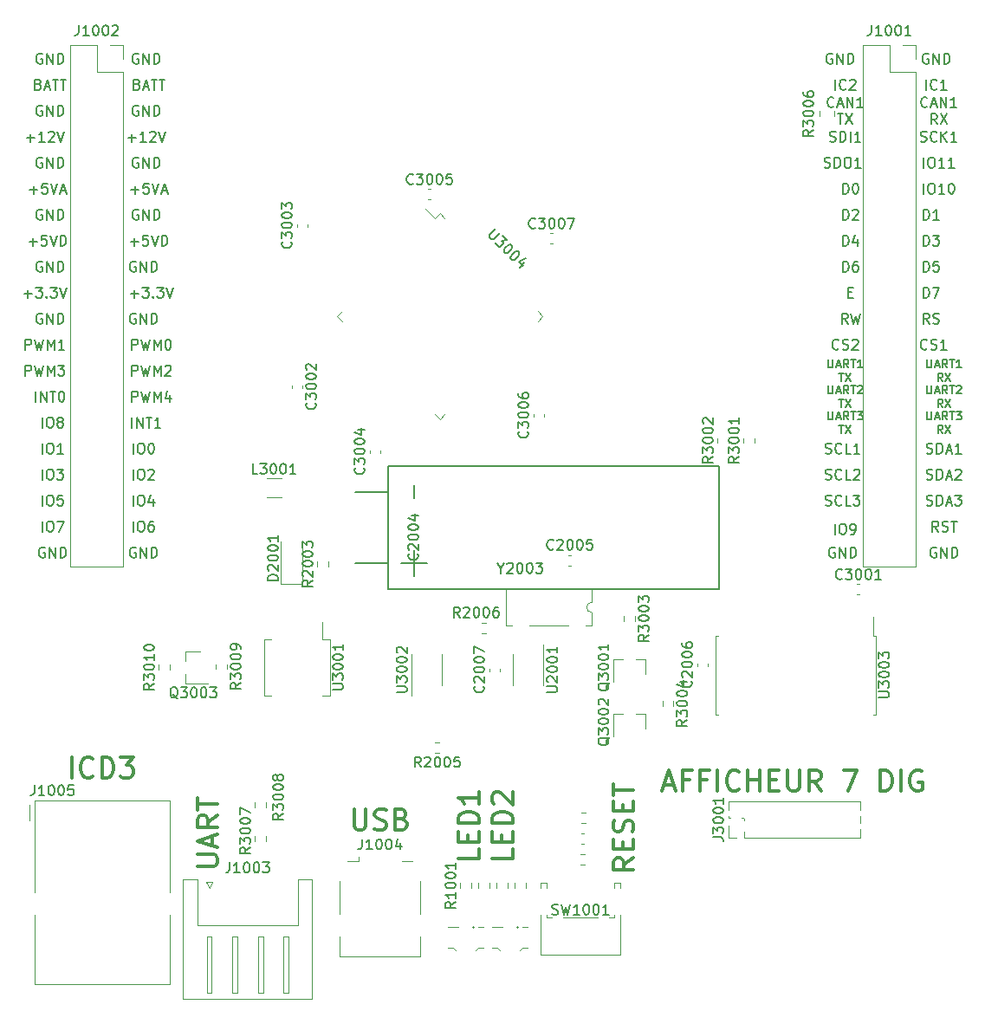
<source format=gto>
%TF.GenerationSoftware,KiCad,Pcbnew,5.1.9+dfsg1-1*%
%TF.CreationDate,2021-05-17T22:01:10+02:00*%
%TF.ProjectId,PIC32MXCubeV1,50494333-324d-4584-9375-626556312e6b,rev?*%
%TF.SameCoordinates,Original*%
%TF.FileFunction,Legend,Top*%
%TF.FilePolarity,Positive*%
%FSLAX46Y46*%
G04 Gerber Fmt 4.6, Leading zero omitted, Abs format (unit mm)*
G04 Created by KiCad (PCBNEW 5.1.9+dfsg1-1) date 2021-05-17 22:01:10*
%MOMM*%
%LPD*%
G01*
G04 APERTURE LIST*
%ADD10C,0.150000*%
%ADD11C,0.300000*%
%ADD12C,0.120000*%
%ADD13C,0.100000*%
G04 APERTURE END LIST*
D10*
X208399142Y-86717142D02*
X208351523Y-86764761D01*
X208208666Y-86812380D01*
X208113428Y-86812380D01*
X207970571Y-86764761D01*
X207875333Y-86669523D01*
X207827714Y-86574285D01*
X207780095Y-86383809D01*
X207780095Y-86240952D01*
X207827714Y-86050476D01*
X207875333Y-85955238D01*
X207970571Y-85860000D01*
X208113428Y-85812380D01*
X208208666Y-85812380D01*
X208351523Y-85860000D01*
X208399142Y-85907619D01*
X208780095Y-86764761D02*
X208922952Y-86812380D01*
X209161047Y-86812380D01*
X209256285Y-86764761D01*
X209303904Y-86717142D01*
X209351523Y-86621904D01*
X209351523Y-86526666D01*
X209303904Y-86431428D01*
X209256285Y-86383809D01*
X209161047Y-86336190D01*
X208970571Y-86288571D01*
X208875333Y-86240952D01*
X208827714Y-86193333D01*
X208780095Y-86098095D01*
X208780095Y-86002857D01*
X208827714Y-85907619D01*
X208875333Y-85860000D01*
X208970571Y-85812380D01*
X209208666Y-85812380D01*
X209351523Y-85860000D01*
X209732476Y-85907619D02*
X209780095Y-85860000D01*
X209875333Y-85812380D01*
X210113428Y-85812380D01*
X210208666Y-85860000D01*
X210256285Y-85907619D01*
X210303904Y-86002857D01*
X210303904Y-86098095D01*
X210256285Y-86240952D01*
X209684857Y-86812380D01*
X210303904Y-86812380D01*
X209288095Y-84272380D02*
X208954761Y-83796190D01*
X208716666Y-84272380D02*
X208716666Y-83272380D01*
X209097619Y-83272380D01*
X209192857Y-83320000D01*
X209240476Y-83367619D01*
X209288095Y-83462857D01*
X209288095Y-83605714D01*
X209240476Y-83700952D01*
X209192857Y-83748571D01*
X209097619Y-83796190D01*
X208716666Y-83796190D01*
X209621428Y-83272380D02*
X209859523Y-84272380D01*
X210050000Y-83558095D01*
X210240476Y-84272380D01*
X210478571Y-83272380D01*
X209335714Y-81208571D02*
X209669047Y-81208571D01*
X209811904Y-81732380D02*
X209335714Y-81732380D01*
X209335714Y-80732380D01*
X209811904Y-80732380D01*
X208811904Y-79192380D02*
X208811904Y-78192380D01*
X209050000Y-78192380D01*
X209192857Y-78240000D01*
X209288095Y-78335238D01*
X209335714Y-78430476D01*
X209383333Y-78620952D01*
X209383333Y-78763809D01*
X209335714Y-78954285D01*
X209288095Y-79049523D01*
X209192857Y-79144761D01*
X209050000Y-79192380D01*
X208811904Y-79192380D01*
X210240476Y-78192380D02*
X210050000Y-78192380D01*
X209954761Y-78240000D01*
X209907142Y-78287619D01*
X209811904Y-78430476D01*
X209764285Y-78620952D01*
X209764285Y-79001904D01*
X209811904Y-79097142D01*
X209859523Y-79144761D01*
X209954761Y-79192380D01*
X210145238Y-79192380D01*
X210240476Y-79144761D01*
X210288095Y-79097142D01*
X210335714Y-79001904D01*
X210335714Y-78763809D01*
X210288095Y-78668571D01*
X210240476Y-78620952D01*
X210145238Y-78573333D01*
X209954761Y-78573333D01*
X209859523Y-78620952D01*
X209811904Y-78668571D01*
X209764285Y-78763809D01*
X208811904Y-76652380D02*
X208811904Y-75652380D01*
X209050000Y-75652380D01*
X209192857Y-75700000D01*
X209288095Y-75795238D01*
X209335714Y-75890476D01*
X209383333Y-76080952D01*
X209383333Y-76223809D01*
X209335714Y-76414285D01*
X209288095Y-76509523D01*
X209192857Y-76604761D01*
X209050000Y-76652380D01*
X208811904Y-76652380D01*
X210240476Y-75985714D02*
X210240476Y-76652380D01*
X210002380Y-75604761D02*
X209764285Y-76319047D01*
X210383333Y-76319047D01*
X208811904Y-74112380D02*
X208811904Y-73112380D01*
X209050000Y-73112380D01*
X209192857Y-73160000D01*
X209288095Y-73255238D01*
X209335714Y-73350476D01*
X209383333Y-73540952D01*
X209383333Y-73683809D01*
X209335714Y-73874285D01*
X209288095Y-73969523D01*
X209192857Y-74064761D01*
X209050000Y-74112380D01*
X208811904Y-74112380D01*
X209764285Y-73207619D02*
X209811904Y-73160000D01*
X209907142Y-73112380D01*
X210145238Y-73112380D01*
X210240476Y-73160000D01*
X210288095Y-73207619D01*
X210335714Y-73302857D01*
X210335714Y-73398095D01*
X210288095Y-73540952D01*
X209716666Y-74112380D01*
X210335714Y-74112380D01*
X208026095Y-106180000D02*
X207930857Y-106132380D01*
X207788000Y-106132380D01*
X207645142Y-106180000D01*
X207549904Y-106275238D01*
X207502285Y-106370476D01*
X207454666Y-106560952D01*
X207454666Y-106703809D01*
X207502285Y-106894285D01*
X207549904Y-106989523D01*
X207645142Y-107084761D01*
X207788000Y-107132380D01*
X207883238Y-107132380D01*
X208026095Y-107084761D01*
X208073714Y-107037142D01*
X208073714Y-106703809D01*
X207883238Y-106703809D01*
X208502285Y-107132380D02*
X208502285Y-106132380D01*
X209073714Y-107132380D01*
X209073714Y-106132380D01*
X209549904Y-107132380D02*
X209549904Y-106132380D01*
X209788000Y-106132380D01*
X209930857Y-106180000D01*
X210026095Y-106275238D01*
X210073714Y-106370476D01*
X210121333Y-106560952D01*
X210121333Y-106703809D01*
X210073714Y-106894285D01*
X210026095Y-106989523D01*
X209930857Y-107084761D01*
X209788000Y-107132380D01*
X209549904Y-107132380D01*
X217932095Y-106180000D02*
X217836857Y-106132380D01*
X217694000Y-106132380D01*
X217551142Y-106180000D01*
X217455904Y-106275238D01*
X217408285Y-106370476D01*
X217360666Y-106560952D01*
X217360666Y-106703809D01*
X217408285Y-106894285D01*
X217455904Y-106989523D01*
X217551142Y-107084761D01*
X217694000Y-107132380D01*
X217789238Y-107132380D01*
X217932095Y-107084761D01*
X217979714Y-107037142D01*
X217979714Y-106703809D01*
X217789238Y-106703809D01*
X218408285Y-107132380D02*
X218408285Y-106132380D01*
X218979714Y-107132380D01*
X218979714Y-106132380D01*
X219455904Y-107132380D02*
X219455904Y-106132380D01*
X219694000Y-106132380D01*
X219836857Y-106180000D01*
X219932095Y-106275238D01*
X219979714Y-106370476D01*
X220027333Y-106560952D01*
X220027333Y-106703809D01*
X219979714Y-106894285D01*
X219932095Y-106989523D01*
X219836857Y-107084761D01*
X219694000Y-107132380D01*
X219455904Y-107132380D01*
X218146380Y-104592380D02*
X217813047Y-104116190D01*
X217574952Y-104592380D02*
X217574952Y-103592380D01*
X217955904Y-103592380D01*
X218051142Y-103640000D01*
X218098761Y-103687619D01*
X218146380Y-103782857D01*
X218146380Y-103925714D01*
X218098761Y-104020952D01*
X218051142Y-104068571D01*
X217955904Y-104116190D01*
X217574952Y-104116190D01*
X218527333Y-104544761D02*
X218670190Y-104592380D01*
X218908285Y-104592380D01*
X219003523Y-104544761D01*
X219051142Y-104497142D01*
X219098761Y-104401904D01*
X219098761Y-104306666D01*
X219051142Y-104211428D01*
X219003523Y-104163809D01*
X218908285Y-104116190D01*
X218717809Y-104068571D01*
X218622571Y-104020952D01*
X218574952Y-103973333D01*
X218527333Y-103878095D01*
X218527333Y-103782857D01*
X218574952Y-103687619D01*
X218622571Y-103640000D01*
X218717809Y-103592380D01*
X218955904Y-103592380D01*
X219098761Y-103640000D01*
X219384476Y-103592380D02*
X219955904Y-103592380D01*
X219670190Y-104592380D02*
X219670190Y-103592380D01*
X217003523Y-102004761D02*
X217146380Y-102052380D01*
X217384476Y-102052380D01*
X217479714Y-102004761D01*
X217527333Y-101957142D01*
X217574952Y-101861904D01*
X217574952Y-101766666D01*
X217527333Y-101671428D01*
X217479714Y-101623809D01*
X217384476Y-101576190D01*
X217194000Y-101528571D01*
X217098761Y-101480952D01*
X217051142Y-101433333D01*
X217003523Y-101338095D01*
X217003523Y-101242857D01*
X217051142Y-101147619D01*
X217098761Y-101100000D01*
X217194000Y-101052380D01*
X217432095Y-101052380D01*
X217574952Y-101100000D01*
X218003523Y-102052380D02*
X218003523Y-101052380D01*
X218241619Y-101052380D01*
X218384476Y-101100000D01*
X218479714Y-101195238D01*
X218527333Y-101290476D01*
X218574952Y-101480952D01*
X218574952Y-101623809D01*
X218527333Y-101814285D01*
X218479714Y-101909523D01*
X218384476Y-102004761D01*
X218241619Y-102052380D01*
X218003523Y-102052380D01*
X218955904Y-101766666D02*
X219432095Y-101766666D01*
X218860666Y-102052380D02*
X219194000Y-101052380D01*
X219527333Y-102052380D01*
X219765428Y-101052380D02*
X220384476Y-101052380D01*
X220051142Y-101433333D01*
X220194000Y-101433333D01*
X220289238Y-101480952D01*
X220336857Y-101528571D01*
X220384476Y-101623809D01*
X220384476Y-101861904D01*
X220336857Y-101957142D01*
X220289238Y-102004761D01*
X220194000Y-102052380D01*
X219908285Y-102052380D01*
X219813047Y-102004761D01*
X219765428Y-101957142D01*
X217003523Y-99464761D02*
X217146380Y-99512380D01*
X217384476Y-99512380D01*
X217479714Y-99464761D01*
X217527333Y-99417142D01*
X217574952Y-99321904D01*
X217574952Y-99226666D01*
X217527333Y-99131428D01*
X217479714Y-99083809D01*
X217384476Y-99036190D01*
X217194000Y-98988571D01*
X217098761Y-98940952D01*
X217051142Y-98893333D01*
X217003523Y-98798095D01*
X217003523Y-98702857D01*
X217051142Y-98607619D01*
X217098761Y-98560000D01*
X217194000Y-98512380D01*
X217432095Y-98512380D01*
X217574952Y-98560000D01*
X218003523Y-99512380D02*
X218003523Y-98512380D01*
X218241619Y-98512380D01*
X218384476Y-98560000D01*
X218479714Y-98655238D01*
X218527333Y-98750476D01*
X218574952Y-98940952D01*
X218574952Y-99083809D01*
X218527333Y-99274285D01*
X218479714Y-99369523D01*
X218384476Y-99464761D01*
X218241619Y-99512380D01*
X218003523Y-99512380D01*
X218955904Y-99226666D02*
X219432095Y-99226666D01*
X218860666Y-99512380D02*
X219194000Y-98512380D01*
X219527333Y-99512380D01*
X219813047Y-98607619D02*
X219860666Y-98560000D01*
X219955904Y-98512380D01*
X220194000Y-98512380D01*
X220289238Y-98560000D01*
X220336857Y-98607619D01*
X220384476Y-98702857D01*
X220384476Y-98798095D01*
X220336857Y-98940952D01*
X219765428Y-99512380D01*
X220384476Y-99512380D01*
X217003523Y-96924761D02*
X217146380Y-96972380D01*
X217384476Y-96972380D01*
X217479714Y-96924761D01*
X217527333Y-96877142D01*
X217574952Y-96781904D01*
X217574952Y-96686666D01*
X217527333Y-96591428D01*
X217479714Y-96543809D01*
X217384476Y-96496190D01*
X217194000Y-96448571D01*
X217098761Y-96400952D01*
X217051142Y-96353333D01*
X217003523Y-96258095D01*
X217003523Y-96162857D01*
X217051142Y-96067619D01*
X217098761Y-96020000D01*
X217194000Y-95972380D01*
X217432095Y-95972380D01*
X217574952Y-96020000D01*
X218003523Y-96972380D02*
X218003523Y-95972380D01*
X218241619Y-95972380D01*
X218384476Y-96020000D01*
X218479714Y-96115238D01*
X218527333Y-96210476D01*
X218574952Y-96400952D01*
X218574952Y-96543809D01*
X218527333Y-96734285D01*
X218479714Y-96829523D01*
X218384476Y-96924761D01*
X218241619Y-96972380D01*
X218003523Y-96972380D01*
X218955904Y-96686666D02*
X219432095Y-96686666D01*
X218860666Y-96972380D02*
X219194000Y-95972380D01*
X219527333Y-96972380D01*
X220384476Y-96972380D02*
X219813047Y-96972380D01*
X220098761Y-96972380D02*
X220098761Y-95972380D01*
X220003523Y-96115238D01*
X219908285Y-96210476D01*
X219813047Y-96258095D01*
X208042000Y-104846380D02*
X208042000Y-103846380D01*
X208708666Y-103846380D02*
X208899142Y-103846380D01*
X208994380Y-103894000D01*
X209089619Y-103989238D01*
X209137238Y-104179714D01*
X209137238Y-104513047D01*
X209089619Y-104703523D01*
X208994380Y-104798761D01*
X208899142Y-104846380D01*
X208708666Y-104846380D01*
X208613428Y-104798761D01*
X208518190Y-104703523D01*
X208470571Y-104513047D01*
X208470571Y-104179714D01*
X208518190Y-103989238D01*
X208613428Y-103894000D01*
X208708666Y-103846380D01*
X209613428Y-104846380D02*
X209803904Y-104846380D01*
X209899142Y-104798761D01*
X209946761Y-104751142D01*
X210042000Y-104608285D01*
X210089619Y-104417809D01*
X210089619Y-104036857D01*
X210042000Y-103941619D01*
X209994380Y-103894000D01*
X209899142Y-103846380D01*
X209708666Y-103846380D01*
X209613428Y-103894000D01*
X209565809Y-103941619D01*
X209518190Y-104036857D01*
X209518190Y-104274952D01*
X209565809Y-104370190D01*
X209613428Y-104417809D01*
X209708666Y-104465428D01*
X209899142Y-104465428D01*
X209994380Y-104417809D01*
X210042000Y-104370190D01*
X210089619Y-104274952D01*
X207121333Y-102004761D02*
X207264190Y-102052380D01*
X207502285Y-102052380D01*
X207597523Y-102004761D01*
X207645142Y-101957142D01*
X207692761Y-101861904D01*
X207692761Y-101766666D01*
X207645142Y-101671428D01*
X207597523Y-101623809D01*
X207502285Y-101576190D01*
X207311809Y-101528571D01*
X207216571Y-101480952D01*
X207168952Y-101433333D01*
X207121333Y-101338095D01*
X207121333Y-101242857D01*
X207168952Y-101147619D01*
X207216571Y-101100000D01*
X207311809Y-101052380D01*
X207549904Y-101052380D01*
X207692761Y-101100000D01*
X208692761Y-101957142D02*
X208645142Y-102004761D01*
X208502285Y-102052380D01*
X208407047Y-102052380D01*
X208264190Y-102004761D01*
X208168952Y-101909523D01*
X208121333Y-101814285D01*
X208073714Y-101623809D01*
X208073714Y-101480952D01*
X208121333Y-101290476D01*
X208168952Y-101195238D01*
X208264190Y-101100000D01*
X208407047Y-101052380D01*
X208502285Y-101052380D01*
X208645142Y-101100000D01*
X208692761Y-101147619D01*
X209597523Y-102052380D02*
X209121333Y-102052380D01*
X209121333Y-101052380D01*
X209835619Y-101052380D02*
X210454666Y-101052380D01*
X210121333Y-101433333D01*
X210264190Y-101433333D01*
X210359428Y-101480952D01*
X210407047Y-101528571D01*
X210454666Y-101623809D01*
X210454666Y-101861904D01*
X210407047Y-101957142D01*
X210359428Y-102004761D01*
X210264190Y-102052380D01*
X209978476Y-102052380D01*
X209883238Y-102004761D01*
X209835619Y-101957142D01*
X207121333Y-99464761D02*
X207264190Y-99512380D01*
X207502285Y-99512380D01*
X207597523Y-99464761D01*
X207645142Y-99417142D01*
X207692761Y-99321904D01*
X207692761Y-99226666D01*
X207645142Y-99131428D01*
X207597523Y-99083809D01*
X207502285Y-99036190D01*
X207311809Y-98988571D01*
X207216571Y-98940952D01*
X207168952Y-98893333D01*
X207121333Y-98798095D01*
X207121333Y-98702857D01*
X207168952Y-98607619D01*
X207216571Y-98560000D01*
X207311809Y-98512380D01*
X207549904Y-98512380D01*
X207692761Y-98560000D01*
X208692761Y-99417142D02*
X208645142Y-99464761D01*
X208502285Y-99512380D01*
X208407047Y-99512380D01*
X208264190Y-99464761D01*
X208168952Y-99369523D01*
X208121333Y-99274285D01*
X208073714Y-99083809D01*
X208073714Y-98940952D01*
X208121333Y-98750476D01*
X208168952Y-98655238D01*
X208264190Y-98560000D01*
X208407047Y-98512380D01*
X208502285Y-98512380D01*
X208645142Y-98560000D01*
X208692761Y-98607619D01*
X209597523Y-99512380D02*
X209121333Y-99512380D01*
X209121333Y-98512380D01*
X209883238Y-98607619D02*
X209930857Y-98560000D01*
X210026095Y-98512380D01*
X210264190Y-98512380D01*
X210359428Y-98560000D01*
X210407047Y-98607619D01*
X210454666Y-98702857D01*
X210454666Y-98798095D01*
X210407047Y-98940952D01*
X209835619Y-99512380D01*
X210454666Y-99512380D01*
X207121333Y-96924761D02*
X207264190Y-96972380D01*
X207502285Y-96972380D01*
X207597523Y-96924761D01*
X207645142Y-96877142D01*
X207692761Y-96781904D01*
X207692761Y-96686666D01*
X207645142Y-96591428D01*
X207597523Y-96543809D01*
X207502285Y-96496190D01*
X207311809Y-96448571D01*
X207216571Y-96400952D01*
X207168952Y-96353333D01*
X207121333Y-96258095D01*
X207121333Y-96162857D01*
X207168952Y-96067619D01*
X207216571Y-96020000D01*
X207311809Y-95972380D01*
X207549904Y-95972380D01*
X207692761Y-96020000D01*
X208692761Y-96877142D02*
X208645142Y-96924761D01*
X208502285Y-96972380D01*
X208407047Y-96972380D01*
X208264190Y-96924761D01*
X208168952Y-96829523D01*
X208121333Y-96734285D01*
X208073714Y-96543809D01*
X208073714Y-96400952D01*
X208121333Y-96210476D01*
X208168952Y-96115238D01*
X208264190Y-96020000D01*
X208407047Y-95972380D01*
X208502285Y-95972380D01*
X208645142Y-96020000D01*
X208692761Y-96067619D01*
X209597523Y-96972380D02*
X209121333Y-96972380D01*
X209121333Y-95972380D01*
X210454666Y-96972380D02*
X209883238Y-96972380D01*
X210168952Y-96972380D02*
X210168952Y-95972380D01*
X210073714Y-96115238D01*
X209978476Y-96210476D01*
X209883238Y-96258095D01*
X207384857Y-92866904D02*
X207384857Y-93514523D01*
X207422952Y-93590714D01*
X207461047Y-93628809D01*
X207537238Y-93666904D01*
X207689619Y-93666904D01*
X207765809Y-93628809D01*
X207803904Y-93590714D01*
X207842000Y-93514523D01*
X207842000Y-92866904D01*
X208184857Y-93438333D02*
X208565809Y-93438333D01*
X208108666Y-93666904D02*
X208375333Y-92866904D01*
X208642000Y-93666904D01*
X209365809Y-93666904D02*
X209099142Y-93285952D01*
X208908666Y-93666904D02*
X208908666Y-92866904D01*
X209213428Y-92866904D01*
X209289619Y-92905000D01*
X209327714Y-92943095D01*
X209365809Y-93019285D01*
X209365809Y-93133571D01*
X209327714Y-93209761D01*
X209289619Y-93247857D01*
X209213428Y-93285952D01*
X208908666Y-93285952D01*
X209594380Y-92866904D02*
X210051523Y-92866904D01*
X209822952Y-93666904D02*
X209822952Y-92866904D01*
X210242000Y-92866904D02*
X210737238Y-92866904D01*
X210470571Y-93171666D01*
X210584857Y-93171666D01*
X210661047Y-93209761D01*
X210699142Y-93247857D01*
X210737238Y-93324047D01*
X210737238Y-93514523D01*
X210699142Y-93590714D01*
X210661047Y-93628809D01*
X210584857Y-93666904D01*
X210356285Y-93666904D01*
X210280095Y-93628809D01*
X210242000Y-93590714D01*
X208432476Y-94216904D02*
X208889619Y-94216904D01*
X208661047Y-95016904D02*
X208661047Y-94216904D01*
X209080095Y-94216904D02*
X209613428Y-95016904D01*
X209613428Y-94216904D02*
X209080095Y-95016904D01*
X207384857Y-90326904D02*
X207384857Y-90974523D01*
X207422952Y-91050714D01*
X207461047Y-91088809D01*
X207537238Y-91126904D01*
X207689619Y-91126904D01*
X207765809Y-91088809D01*
X207803904Y-91050714D01*
X207842000Y-90974523D01*
X207842000Y-90326904D01*
X208184857Y-90898333D02*
X208565809Y-90898333D01*
X208108666Y-91126904D02*
X208375333Y-90326904D01*
X208642000Y-91126904D01*
X209365809Y-91126904D02*
X209099142Y-90745952D01*
X208908666Y-91126904D02*
X208908666Y-90326904D01*
X209213428Y-90326904D01*
X209289619Y-90365000D01*
X209327714Y-90403095D01*
X209365809Y-90479285D01*
X209365809Y-90593571D01*
X209327714Y-90669761D01*
X209289619Y-90707857D01*
X209213428Y-90745952D01*
X208908666Y-90745952D01*
X209594380Y-90326904D02*
X210051523Y-90326904D01*
X209822952Y-91126904D02*
X209822952Y-90326904D01*
X210280095Y-90403095D02*
X210318190Y-90365000D01*
X210394380Y-90326904D01*
X210584857Y-90326904D01*
X210661047Y-90365000D01*
X210699142Y-90403095D01*
X210737238Y-90479285D01*
X210737238Y-90555476D01*
X210699142Y-90669761D01*
X210242000Y-91126904D01*
X210737238Y-91126904D01*
X208432476Y-91676904D02*
X208889619Y-91676904D01*
X208661047Y-92476904D02*
X208661047Y-91676904D01*
X209080095Y-91676904D02*
X209613428Y-92476904D01*
X209613428Y-91676904D02*
X209080095Y-92476904D01*
X207384857Y-87786904D02*
X207384857Y-88434523D01*
X207422952Y-88510714D01*
X207461047Y-88548809D01*
X207537238Y-88586904D01*
X207689619Y-88586904D01*
X207765809Y-88548809D01*
X207803904Y-88510714D01*
X207842000Y-88434523D01*
X207842000Y-87786904D01*
X208184857Y-88358333D02*
X208565809Y-88358333D01*
X208108666Y-88586904D02*
X208375333Y-87786904D01*
X208642000Y-88586904D01*
X209365809Y-88586904D02*
X209099142Y-88205952D01*
X208908666Y-88586904D02*
X208908666Y-87786904D01*
X209213428Y-87786904D01*
X209289619Y-87825000D01*
X209327714Y-87863095D01*
X209365809Y-87939285D01*
X209365809Y-88053571D01*
X209327714Y-88129761D01*
X209289619Y-88167857D01*
X209213428Y-88205952D01*
X208908666Y-88205952D01*
X209594380Y-87786904D02*
X210051523Y-87786904D01*
X209822952Y-88586904D02*
X209822952Y-87786904D01*
X210737238Y-88586904D02*
X210280095Y-88586904D01*
X210508666Y-88586904D02*
X210508666Y-87786904D01*
X210432476Y-87901190D01*
X210356285Y-87977380D01*
X210280095Y-88015476D01*
X208432476Y-89136904D02*
X208889619Y-89136904D01*
X208661047Y-89936904D02*
X208661047Y-89136904D01*
X209080095Y-89136904D02*
X209613428Y-89936904D01*
X209613428Y-89136904D02*
X209080095Y-89936904D01*
X217036857Y-92866904D02*
X217036857Y-93514523D01*
X217074952Y-93590714D01*
X217113047Y-93628809D01*
X217189238Y-93666904D01*
X217341619Y-93666904D01*
X217417809Y-93628809D01*
X217455904Y-93590714D01*
X217494000Y-93514523D01*
X217494000Y-92866904D01*
X217836857Y-93438333D02*
X218217809Y-93438333D01*
X217760666Y-93666904D02*
X218027333Y-92866904D01*
X218294000Y-93666904D01*
X219017809Y-93666904D02*
X218751142Y-93285952D01*
X218560666Y-93666904D02*
X218560666Y-92866904D01*
X218865428Y-92866904D01*
X218941619Y-92905000D01*
X218979714Y-92943095D01*
X219017809Y-93019285D01*
X219017809Y-93133571D01*
X218979714Y-93209761D01*
X218941619Y-93247857D01*
X218865428Y-93285952D01*
X218560666Y-93285952D01*
X219246380Y-92866904D02*
X219703523Y-92866904D01*
X219474952Y-93666904D02*
X219474952Y-92866904D01*
X219894000Y-92866904D02*
X220389238Y-92866904D01*
X220122571Y-93171666D01*
X220236857Y-93171666D01*
X220313047Y-93209761D01*
X220351142Y-93247857D01*
X220389238Y-93324047D01*
X220389238Y-93514523D01*
X220351142Y-93590714D01*
X220313047Y-93628809D01*
X220236857Y-93666904D01*
X220008285Y-93666904D01*
X219932095Y-93628809D01*
X219894000Y-93590714D01*
X218560666Y-95016904D02*
X218294000Y-94635952D01*
X218103523Y-95016904D02*
X218103523Y-94216904D01*
X218408285Y-94216904D01*
X218484476Y-94255000D01*
X218522571Y-94293095D01*
X218560666Y-94369285D01*
X218560666Y-94483571D01*
X218522571Y-94559761D01*
X218484476Y-94597857D01*
X218408285Y-94635952D01*
X218103523Y-94635952D01*
X218827333Y-94216904D02*
X219360666Y-95016904D01*
X219360666Y-94216904D02*
X218827333Y-95016904D01*
X217036857Y-90326904D02*
X217036857Y-90974523D01*
X217074952Y-91050714D01*
X217113047Y-91088809D01*
X217189238Y-91126904D01*
X217341619Y-91126904D01*
X217417809Y-91088809D01*
X217455904Y-91050714D01*
X217494000Y-90974523D01*
X217494000Y-90326904D01*
X217836857Y-90898333D02*
X218217809Y-90898333D01*
X217760666Y-91126904D02*
X218027333Y-90326904D01*
X218294000Y-91126904D01*
X219017809Y-91126904D02*
X218751142Y-90745952D01*
X218560666Y-91126904D02*
X218560666Y-90326904D01*
X218865428Y-90326904D01*
X218941619Y-90365000D01*
X218979714Y-90403095D01*
X219017809Y-90479285D01*
X219017809Y-90593571D01*
X218979714Y-90669761D01*
X218941619Y-90707857D01*
X218865428Y-90745952D01*
X218560666Y-90745952D01*
X219246380Y-90326904D02*
X219703523Y-90326904D01*
X219474952Y-91126904D02*
X219474952Y-90326904D01*
X219932095Y-90403095D02*
X219970190Y-90365000D01*
X220046380Y-90326904D01*
X220236857Y-90326904D01*
X220313047Y-90365000D01*
X220351142Y-90403095D01*
X220389238Y-90479285D01*
X220389238Y-90555476D01*
X220351142Y-90669761D01*
X219894000Y-91126904D01*
X220389238Y-91126904D01*
X218560666Y-92476904D02*
X218294000Y-92095952D01*
X218103523Y-92476904D02*
X218103523Y-91676904D01*
X218408285Y-91676904D01*
X218484476Y-91715000D01*
X218522571Y-91753095D01*
X218560666Y-91829285D01*
X218560666Y-91943571D01*
X218522571Y-92019761D01*
X218484476Y-92057857D01*
X218408285Y-92095952D01*
X218103523Y-92095952D01*
X218827333Y-91676904D02*
X219360666Y-92476904D01*
X219360666Y-91676904D02*
X218827333Y-92476904D01*
X217036857Y-87786904D02*
X217036857Y-88434523D01*
X217074952Y-88510714D01*
X217113047Y-88548809D01*
X217189238Y-88586904D01*
X217341619Y-88586904D01*
X217417809Y-88548809D01*
X217455904Y-88510714D01*
X217494000Y-88434523D01*
X217494000Y-87786904D01*
X217836857Y-88358333D02*
X218217809Y-88358333D01*
X217760666Y-88586904D02*
X218027333Y-87786904D01*
X218294000Y-88586904D01*
X219017809Y-88586904D02*
X218751142Y-88205952D01*
X218560666Y-88586904D02*
X218560666Y-87786904D01*
X218865428Y-87786904D01*
X218941619Y-87825000D01*
X218979714Y-87863095D01*
X219017809Y-87939285D01*
X219017809Y-88053571D01*
X218979714Y-88129761D01*
X218941619Y-88167857D01*
X218865428Y-88205952D01*
X218560666Y-88205952D01*
X219246380Y-87786904D02*
X219703523Y-87786904D01*
X219474952Y-88586904D02*
X219474952Y-87786904D01*
X220389238Y-88586904D02*
X219932095Y-88586904D01*
X220160666Y-88586904D02*
X220160666Y-87786904D01*
X220084476Y-87901190D01*
X220008285Y-87977380D01*
X219932095Y-88015476D01*
X218560666Y-89936904D02*
X218294000Y-89555952D01*
X218103523Y-89936904D02*
X218103523Y-89136904D01*
X218408285Y-89136904D01*
X218484476Y-89175000D01*
X218522571Y-89213095D01*
X218560666Y-89289285D01*
X218560666Y-89403571D01*
X218522571Y-89479761D01*
X218484476Y-89517857D01*
X218408285Y-89555952D01*
X218103523Y-89555952D01*
X218827333Y-89136904D02*
X219360666Y-89936904D01*
X219360666Y-89136904D02*
X218827333Y-89936904D01*
X217035142Y-86717142D02*
X216987523Y-86764761D01*
X216844666Y-86812380D01*
X216749428Y-86812380D01*
X216606571Y-86764761D01*
X216511333Y-86669523D01*
X216463714Y-86574285D01*
X216416095Y-86383809D01*
X216416095Y-86240952D01*
X216463714Y-86050476D01*
X216511333Y-85955238D01*
X216606571Y-85860000D01*
X216749428Y-85812380D01*
X216844666Y-85812380D01*
X216987523Y-85860000D01*
X217035142Y-85907619D01*
X217416095Y-86764761D02*
X217558952Y-86812380D01*
X217797047Y-86812380D01*
X217892285Y-86764761D01*
X217939904Y-86717142D01*
X217987523Y-86621904D01*
X217987523Y-86526666D01*
X217939904Y-86431428D01*
X217892285Y-86383809D01*
X217797047Y-86336190D01*
X217606571Y-86288571D01*
X217511333Y-86240952D01*
X217463714Y-86193333D01*
X217416095Y-86098095D01*
X217416095Y-86002857D01*
X217463714Y-85907619D01*
X217511333Y-85860000D01*
X217606571Y-85812380D01*
X217844666Y-85812380D01*
X217987523Y-85860000D01*
X218939904Y-86812380D02*
X218368476Y-86812380D01*
X218654190Y-86812380D02*
X218654190Y-85812380D01*
X218558952Y-85955238D01*
X218463714Y-86050476D01*
X218368476Y-86098095D01*
X217257333Y-84272380D02*
X216924000Y-83796190D01*
X216685904Y-84272380D02*
X216685904Y-83272380D01*
X217066857Y-83272380D01*
X217162095Y-83320000D01*
X217209714Y-83367619D01*
X217257333Y-83462857D01*
X217257333Y-83605714D01*
X217209714Y-83700952D01*
X217162095Y-83748571D01*
X217066857Y-83796190D01*
X216685904Y-83796190D01*
X217638285Y-84224761D02*
X217781142Y-84272380D01*
X218019238Y-84272380D01*
X218114476Y-84224761D01*
X218162095Y-84177142D01*
X218209714Y-84081904D01*
X218209714Y-83986666D01*
X218162095Y-83891428D01*
X218114476Y-83843809D01*
X218019238Y-83796190D01*
X217828761Y-83748571D01*
X217733523Y-83700952D01*
X217685904Y-83653333D01*
X217638285Y-83558095D01*
X217638285Y-83462857D01*
X217685904Y-83367619D01*
X217733523Y-83320000D01*
X217828761Y-83272380D01*
X218066857Y-83272380D01*
X218209714Y-83320000D01*
X216685904Y-81732380D02*
X216685904Y-80732380D01*
X216924000Y-80732380D01*
X217066857Y-80780000D01*
X217162095Y-80875238D01*
X217209714Y-80970476D01*
X217257333Y-81160952D01*
X217257333Y-81303809D01*
X217209714Y-81494285D01*
X217162095Y-81589523D01*
X217066857Y-81684761D01*
X216924000Y-81732380D01*
X216685904Y-81732380D01*
X217590666Y-80732380D02*
X218257333Y-80732380D01*
X217828761Y-81732380D01*
X216685904Y-79192380D02*
X216685904Y-78192380D01*
X216924000Y-78192380D01*
X217066857Y-78240000D01*
X217162095Y-78335238D01*
X217209714Y-78430476D01*
X217257333Y-78620952D01*
X217257333Y-78763809D01*
X217209714Y-78954285D01*
X217162095Y-79049523D01*
X217066857Y-79144761D01*
X216924000Y-79192380D01*
X216685904Y-79192380D01*
X218162095Y-78192380D02*
X217685904Y-78192380D01*
X217638285Y-78668571D01*
X217685904Y-78620952D01*
X217781142Y-78573333D01*
X218019238Y-78573333D01*
X218114476Y-78620952D01*
X218162095Y-78668571D01*
X218209714Y-78763809D01*
X218209714Y-79001904D01*
X218162095Y-79097142D01*
X218114476Y-79144761D01*
X218019238Y-79192380D01*
X217781142Y-79192380D01*
X217685904Y-79144761D01*
X217638285Y-79097142D01*
X216685904Y-76652380D02*
X216685904Y-75652380D01*
X216924000Y-75652380D01*
X217066857Y-75700000D01*
X217162095Y-75795238D01*
X217209714Y-75890476D01*
X217257333Y-76080952D01*
X217257333Y-76223809D01*
X217209714Y-76414285D01*
X217162095Y-76509523D01*
X217066857Y-76604761D01*
X216924000Y-76652380D01*
X216685904Y-76652380D01*
X217590666Y-75652380D02*
X218209714Y-75652380D01*
X217876380Y-76033333D01*
X218019238Y-76033333D01*
X218114476Y-76080952D01*
X218162095Y-76128571D01*
X218209714Y-76223809D01*
X218209714Y-76461904D01*
X218162095Y-76557142D01*
X218114476Y-76604761D01*
X218019238Y-76652380D01*
X217733523Y-76652380D01*
X217638285Y-76604761D01*
X217590666Y-76557142D01*
X216685904Y-74112380D02*
X216685904Y-73112380D01*
X216924000Y-73112380D01*
X217066857Y-73160000D01*
X217162095Y-73255238D01*
X217209714Y-73350476D01*
X217257333Y-73540952D01*
X217257333Y-73683809D01*
X217209714Y-73874285D01*
X217162095Y-73969523D01*
X217066857Y-74064761D01*
X216924000Y-74112380D01*
X216685904Y-74112380D01*
X218209714Y-74112380D02*
X217638285Y-74112380D01*
X217924000Y-74112380D02*
X217924000Y-73112380D01*
X217828761Y-73255238D01*
X217733523Y-73350476D01*
X217638285Y-73398095D01*
X216709809Y-71572380D02*
X216709809Y-70572380D01*
X217376476Y-70572380D02*
X217566952Y-70572380D01*
X217662190Y-70620000D01*
X217757428Y-70715238D01*
X217805047Y-70905714D01*
X217805047Y-71239047D01*
X217757428Y-71429523D01*
X217662190Y-71524761D01*
X217566952Y-71572380D01*
X217376476Y-71572380D01*
X217281238Y-71524761D01*
X217186000Y-71429523D01*
X217138380Y-71239047D01*
X217138380Y-70905714D01*
X217186000Y-70715238D01*
X217281238Y-70620000D01*
X217376476Y-70572380D01*
X218757428Y-71572380D02*
X218186000Y-71572380D01*
X218471714Y-71572380D02*
X218471714Y-70572380D01*
X218376476Y-70715238D01*
X218281238Y-70810476D01*
X218186000Y-70858095D01*
X219376476Y-70572380D02*
X219471714Y-70572380D01*
X219566952Y-70620000D01*
X219614571Y-70667619D01*
X219662190Y-70762857D01*
X219709809Y-70953333D01*
X219709809Y-71191428D01*
X219662190Y-71381904D01*
X219614571Y-71477142D01*
X219566952Y-71524761D01*
X219471714Y-71572380D01*
X219376476Y-71572380D01*
X219281238Y-71524761D01*
X219233619Y-71477142D01*
X219186000Y-71381904D01*
X219138380Y-71191428D01*
X219138380Y-70953333D01*
X219186000Y-70762857D01*
X219233619Y-70667619D01*
X219281238Y-70620000D01*
X219376476Y-70572380D01*
X208811904Y-71572380D02*
X208811904Y-70572380D01*
X209050000Y-70572380D01*
X209192857Y-70620000D01*
X209288095Y-70715238D01*
X209335714Y-70810476D01*
X209383333Y-71000952D01*
X209383333Y-71143809D01*
X209335714Y-71334285D01*
X209288095Y-71429523D01*
X209192857Y-71524761D01*
X209050000Y-71572380D01*
X208811904Y-71572380D01*
X210002380Y-70572380D02*
X210097619Y-70572380D01*
X210192857Y-70620000D01*
X210240476Y-70667619D01*
X210288095Y-70762857D01*
X210335714Y-70953333D01*
X210335714Y-71191428D01*
X210288095Y-71381904D01*
X210240476Y-71477142D01*
X210192857Y-71524761D01*
X210097619Y-71572380D01*
X210002380Y-71572380D01*
X209907142Y-71524761D01*
X209859523Y-71477142D01*
X209811904Y-71381904D01*
X209764285Y-71191428D01*
X209764285Y-70953333D01*
X209811904Y-70762857D01*
X209859523Y-70667619D01*
X209907142Y-70620000D01*
X210002380Y-70572380D01*
X207002285Y-68984761D02*
X207145142Y-69032380D01*
X207383238Y-69032380D01*
X207478476Y-68984761D01*
X207526095Y-68937142D01*
X207573714Y-68841904D01*
X207573714Y-68746666D01*
X207526095Y-68651428D01*
X207478476Y-68603809D01*
X207383238Y-68556190D01*
X207192761Y-68508571D01*
X207097523Y-68460952D01*
X207049904Y-68413333D01*
X207002285Y-68318095D01*
X207002285Y-68222857D01*
X207049904Y-68127619D01*
X207097523Y-68080000D01*
X207192761Y-68032380D01*
X207430857Y-68032380D01*
X207573714Y-68080000D01*
X208002285Y-69032380D02*
X208002285Y-68032380D01*
X208240380Y-68032380D01*
X208383238Y-68080000D01*
X208478476Y-68175238D01*
X208526095Y-68270476D01*
X208573714Y-68460952D01*
X208573714Y-68603809D01*
X208526095Y-68794285D01*
X208478476Y-68889523D01*
X208383238Y-68984761D01*
X208240380Y-69032380D01*
X208002285Y-69032380D01*
X209192761Y-68032380D02*
X209383238Y-68032380D01*
X209478476Y-68080000D01*
X209573714Y-68175238D01*
X209621333Y-68365714D01*
X209621333Y-68699047D01*
X209573714Y-68889523D01*
X209478476Y-68984761D01*
X209383238Y-69032380D01*
X209192761Y-69032380D01*
X209097523Y-68984761D01*
X209002285Y-68889523D01*
X208954666Y-68699047D01*
X208954666Y-68365714D01*
X209002285Y-68175238D01*
X209097523Y-68080000D01*
X209192761Y-68032380D01*
X210573714Y-69032380D02*
X210002285Y-69032380D01*
X210288000Y-69032380D02*
X210288000Y-68032380D01*
X210192761Y-68175238D01*
X210097523Y-68270476D01*
X210002285Y-68318095D01*
X216709809Y-69032380D02*
X216709809Y-68032380D01*
X217376476Y-68032380D02*
X217566952Y-68032380D01*
X217662190Y-68080000D01*
X217757428Y-68175238D01*
X217805047Y-68365714D01*
X217805047Y-68699047D01*
X217757428Y-68889523D01*
X217662190Y-68984761D01*
X217566952Y-69032380D01*
X217376476Y-69032380D01*
X217281238Y-68984761D01*
X217186000Y-68889523D01*
X217138380Y-68699047D01*
X217138380Y-68365714D01*
X217186000Y-68175238D01*
X217281238Y-68080000D01*
X217376476Y-68032380D01*
X218757428Y-69032380D02*
X218186000Y-69032380D01*
X218471714Y-69032380D02*
X218471714Y-68032380D01*
X218376476Y-68175238D01*
X218281238Y-68270476D01*
X218186000Y-68318095D01*
X219709809Y-69032380D02*
X219138380Y-69032380D01*
X219424095Y-69032380D02*
X219424095Y-68032380D01*
X219328857Y-68175238D01*
X219233619Y-68270476D01*
X219138380Y-68318095D01*
X216424095Y-66444761D02*
X216566952Y-66492380D01*
X216805047Y-66492380D01*
X216900285Y-66444761D01*
X216947904Y-66397142D01*
X216995523Y-66301904D01*
X216995523Y-66206666D01*
X216947904Y-66111428D01*
X216900285Y-66063809D01*
X216805047Y-66016190D01*
X216614571Y-65968571D01*
X216519333Y-65920952D01*
X216471714Y-65873333D01*
X216424095Y-65778095D01*
X216424095Y-65682857D01*
X216471714Y-65587619D01*
X216519333Y-65540000D01*
X216614571Y-65492380D01*
X216852666Y-65492380D01*
X216995523Y-65540000D01*
X217995523Y-66397142D02*
X217947904Y-66444761D01*
X217805047Y-66492380D01*
X217709809Y-66492380D01*
X217566952Y-66444761D01*
X217471714Y-66349523D01*
X217424095Y-66254285D01*
X217376476Y-66063809D01*
X217376476Y-65920952D01*
X217424095Y-65730476D01*
X217471714Y-65635238D01*
X217566952Y-65540000D01*
X217709809Y-65492380D01*
X217805047Y-65492380D01*
X217947904Y-65540000D01*
X217995523Y-65587619D01*
X218424095Y-66492380D02*
X218424095Y-65492380D01*
X218995523Y-66492380D02*
X218566952Y-65920952D01*
X218995523Y-65492380D02*
X218424095Y-66063809D01*
X219947904Y-66492380D02*
X219376476Y-66492380D01*
X219662190Y-66492380D02*
X219662190Y-65492380D01*
X219566952Y-65635238D01*
X219471714Y-65730476D01*
X219376476Y-65778095D01*
X207542000Y-66444761D02*
X207684857Y-66492380D01*
X207922952Y-66492380D01*
X208018190Y-66444761D01*
X208065809Y-66397142D01*
X208113428Y-66301904D01*
X208113428Y-66206666D01*
X208065809Y-66111428D01*
X208018190Y-66063809D01*
X207922952Y-66016190D01*
X207732476Y-65968571D01*
X207637238Y-65920952D01*
X207589619Y-65873333D01*
X207542000Y-65778095D01*
X207542000Y-65682857D01*
X207589619Y-65587619D01*
X207637238Y-65540000D01*
X207732476Y-65492380D01*
X207970571Y-65492380D01*
X208113428Y-65540000D01*
X208542000Y-66492380D02*
X208542000Y-65492380D01*
X208780095Y-65492380D01*
X208922952Y-65540000D01*
X209018190Y-65635238D01*
X209065809Y-65730476D01*
X209113428Y-65920952D01*
X209113428Y-66063809D01*
X209065809Y-66254285D01*
X209018190Y-66349523D01*
X208922952Y-66444761D01*
X208780095Y-66492380D01*
X208542000Y-66492380D01*
X209542000Y-66492380D02*
X209542000Y-65492380D01*
X210542000Y-66492380D02*
X209970571Y-66492380D01*
X210256285Y-66492380D02*
X210256285Y-65492380D01*
X210161047Y-65635238D01*
X210065809Y-65730476D01*
X209970571Y-65778095D01*
X207922952Y-63032142D02*
X207875333Y-63079761D01*
X207732476Y-63127380D01*
X207637238Y-63127380D01*
X207494380Y-63079761D01*
X207399142Y-62984523D01*
X207351523Y-62889285D01*
X207303904Y-62698809D01*
X207303904Y-62555952D01*
X207351523Y-62365476D01*
X207399142Y-62270238D01*
X207494380Y-62175000D01*
X207637238Y-62127380D01*
X207732476Y-62127380D01*
X207875333Y-62175000D01*
X207922952Y-62222619D01*
X208303904Y-62841666D02*
X208780095Y-62841666D01*
X208208666Y-63127380D02*
X208542000Y-62127380D01*
X208875333Y-63127380D01*
X209208666Y-63127380D02*
X209208666Y-62127380D01*
X209780095Y-63127380D01*
X209780095Y-62127380D01*
X210780095Y-63127380D02*
X210208666Y-63127380D01*
X210494380Y-63127380D02*
X210494380Y-62127380D01*
X210399142Y-62270238D01*
X210303904Y-62365476D01*
X210208666Y-62413095D01*
X208280095Y-63777380D02*
X208851523Y-63777380D01*
X208565809Y-64777380D02*
X208565809Y-63777380D01*
X209089619Y-63777380D02*
X209756285Y-64777380D01*
X209756285Y-63777380D02*
X209089619Y-64777380D01*
X217066952Y-63032142D02*
X217019333Y-63079761D01*
X216876476Y-63127380D01*
X216781238Y-63127380D01*
X216638380Y-63079761D01*
X216543142Y-62984523D01*
X216495523Y-62889285D01*
X216447904Y-62698809D01*
X216447904Y-62555952D01*
X216495523Y-62365476D01*
X216543142Y-62270238D01*
X216638380Y-62175000D01*
X216781238Y-62127380D01*
X216876476Y-62127380D01*
X217019333Y-62175000D01*
X217066952Y-62222619D01*
X217447904Y-62841666D02*
X217924095Y-62841666D01*
X217352666Y-63127380D02*
X217686000Y-62127380D01*
X218019333Y-63127380D01*
X218352666Y-63127380D02*
X218352666Y-62127380D01*
X218924095Y-63127380D01*
X218924095Y-62127380D01*
X219924095Y-63127380D02*
X219352666Y-63127380D01*
X219638380Y-63127380D02*
X219638380Y-62127380D01*
X219543142Y-62270238D01*
X219447904Y-62365476D01*
X219352666Y-62413095D01*
X218019333Y-64777380D02*
X217686000Y-64301190D01*
X217447904Y-64777380D02*
X217447904Y-63777380D01*
X217828857Y-63777380D01*
X217924095Y-63825000D01*
X217971714Y-63872619D01*
X218019333Y-63967857D01*
X218019333Y-64110714D01*
X217971714Y-64205952D01*
X217924095Y-64253571D01*
X217828857Y-64301190D01*
X217447904Y-64301190D01*
X218352666Y-63777380D02*
X219019333Y-64777380D01*
X219019333Y-63777380D02*
X218352666Y-64777380D01*
X216955809Y-61412380D02*
X216955809Y-60412380D01*
X218003428Y-61317142D02*
X217955809Y-61364761D01*
X217812952Y-61412380D01*
X217717714Y-61412380D01*
X217574857Y-61364761D01*
X217479619Y-61269523D01*
X217432000Y-61174285D01*
X217384380Y-60983809D01*
X217384380Y-60840952D01*
X217432000Y-60650476D01*
X217479619Y-60555238D01*
X217574857Y-60460000D01*
X217717714Y-60412380D01*
X217812952Y-60412380D01*
X217955809Y-60460000D01*
X218003428Y-60507619D01*
X218955809Y-61412380D02*
X218384380Y-61412380D01*
X218670095Y-61412380D02*
X218670095Y-60412380D01*
X218574857Y-60555238D01*
X218479619Y-60650476D01*
X218384380Y-60698095D01*
X208065809Y-61412380D02*
X208065809Y-60412380D01*
X209113428Y-61317142D02*
X209065809Y-61364761D01*
X208922952Y-61412380D01*
X208827714Y-61412380D01*
X208684857Y-61364761D01*
X208589619Y-61269523D01*
X208542000Y-61174285D01*
X208494380Y-60983809D01*
X208494380Y-60840952D01*
X208542000Y-60650476D01*
X208589619Y-60555238D01*
X208684857Y-60460000D01*
X208827714Y-60412380D01*
X208922952Y-60412380D01*
X209065809Y-60460000D01*
X209113428Y-60507619D01*
X209494380Y-60507619D02*
X209542000Y-60460000D01*
X209637238Y-60412380D01*
X209875333Y-60412380D01*
X209970571Y-60460000D01*
X210018190Y-60507619D01*
X210065809Y-60602857D01*
X210065809Y-60698095D01*
X210018190Y-60840952D01*
X209446761Y-61412380D01*
X210065809Y-61412380D01*
X217170095Y-57920000D02*
X217074857Y-57872380D01*
X216932000Y-57872380D01*
X216789142Y-57920000D01*
X216693904Y-58015238D01*
X216646285Y-58110476D01*
X216598666Y-58300952D01*
X216598666Y-58443809D01*
X216646285Y-58634285D01*
X216693904Y-58729523D01*
X216789142Y-58824761D01*
X216932000Y-58872380D01*
X217027238Y-58872380D01*
X217170095Y-58824761D01*
X217217714Y-58777142D01*
X217217714Y-58443809D01*
X217027238Y-58443809D01*
X217646285Y-58872380D02*
X217646285Y-57872380D01*
X218217714Y-58872380D01*
X218217714Y-57872380D01*
X218693904Y-58872380D02*
X218693904Y-57872380D01*
X218932000Y-57872380D01*
X219074857Y-57920000D01*
X219170095Y-58015238D01*
X219217714Y-58110476D01*
X219265333Y-58300952D01*
X219265333Y-58443809D01*
X219217714Y-58634285D01*
X219170095Y-58729523D01*
X219074857Y-58824761D01*
X218932000Y-58872380D01*
X218693904Y-58872380D01*
X207772095Y-57920000D02*
X207676857Y-57872380D01*
X207534000Y-57872380D01*
X207391142Y-57920000D01*
X207295904Y-58015238D01*
X207248285Y-58110476D01*
X207200666Y-58300952D01*
X207200666Y-58443809D01*
X207248285Y-58634285D01*
X207295904Y-58729523D01*
X207391142Y-58824761D01*
X207534000Y-58872380D01*
X207629238Y-58872380D01*
X207772095Y-58824761D01*
X207819714Y-58777142D01*
X207819714Y-58443809D01*
X207629238Y-58443809D01*
X208248285Y-58872380D02*
X208248285Y-57872380D01*
X208819714Y-58872380D01*
X208819714Y-57872380D01*
X209295904Y-58872380D02*
X209295904Y-57872380D01*
X209534000Y-57872380D01*
X209676857Y-57920000D01*
X209772095Y-58015238D01*
X209819714Y-58110476D01*
X209867333Y-58300952D01*
X209867333Y-58443809D01*
X209819714Y-58634285D01*
X209772095Y-58729523D01*
X209676857Y-58824761D01*
X209534000Y-58872380D01*
X209295904Y-58872380D01*
X139954095Y-57920000D02*
X139858857Y-57872380D01*
X139716000Y-57872380D01*
X139573142Y-57920000D01*
X139477904Y-58015238D01*
X139430285Y-58110476D01*
X139382666Y-58300952D01*
X139382666Y-58443809D01*
X139430285Y-58634285D01*
X139477904Y-58729523D01*
X139573142Y-58824761D01*
X139716000Y-58872380D01*
X139811238Y-58872380D01*
X139954095Y-58824761D01*
X140001714Y-58777142D01*
X140001714Y-58443809D01*
X139811238Y-58443809D01*
X140430285Y-58872380D02*
X140430285Y-57872380D01*
X141001714Y-58872380D01*
X141001714Y-57872380D01*
X141477904Y-58872380D02*
X141477904Y-57872380D01*
X141716000Y-57872380D01*
X141858857Y-57920000D01*
X141954095Y-58015238D01*
X142001714Y-58110476D01*
X142049333Y-58300952D01*
X142049333Y-58443809D01*
X142001714Y-58634285D01*
X141954095Y-58729523D01*
X141858857Y-58824761D01*
X141716000Y-58872380D01*
X141477904Y-58872380D01*
X139850952Y-60888571D02*
X139993809Y-60936190D01*
X140041428Y-60983809D01*
X140089047Y-61079047D01*
X140089047Y-61221904D01*
X140041428Y-61317142D01*
X139993809Y-61364761D01*
X139898571Y-61412380D01*
X139517619Y-61412380D01*
X139517619Y-60412380D01*
X139850952Y-60412380D01*
X139946190Y-60460000D01*
X139993809Y-60507619D01*
X140041428Y-60602857D01*
X140041428Y-60698095D01*
X139993809Y-60793333D01*
X139946190Y-60840952D01*
X139850952Y-60888571D01*
X139517619Y-60888571D01*
X140470000Y-61126666D02*
X140946190Y-61126666D01*
X140374761Y-61412380D02*
X140708095Y-60412380D01*
X141041428Y-61412380D01*
X141231904Y-60412380D02*
X141803333Y-60412380D01*
X141517619Y-61412380D02*
X141517619Y-60412380D01*
X141993809Y-60412380D02*
X142565238Y-60412380D01*
X142279523Y-61412380D02*
X142279523Y-60412380D01*
X139954095Y-63000000D02*
X139858857Y-62952380D01*
X139716000Y-62952380D01*
X139573142Y-63000000D01*
X139477904Y-63095238D01*
X139430285Y-63190476D01*
X139382666Y-63380952D01*
X139382666Y-63523809D01*
X139430285Y-63714285D01*
X139477904Y-63809523D01*
X139573142Y-63904761D01*
X139716000Y-63952380D01*
X139811238Y-63952380D01*
X139954095Y-63904761D01*
X140001714Y-63857142D01*
X140001714Y-63523809D01*
X139811238Y-63523809D01*
X140430285Y-63952380D02*
X140430285Y-62952380D01*
X141001714Y-63952380D01*
X141001714Y-62952380D01*
X141477904Y-63952380D02*
X141477904Y-62952380D01*
X141716000Y-62952380D01*
X141858857Y-63000000D01*
X141954095Y-63095238D01*
X142001714Y-63190476D01*
X142049333Y-63380952D01*
X142049333Y-63523809D01*
X142001714Y-63714285D01*
X141954095Y-63809523D01*
X141858857Y-63904761D01*
X141716000Y-63952380D01*
X141477904Y-63952380D01*
X138954095Y-66111428D02*
X139716000Y-66111428D01*
X139335047Y-66492380D02*
X139335047Y-65730476D01*
X140716000Y-66492380D02*
X140144571Y-66492380D01*
X140430285Y-66492380D02*
X140430285Y-65492380D01*
X140335047Y-65635238D01*
X140239809Y-65730476D01*
X140144571Y-65778095D01*
X141096952Y-65587619D02*
X141144571Y-65540000D01*
X141239809Y-65492380D01*
X141477904Y-65492380D01*
X141573142Y-65540000D01*
X141620761Y-65587619D01*
X141668380Y-65682857D01*
X141668380Y-65778095D01*
X141620761Y-65920952D01*
X141049333Y-66492380D01*
X141668380Y-66492380D01*
X141954095Y-65492380D02*
X142287428Y-66492380D01*
X142620761Y-65492380D01*
X139954095Y-68080000D02*
X139858857Y-68032380D01*
X139716000Y-68032380D01*
X139573142Y-68080000D01*
X139477904Y-68175238D01*
X139430285Y-68270476D01*
X139382666Y-68460952D01*
X139382666Y-68603809D01*
X139430285Y-68794285D01*
X139477904Y-68889523D01*
X139573142Y-68984761D01*
X139716000Y-69032380D01*
X139811238Y-69032380D01*
X139954095Y-68984761D01*
X140001714Y-68937142D01*
X140001714Y-68603809D01*
X139811238Y-68603809D01*
X140430285Y-69032380D02*
X140430285Y-68032380D01*
X141001714Y-69032380D01*
X141001714Y-68032380D01*
X141477904Y-69032380D02*
X141477904Y-68032380D01*
X141716000Y-68032380D01*
X141858857Y-68080000D01*
X141954095Y-68175238D01*
X142001714Y-68270476D01*
X142049333Y-68460952D01*
X142049333Y-68603809D01*
X142001714Y-68794285D01*
X141954095Y-68889523D01*
X141858857Y-68984761D01*
X141716000Y-69032380D01*
X141477904Y-69032380D01*
X139255714Y-71191428D02*
X140017619Y-71191428D01*
X139636666Y-71572380D02*
X139636666Y-70810476D01*
X140970000Y-70572380D02*
X140493809Y-70572380D01*
X140446190Y-71048571D01*
X140493809Y-71000952D01*
X140589047Y-70953333D01*
X140827142Y-70953333D01*
X140922380Y-71000952D01*
X140970000Y-71048571D01*
X141017619Y-71143809D01*
X141017619Y-71381904D01*
X140970000Y-71477142D01*
X140922380Y-71524761D01*
X140827142Y-71572380D01*
X140589047Y-71572380D01*
X140493809Y-71524761D01*
X140446190Y-71477142D01*
X141303333Y-70572380D02*
X141636666Y-71572380D01*
X141970000Y-70572380D01*
X142255714Y-71286666D02*
X142731904Y-71286666D01*
X142160476Y-71572380D02*
X142493809Y-70572380D01*
X142827142Y-71572380D01*
X139954095Y-73160000D02*
X139858857Y-73112380D01*
X139716000Y-73112380D01*
X139573142Y-73160000D01*
X139477904Y-73255238D01*
X139430285Y-73350476D01*
X139382666Y-73540952D01*
X139382666Y-73683809D01*
X139430285Y-73874285D01*
X139477904Y-73969523D01*
X139573142Y-74064761D01*
X139716000Y-74112380D01*
X139811238Y-74112380D01*
X139954095Y-74064761D01*
X140001714Y-74017142D01*
X140001714Y-73683809D01*
X139811238Y-73683809D01*
X140430285Y-74112380D02*
X140430285Y-73112380D01*
X141001714Y-74112380D01*
X141001714Y-73112380D01*
X141477904Y-74112380D02*
X141477904Y-73112380D01*
X141716000Y-73112380D01*
X141858857Y-73160000D01*
X141954095Y-73255238D01*
X142001714Y-73350476D01*
X142049333Y-73540952D01*
X142049333Y-73683809D01*
X142001714Y-73874285D01*
X141954095Y-73969523D01*
X141858857Y-74064761D01*
X141716000Y-74112380D01*
X141477904Y-74112380D01*
X139184285Y-76271428D02*
X139946190Y-76271428D01*
X139565238Y-76652380D02*
X139565238Y-75890476D01*
X140898571Y-75652380D02*
X140422380Y-75652380D01*
X140374761Y-76128571D01*
X140422380Y-76080952D01*
X140517619Y-76033333D01*
X140755714Y-76033333D01*
X140850952Y-76080952D01*
X140898571Y-76128571D01*
X140946190Y-76223809D01*
X140946190Y-76461904D01*
X140898571Y-76557142D01*
X140850952Y-76604761D01*
X140755714Y-76652380D01*
X140517619Y-76652380D01*
X140422380Y-76604761D01*
X140374761Y-76557142D01*
X141231904Y-75652380D02*
X141565238Y-76652380D01*
X141898571Y-75652380D01*
X142231904Y-76652380D02*
X142231904Y-75652380D01*
X142470000Y-75652380D01*
X142612857Y-75700000D01*
X142708095Y-75795238D01*
X142755714Y-75890476D01*
X142803333Y-76080952D01*
X142803333Y-76223809D01*
X142755714Y-76414285D01*
X142708095Y-76509523D01*
X142612857Y-76604761D01*
X142470000Y-76652380D01*
X142231904Y-76652380D01*
X139700095Y-78240000D02*
X139604857Y-78192380D01*
X139462000Y-78192380D01*
X139319142Y-78240000D01*
X139223904Y-78335238D01*
X139176285Y-78430476D01*
X139128666Y-78620952D01*
X139128666Y-78763809D01*
X139176285Y-78954285D01*
X139223904Y-79049523D01*
X139319142Y-79144761D01*
X139462000Y-79192380D01*
X139557238Y-79192380D01*
X139700095Y-79144761D01*
X139747714Y-79097142D01*
X139747714Y-78763809D01*
X139557238Y-78763809D01*
X140176285Y-79192380D02*
X140176285Y-78192380D01*
X140747714Y-79192380D01*
X140747714Y-78192380D01*
X141223904Y-79192380D02*
X141223904Y-78192380D01*
X141462000Y-78192380D01*
X141604857Y-78240000D01*
X141700095Y-78335238D01*
X141747714Y-78430476D01*
X141795333Y-78620952D01*
X141795333Y-78763809D01*
X141747714Y-78954285D01*
X141700095Y-79049523D01*
X141604857Y-79144761D01*
X141462000Y-79192380D01*
X141223904Y-79192380D01*
X139224000Y-81351428D02*
X139985904Y-81351428D01*
X139604952Y-81732380D02*
X139604952Y-80970476D01*
X140366857Y-80732380D02*
X140985904Y-80732380D01*
X140652571Y-81113333D01*
X140795428Y-81113333D01*
X140890666Y-81160952D01*
X140938285Y-81208571D01*
X140985904Y-81303809D01*
X140985904Y-81541904D01*
X140938285Y-81637142D01*
X140890666Y-81684761D01*
X140795428Y-81732380D01*
X140509714Y-81732380D01*
X140414476Y-81684761D01*
X140366857Y-81637142D01*
X141414476Y-81637142D02*
X141462095Y-81684761D01*
X141414476Y-81732380D01*
X141366857Y-81684761D01*
X141414476Y-81637142D01*
X141414476Y-81732380D01*
X141795428Y-80732380D02*
X142414476Y-80732380D01*
X142081142Y-81113333D01*
X142224000Y-81113333D01*
X142319238Y-81160952D01*
X142366857Y-81208571D01*
X142414476Y-81303809D01*
X142414476Y-81541904D01*
X142366857Y-81637142D01*
X142319238Y-81684761D01*
X142224000Y-81732380D01*
X141938285Y-81732380D01*
X141843047Y-81684761D01*
X141795428Y-81637142D01*
X142700190Y-80732380D02*
X143033523Y-81732380D01*
X143366857Y-80732380D01*
X139700095Y-83320000D02*
X139604857Y-83272380D01*
X139462000Y-83272380D01*
X139319142Y-83320000D01*
X139223904Y-83415238D01*
X139176285Y-83510476D01*
X139128666Y-83700952D01*
X139128666Y-83843809D01*
X139176285Y-84034285D01*
X139223904Y-84129523D01*
X139319142Y-84224761D01*
X139462000Y-84272380D01*
X139557238Y-84272380D01*
X139700095Y-84224761D01*
X139747714Y-84177142D01*
X139747714Y-83843809D01*
X139557238Y-83843809D01*
X140176285Y-84272380D02*
X140176285Y-83272380D01*
X140747714Y-84272380D01*
X140747714Y-83272380D01*
X141223904Y-84272380D02*
X141223904Y-83272380D01*
X141462000Y-83272380D01*
X141604857Y-83320000D01*
X141700095Y-83415238D01*
X141747714Y-83510476D01*
X141795333Y-83700952D01*
X141795333Y-83843809D01*
X141747714Y-84034285D01*
X141700095Y-84129523D01*
X141604857Y-84224761D01*
X141462000Y-84272380D01*
X141223904Y-84272380D01*
X139343047Y-86812380D02*
X139343047Y-85812380D01*
X139724000Y-85812380D01*
X139819238Y-85860000D01*
X139866857Y-85907619D01*
X139914476Y-86002857D01*
X139914476Y-86145714D01*
X139866857Y-86240952D01*
X139819238Y-86288571D01*
X139724000Y-86336190D01*
X139343047Y-86336190D01*
X140247809Y-85812380D02*
X140485904Y-86812380D01*
X140676380Y-86098095D01*
X140866857Y-86812380D01*
X141104952Y-85812380D01*
X141485904Y-86812380D02*
X141485904Y-85812380D01*
X141819238Y-86526666D01*
X142152571Y-85812380D01*
X142152571Y-86812380D01*
X142819238Y-85812380D02*
X142914476Y-85812380D01*
X143009714Y-85860000D01*
X143057333Y-85907619D01*
X143104952Y-86002857D01*
X143152571Y-86193333D01*
X143152571Y-86431428D01*
X143104952Y-86621904D01*
X143057333Y-86717142D01*
X143009714Y-86764761D01*
X142914476Y-86812380D01*
X142819238Y-86812380D01*
X142724000Y-86764761D01*
X142676380Y-86717142D01*
X142628761Y-86621904D01*
X142581142Y-86431428D01*
X142581142Y-86193333D01*
X142628761Y-86002857D01*
X142676380Y-85907619D01*
X142724000Y-85860000D01*
X142819238Y-85812380D01*
X139343047Y-89352380D02*
X139343047Y-88352380D01*
X139724000Y-88352380D01*
X139819238Y-88400000D01*
X139866857Y-88447619D01*
X139914476Y-88542857D01*
X139914476Y-88685714D01*
X139866857Y-88780952D01*
X139819238Y-88828571D01*
X139724000Y-88876190D01*
X139343047Y-88876190D01*
X140247809Y-88352380D02*
X140485904Y-89352380D01*
X140676380Y-88638095D01*
X140866857Y-89352380D01*
X141104952Y-88352380D01*
X141485904Y-89352380D02*
X141485904Y-88352380D01*
X141819238Y-89066666D01*
X142152571Y-88352380D01*
X142152571Y-89352380D01*
X142581142Y-88447619D02*
X142628761Y-88400000D01*
X142724000Y-88352380D01*
X142962095Y-88352380D01*
X143057333Y-88400000D01*
X143104952Y-88447619D01*
X143152571Y-88542857D01*
X143152571Y-88638095D01*
X143104952Y-88780952D01*
X142533523Y-89352380D01*
X143152571Y-89352380D01*
X139343047Y-91892380D02*
X139343047Y-90892380D01*
X139724000Y-90892380D01*
X139819238Y-90940000D01*
X139866857Y-90987619D01*
X139914476Y-91082857D01*
X139914476Y-91225714D01*
X139866857Y-91320952D01*
X139819238Y-91368571D01*
X139724000Y-91416190D01*
X139343047Y-91416190D01*
X140247809Y-90892380D02*
X140485904Y-91892380D01*
X140676380Y-91178095D01*
X140866857Y-91892380D01*
X141104952Y-90892380D01*
X141485904Y-91892380D02*
X141485904Y-90892380D01*
X141819238Y-91606666D01*
X142152571Y-90892380D01*
X142152571Y-91892380D01*
X143057333Y-91225714D02*
X143057333Y-91892380D01*
X142819238Y-90844761D02*
X142581142Y-91559047D01*
X143200190Y-91559047D01*
X139335047Y-94432380D02*
X139335047Y-93432380D01*
X139811238Y-94432380D02*
X139811238Y-93432380D01*
X140382666Y-94432380D01*
X140382666Y-93432380D01*
X140716000Y-93432380D02*
X141287428Y-93432380D01*
X141001714Y-94432380D02*
X141001714Y-93432380D01*
X142144571Y-94432380D02*
X141573142Y-94432380D01*
X141858857Y-94432380D02*
X141858857Y-93432380D01*
X141763619Y-93575238D01*
X141668380Y-93670476D01*
X141573142Y-93718095D01*
X139462000Y-96972380D02*
X139462000Y-95972380D01*
X140128666Y-95972380D02*
X140319142Y-95972380D01*
X140414380Y-96020000D01*
X140509619Y-96115238D01*
X140557238Y-96305714D01*
X140557238Y-96639047D01*
X140509619Y-96829523D01*
X140414380Y-96924761D01*
X140319142Y-96972380D01*
X140128666Y-96972380D01*
X140033428Y-96924761D01*
X139938190Y-96829523D01*
X139890571Y-96639047D01*
X139890571Y-96305714D01*
X139938190Y-96115238D01*
X140033428Y-96020000D01*
X140128666Y-95972380D01*
X141176285Y-95972380D02*
X141271523Y-95972380D01*
X141366761Y-96020000D01*
X141414380Y-96067619D01*
X141462000Y-96162857D01*
X141509619Y-96353333D01*
X141509619Y-96591428D01*
X141462000Y-96781904D01*
X141414380Y-96877142D01*
X141366761Y-96924761D01*
X141271523Y-96972380D01*
X141176285Y-96972380D01*
X141081047Y-96924761D01*
X141033428Y-96877142D01*
X140985809Y-96781904D01*
X140938190Y-96591428D01*
X140938190Y-96353333D01*
X140985809Y-96162857D01*
X141033428Y-96067619D01*
X141081047Y-96020000D01*
X141176285Y-95972380D01*
X139462000Y-99512380D02*
X139462000Y-98512380D01*
X140128666Y-98512380D02*
X140319142Y-98512380D01*
X140414380Y-98560000D01*
X140509619Y-98655238D01*
X140557238Y-98845714D01*
X140557238Y-99179047D01*
X140509619Y-99369523D01*
X140414380Y-99464761D01*
X140319142Y-99512380D01*
X140128666Y-99512380D01*
X140033428Y-99464761D01*
X139938190Y-99369523D01*
X139890571Y-99179047D01*
X139890571Y-98845714D01*
X139938190Y-98655238D01*
X140033428Y-98560000D01*
X140128666Y-98512380D01*
X140938190Y-98607619D02*
X140985809Y-98560000D01*
X141081047Y-98512380D01*
X141319142Y-98512380D01*
X141414380Y-98560000D01*
X141462000Y-98607619D01*
X141509619Y-98702857D01*
X141509619Y-98798095D01*
X141462000Y-98940952D01*
X140890571Y-99512380D01*
X141509619Y-99512380D01*
X139462000Y-102052380D02*
X139462000Y-101052380D01*
X140128666Y-101052380D02*
X140319142Y-101052380D01*
X140414380Y-101100000D01*
X140509619Y-101195238D01*
X140557238Y-101385714D01*
X140557238Y-101719047D01*
X140509619Y-101909523D01*
X140414380Y-102004761D01*
X140319142Y-102052380D01*
X140128666Y-102052380D01*
X140033428Y-102004761D01*
X139938190Y-101909523D01*
X139890571Y-101719047D01*
X139890571Y-101385714D01*
X139938190Y-101195238D01*
X140033428Y-101100000D01*
X140128666Y-101052380D01*
X141414380Y-101385714D02*
X141414380Y-102052380D01*
X141176285Y-101004761D02*
X140938190Y-101719047D01*
X141557238Y-101719047D01*
X139462000Y-104592380D02*
X139462000Y-103592380D01*
X140128666Y-103592380D02*
X140319142Y-103592380D01*
X140414380Y-103640000D01*
X140509619Y-103735238D01*
X140557238Y-103925714D01*
X140557238Y-104259047D01*
X140509619Y-104449523D01*
X140414380Y-104544761D01*
X140319142Y-104592380D01*
X140128666Y-104592380D01*
X140033428Y-104544761D01*
X139938190Y-104449523D01*
X139890571Y-104259047D01*
X139890571Y-103925714D01*
X139938190Y-103735238D01*
X140033428Y-103640000D01*
X140128666Y-103592380D01*
X141414380Y-103592380D02*
X141223904Y-103592380D01*
X141128666Y-103640000D01*
X141081047Y-103687619D01*
X140985809Y-103830476D01*
X140938190Y-104020952D01*
X140938190Y-104401904D01*
X140985809Y-104497142D01*
X141033428Y-104544761D01*
X141128666Y-104592380D01*
X141319142Y-104592380D01*
X141414380Y-104544761D01*
X141462000Y-104497142D01*
X141509619Y-104401904D01*
X141509619Y-104163809D01*
X141462000Y-104068571D01*
X141414380Y-104020952D01*
X141319142Y-103973333D01*
X141128666Y-103973333D01*
X141033428Y-104020952D01*
X140985809Y-104068571D01*
X140938190Y-104163809D01*
X139700095Y-106180000D02*
X139604857Y-106132380D01*
X139462000Y-106132380D01*
X139319142Y-106180000D01*
X139223904Y-106275238D01*
X139176285Y-106370476D01*
X139128666Y-106560952D01*
X139128666Y-106703809D01*
X139176285Y-106894285D01*
X139223904Y-106989523D01*
X139319142Y-107084761D01*
X139462000Y-107132380D01*
X139557238Y-107132380D01*
X139700095Y-107084761D01*
X139747714Y-107037142D01*
X139747714Y-106703809D01*
X139557238Y-106703809D01*
X140176285Y-107132380D02*
X140176285Y-106132380D01*
X140747714Y-107132380D01*
X140747714Y-106132380D01*
X141223904Y-107132380D02*
X141223904Y-106132380D01*
X141462000Y-106132380D01*
X141604857Y-106180000D01*
X141700095Y-106275238D01*
X141747714Y-106370476D01*
X141795333Y-106560952D01*
X141795333Y-106703809D01*
X141747714Y-106894285D01*
X141700095Y-106989523D01*
X141604857Y-107084761D01*
X141462000Y-107132380D01*
X141223904Y-107132380D01*
X130810095Y-106180000D02*
X130714857Y-106132380D01*
X130572000Y-106132380D01*
X130429142Y-106180000D01*
X130333904Y-106275238D01*
X130286285Y-106370476D01*
X130238666Y-106560952D01*
X130238666Y-106703809D01*
X130286285Y-106894285D01*
X130333904Y-106989523D01*
X130429142Y-107084761D01*
X130572000Y-107132380D01*
X130667238Y-107132380D01*
X130810095Y-107084761D01*
X130857714Y-107037142D01*
X130857714Y-106703809D01*
X130667238Y-106703809D01*
X131286285Y-107132380D02*
X131286285Y-106132380D01*
X131857714Y-107132380D01*
X131857714Y-106132380D01*
X132333904Y-107132380D02*
X132333904Y-106132380D01*
X132572000Y-106132380D01*
X132714857Y-106180000D01*
X132810095Y-106275238D01*
X132857714Y-106370476D01*
X132905333Y-106560952D01*
X132905333Y-106703809D01*
X132857714Y-106894285D01*
X132810095Y-106989523D01*
X132714857Y-107084761D01*
X132572000Y-107132380D01*
X132333904Y-107132380D01*
X130572000Y-104592380D02*
X130572000Y-103592380D01*
X131238666Y-103592380D02*
X131429142Y-103592380D01*
X131524380Y-103640000D01*
X131619619Y-103735238D01*
X131667238Y-103925714D01*
X131667238Y-104259047D01*
X131619619Y-104449523D01*
X131524380Y-104544761D01*
X131429142Y-104592380D01*
X131238666Y-104592380D01*
X131143428Y-104544761D01*
X131048190Y-104449523D01*
X131000571Y-104259047D01*
X131000571Y-103925714D01*
X131048190Y-103735238D01*
X131143428Y-103640000D01*
X131238666Y-103592380D01*
X132000571Y-103592380D02*
X132667238Y-103592380D01*
X132238666Y-104592380D01*
X130572000Y-102052380D02*
X130572000Y-101052380D01*
X131238666Y-101052380D02*
X131429142Y-101052380D01*
X131524380Y-101100000D01*
X131619619Y-101195238D01*
X131667238Y-101385714D01*
X131667238Y-101719047D01*
X131619619Y-101909523D01*
X131524380Y-102004761D01*
X131429142Y-102052380D01*
X131238666Y-102052380D01*
X131143428Y-102004761D01*
X131048190Y-101909523D01*
X131000571Y-101719047D01*
X131000571Y-101385714D01*
X131048190Y-101195238D01*
X131143428Y-101100000D01*
X131238666Y-101052380D01*
X132572000Y-101052380D02*
X132095809Y-101052380D01*
X132048190Y-101528571D01*
X132095809Y-101480952D01*
X132191047Y-101433333D01*
X132429142Y-101433333D01*
X132524380Y-101480952D01*
X132572000Y-101528571D01*
X132619619Y-101623809D01*
X132619619Y-101861904D01*
X132572000Y-101957142D01*
X132524380Y-102004761D01*
X132429142Y-102052380D01*
X132191047Y-102052380D01*
X132095809Y-102004761D01*
X132048190Y-101957142D01*
X130572000Y-99512380D02*
X130572000Y-98512380D01*
X131238666Y-98512380D02*
X131429142Y-98512380D01*
X131524380Y-98560000D01*
X131619619Y-98655238D01*
X131667238Y-98845714D01*
X131667238Y-99179047D01*
X131619619Y-99369523D01*
X131524380Y-99464761D01*
X131429142Y-99512380D01*
X131238666Y-99512380D01*
X131143428Y-99464761D01*
X131048190Y-99369523D01*
X131000571Y-99179047D01*
X131000571Y-98845714D01*
X131048190Y-98655238D01*
X131143428Y-98560000D01*
X131238666Y-98512380D01*
X132000571Y-98512380D02*
X132619619Y-98512380D01*
X132286285Y-98893333D01*
X132429142Y-98893333D01*
X132524380Y-98940952D01*
X132572000Y-98988571D01*
X132619619Y-99083809D01*
X132619619Y-99321904D01*
X132572000Y-99417142D01*
X132524380Y-99464761D01*
X132429142Y-99512380D01*
X132143428Y-99512380D01*
X132048190Y-99464761D01*
X132000571Y-99417142D01*
X130572000Y-96972380D02*
X130572000Y-95972380D01*
X131238666Y-95972380D02*
X131429142Y-95972380D01*
X131524380Y-96020000D01*
X131619619Y-96115238D01*
X131667238Y-96305714D01*
X131667238Y-96639047D01*
X131619619Y-96829523D01*
X131524380Y-96924761D01*
X131429142Y-96972380D01*
X131238666Y-96972380D01*
X131143428Y-96924761D01*
X131048190Y-96829523D01*
X131000571Y-96639047D01*
X131000571Y-96305714D01*
X131048190Y-96115238D01*
X131143428Y-96020000D01*
X131238666Y-95972380D01*
X132619619Y-96972380D02*
X132048190Y-96972380D01*
X132333904Y-96972380D02*
X132333904Y-95972380D01*
X132238666Y-96115238D01*
X132143428Y-96210476D01*
X132048190Y-96258095D01*
X130572000Y-94432380D02*
X130572000Y-93432380D01*
X131238666Y-93432380D02*
X131429142Y-93432380D01*
X131524380Y-93480000D01*
X131619619Y-93575238D01*
X131667238Y-93765714D01*
X131667238Y-94099047D01*
X131619619Y-94289523D01*
X131524380Y-94384761D01*
X131429142Y-94432380D01*
X131238666Y-94432380D01*
X131143428Y-94384761D01*
X131048190Y-94289523D01*
X131000571Y-94099047D01*
X131000571Y-93765714D01*
X131048190Y-93575238D01*
X131143428Y-93480000D01*
X131238666Y-93432380D01*
X132238666Y-93860952D02*
X132143428Y-93813333D01*
X132095809Y-93765714D01*
X132048190Y-93670476D01*
X132048190Y-93622857D01*
X132095809Y-93527619D01*
X132143428Y-93480000D01*
X132238666Y-93432380D01*
X132429142Y-93432380D01*
X132524380Y-93480000D01*
X132572000Y-93527619D01*
X132619619Y-93622857D01*
X132619619Y-93670476D01*
X132572000Y-93765714D01*
X132524380Y-93813333D01*
X132429142Y-93860952D01*
X132238666Y-93860952D01*
X132143428Y-93908571D01*
X132095809Y-93956190D01*
X132048190Y-94051428D01*
X132048190Y-94241904D01*
X132095809Y-94337142D01*
X132143428Y-94384761D01*
X132238666Y-94432380D01*
X132429142Y-94432380D01*
X132524380Y-94384761D01*
X132572000Y-94337142D01*
X132619619Y-94241904D01*
X132619619Y-94051428D01*
X132572000Y-93956190D01*
X132524380Y-93908571D01*
X132429142Y-93860952D01*
X129937047Y-91892380D02*
X129937047Y-90892380D01*
X130413238Y-91892380D02*
X130413238Y-90892380D01*
X130984666Y-91892380D01*
X130984666Y-90892380D01*
X131318000Y-90892380D02*
X131889428Y-90892380D01*
X131603714Y-91892380D02*
X131603714Y-90892380D01*
X132413238Y-90892380D02*
X132508476Y-90892380D01*
X132603714Y-90940000D01*
X132651333Y-90987619D01*
X132698952Y-91082857D01*
X132746571Y-91273333D01*
X132746571Y-91511428D01*
X132698952Y-91701904D01*
X132651333Y-91797142D01*
X132603714Y-91844761D01*
X132508476Y-91892380D01*
X132413238Y-91892380D01*
X132318000Y-91844761D01*
X132270380Y-91797142D01*
X132222761Y-91701904D01*
X132175142Y-91511428D01*
X132175142Y-91273333D01*
X132222761Y-91082857D01*
X132270380Y-90987619D01*
X132318000Y-90940000D01*
X132413238Y-90892380D01*
X128929047Y-89352380D02*
X128929047Y-88352380D01*
X129310000Y-88352380D01*
X129405238Y-88400000D01*
X129452857Y-88447619D01*
X129500476Y-88542857D01*
X129500476Y-88685714D01*
X129452857Y-88780952D01*
X129405238Y-88828571D01*
X129310000Y-88876190D01*
X128929047Y-88876190D01*
X129833809Y-88352380D02*
X130071904Y-89352380D01*
X130262380Y-88638095D01*
X130452857Y-89352380D01*
X130690952Y-88352380D01*
X131071904Y-89352380D02*
X131071904Y-88352380D01*
X131405238Y-89066666D01*
X131738571Y-88352380D01*
X131738571Y-89352380D01*
X132119523Y-88352380D02*
X132738571Y-88352380D01*
X132405238Y-88733333D01*
X132548095Y-88733333D01*
X132643333Y-88780952D01*
X132690952Y-88828571D01*
X132738571Y-88923809D01*
X132738571Y-89161904D01*
X132690952Y-89257142D01*
X132643333Y-89304761D01*
X132548095Y-89352380D01*
X132262380Y-89352380D01*
X132167142Y-89304761D01*
X132119523Y-89257142D01*
X128929047Y-86812380D02*
X128929047Y-85812380D01*
X129310000Y-85812380D01*
X129405238Y-85860000D01*
X129452857Y-85907619D01*
X129500476Y-86002857D01*
X129500476Y-86145714D01*
X129452857Y-86240952D01*
X129405238Y-86288571D01*
X129310000Y-86336190D01*
X128929047Y-86336190D01*
X129833809Y-85812380D02*
X130071904Y-86812380D01*
X130262380Y-86098095D01*
X130452857Y-86812380D01*
X130690952Y-85812380D01*
X131071904Y-86812380D02*
X131071904Y-85812380D01*
X131405238Y-86526666D01*
X131738571Y-85812380D01*
X131738571Y-86812380D01*
X132738571Y-86812380D02*
X132167142Y-86812380D01*
X132452857Y-86812380D02*
X132452857Y-85812380D01*
X132357619Y-85955238D01*
X132262380Y-86050476D01*
X132167142Y-86098095D01*
X130556095Y-83320000D02*
X130460857Y-83272380D01*
X130318000Y-83272380D01*
X130175142Y-83320000D01*
X130079904Y-83415238D01*
X130032285Y-83510476D01*
X129984666Y-83700952D01*
X129984666Y-83843809D01*
X130032285Y-84034285D01*
X130079904Y-84129523D01*
X130175142Y-84224761D01*
X130318000Y-84272380D01*
X130413238Y-84272380D01*
X130556095Y-84224761D01*
X130603714Y-84177142D01*
X130603714Y-83843809D01*
X130413238Y-83843809D01*
X131032285Y-84272380D02*
X131032285Y-83272380D01*
X131603714Y-84272380D01*
X131603714Y-83272380D01*
X132079904Y-84272380D02*
X132079904Y-83272380D01*
X132318000Y-83272380D01*
X132460857Y-83320000D01*
X132556095Y-83415238D01*
X132603714Y-83510476D01*
X132651333Y-83700952D01*
X132651333Y-83843809D01*
X132603714Y-84034285D01*
X132556095Y-84129523D01*
X132460857Y-84224761D01*
X132318000Y-84272380D01*
X132079904Y-84272380D01*
X128810000Y-81351428D02*
X129571904Y-81351428D01*
X129190952Y-81732380D02*
X129190952Y-80970476D01*
X129952857Y-80732380D02*
X130571904Y-80732380D01*
X130238571Y-81113333D01*
X130381428Y-81113333D01*
X130476666Y-81160952D01*
X130524285Y-81208571D01*
X130571904Y-81303809D01*
X130571904Y-81541904D01*
X130524285Y-81637142D01*
X130476666Y-81684761D01*
X130381428Y-81732380D01*
X130095714Y-81732380D01*
X130000476Y-81684761D01*
X129952857Y-81637142D01*
X131000476Y-81637142D02*
X131048095Y-81684761D01*
X131000476Y-81732380D01*
X130952857Y-81684761D01*
X131000476Y-81637142D01*
X131000476Y-81732380D01*
X131381428Y-80732380D02*
X132000476Y-80732380D01*
X131667142Y-81113333D01*
X131810000Y-81113333D01*
X131905238Y-81160952D01*
X131952857Y-81208571D01*
X132000476Y-81303809D01*
X132000476Y-81541904D01*
X131952857Y-81637142D01*
X131905238Y-81684761D01*
X131810000Y-81732380D01*
X131524285Y-81732380D01*
X131429047Y-81684761D01*
X131381428Y-81637142D01*
X132286190Y-80732380D02*
X132619523Y-81732380D01*
X132952857Y-80732380D01*
X130556095Y-78240000D02*
X130460857Y-78192380D01*
X130318000Y-78192380D01*
X130175142Y-78240000D01*
X130079904Y-78335238D01*
X130032285Y-78430476D01*
X129984666Y-78620952D01*
X129984666Y-78763809D01*
X130032285Y-78954285D01*
X130079904Y-79049523D01*
X130175142Y-79144761D01*
X130318000Y-79192380D01*
X130413238Y-79192380D01*
X130556095Y-79144761D01*
X130603714Y-79097142D01*
X130603714Y-78763809D01*
X130413238Y-78763809D01*
X131032285Y-79192380D02*
X131032285Y-78192380D01*
X131603714Y-79192380D01*
X131603714Y-78192380D01*
X132079904Y-79192380D02*
X132079904Y-78192380D01*
X132318000Y-78192380D01*
X132460857Y-78240000D01*
X132556095Y-78335238D01*
X132603714Y-78430476D01*
X132651333Y-78620952D01*
X132651333Y-78763809D01*
X132603714Y-78954285D01*
X132556095Y-79049523D01*
X132460857Y-79144761D01*
X132318000Y-79192380D01*
X132079904Y-79192380D01*
X129278285Y-76271428D02*
X130040190Y-76271428D01*
X129659238Y-76652380D02*
X129659238Y-75890476D01*
X130992571Y-75652380D02*
X130516380Y-75652380D01*
X130468761Y-76128571D01*
X130516380Y-76080952D01*
X130611619Y-76033333D01*
X130849714Y-76033333D01*
X130944952Y-76080952D01*
X130992571Y-76128571D01*
X131040190Y-76223809D01*
X131040190Y-76461904D01*
X130992571Y-76557142D01*
X130944952Y-76604761D01*
X130849714Y-76652380D01*
X130611619Y-76652380D01*
X130516380Y-76604761D01*
X130468761Y-76557142D01*
X131325904Y-75652380D02*
X131659238Y-76652380D01*
X131992571Y-75652380D01*
X132325904Y-76652380D02*
X132325904Y-75652380D01*
X132564000Y-75652380D01*
X132706857Y-75700000D01*
X132802095Y-75795238D01*
X132849714Y-75890476D01*
X132897333Y-76080952D01*
X132897333Y-76223809D01*
X132849714Y-76414285D01*
X132802095Y-76509523D01*
X132706857Y-76604761D01*
X132564000Y-76652380D01*
X132325904Y-76652380D01*
X130556095Y-73160000D02*
X130460857Y-73112380D01*
X130318000Y-73112380D01*
X130175142Y-73160000D01*
X130079904Y-73255238D01*
X130032285Y-73350476D01*
X129984666Y-73540952D01*
X129984666Y-73683809D01*
X130032285Y-73874285D01*
X130079904Y-73969523D01*
X130175142Y-74064761D01*
X130318000Y-74112380D01*
X130413238Y-74112380D01*
X130556095Y-74064761D01*
X130603714Y-74017142D01*
X130603714Y-73683809D01*
X130413238Y-73683809D01*
X131032285Y-74112380D02*
X131032285Y-73112380D01*
X131603714Y-74112380D01*
X131603714Y-73112380D01*
X132079904Y-74112380D02*
X132079904Y-73112380D01*
X132318000Y-73112380D01*
X132460857Y-73160000D01*
X132556095Y-73255238D01*
X132603714Y-73350476D01*
X132651333Y-73540952D01*
X132651333Y-73683809D01*
X132603714Y-73874285D01*
X132556095Y-73969523D01*
X132460857Y-74064761D01*
X132318000Y-74112380D01*
X132079904Y-74112380D01*
X129349714Y-71191428D02*
X130111619Y-71191428D01*
X129730666Y-71572380D02*
X129730666Y-70810476D01*
X131064000Y-70572380D02*
X130587809Y-70572380D01*
X130540190Y-71048571D01*
X130587809Y-71000952D01*
X130683047Y-70953333D01*
X130921142Y-70953333D01*
X131016380Y-71000952D01*
X131064000Y-71048571D01*
X131111619Y-71143809D01*
X131111619Y-71381904D01*
X131064000Y-71477142D01*
X131016380Y-71524761D01*
X130921142Y-71572380D01*
X130683047Y-71572380D01*
X130587809Y-71524761D01*
X130540190Y-71477142D01*
X131397333Y-70572380D02*
X131730666Y-71572380D01*
X132064000Y-70572380D01*
X132349714Y-71286666D02*
X132825904Y-71286666D01*
X132254476Y-71572380D02*
X132587809Y-70572380D01*
X132921142Y-71572380D01*
X130556095Y-68080000D02*
X130460857Y-68032380D01*
X130318000Y-68032380D01*
X130175142Y-68080000D01*
X130079904Y-68175238D01*
X130032285Y-68270476D01*
X129984666Y-68460952D01*
X129984666Y-68603809D01*
X130032285Y-68794285D01*
X130079904Y-68889523D01*
X130175142Y-68984761D01*
X130318000Y-69032380D01*
X130413238Y-69032380D01*
X130556095Y-68984761D01*
X130603714Y-68937142D01*
X130603714Y-68603809D01*
X130413238Y-68603809D01*
X131032285Y-69032380D02*
X131032285Y-68032380D01*
X131603714Y-69032380D01*
X131603714Y-68032380D01*
X132079904Y-69032380D02*
X132079904Y-68032380D01*
X132318000Y-68032380D01*
X132460857Y-68080000D01*
X132556095Y-68175238D01*
X132603714Y-68270476D01*
X132651333Y-68460952D01*
X132651333Y-68603809D01*
X132603714Y-68794285D01*
X132556095Y-68889523D01*
X132460857Y-68984761D01*
X132318000Y-69032380D01*
X132079904Y-69032380D01*
X129048095Y-66111428D02*
X129810000Y-66111428D01*
X129429047Y-66492380D02*
X129429047Y-65730476D01*
X130810000Y-66492380D02*
X130238571Y-66492380D01*
X130524285Y-66492380D02*
X130524285Y-65492380D01*
X130429047Y-65635238D01*
X130333809Y-65730476D01*
X130238571Y-65778095D01*
X131190952Y-65587619D02*
X131238571Y-65540000D01*
X131333809Y-65492380D01*
X131571904Y-65492380D01*
X131667142Y-65540000D01*
X131714761Y-65587619D01*
X131762380Y-65682857D01*
X131762380Y-65778095D01*
X131714761Y-65920952D01*
X131143333Y-66492380D01*
X131762380Y-66492380D01*
X132048095Y-65492380D02*
X132381428Y-66492380D01*
X132714761Y-65492380D01*
X130556095Y-63000000D02*
X130460857Y-62952380D01*
X130318000Y-62952380D01*
X130175142Y-63000000D01*
X130079904Y-63095238D01*
X130032285Y-63190476D01*
X129984666Y-63380952D01*
X129984666Y-63523809D01*
X130032285Y-63714285D01*
X130079904Y-63809523D01*
X130175142Y-63904761D01*
X130318000Y-63952380D01*
X130413238Y-63952380D01*
X130556095Y-63904761D01*
X130603714Y-63857142D01*
X130603714Y-63523809D01*
X130413238Y-63523809D01*
X131032285Y-63952380D02*
X131032285Y-62952380D01*
X131603714Y-63952380D01*
X131603714Y-62952380D01*
X132079904Y-63952380D02*
X132079904Y-62952380D01*
X132318000Y-62952380D01*
X132460857Y-63000000D01*
X132556095Y-63095238D01*
X132603714Y-63190476D01*
X132651333Y-63380952D01*
X132651333Y-63523809D01*
X132603714Y-63714285D01*
X132556095Y-63809523D01*
X132460857Y-63904761D01*
X132318000Y-63952380D01*
X132079904Y-63952380D01*
X130198952Y-60888571D02*
X130341809Y-60936190D01*
X130389428Y-60983809D01*
X130437047Y-61079047D01*
X130437047Y-61221904D01*
X130389428Y-61317142D01*
X130341809Y-61364761D01*
X130246571Y-61412380D01*
X129865619Y-61412380D01*
X129865619Y-60412380D01*
X130198952Y-60412380D01*
X130294190Y-60460000D01*
X130341809Y-60507619D01*
X130389428Y-60602857D01*
X130389428Y-60698095D01*
X130341809Y-60793333D01*
X130294190Y-60840952D01*
X130198952Y-60888571D01*
X129865619Y-60888571D01*
X130818000Y-61126666D02*
X131294190Y-61126666D01*
X130722761Y-61412380D02*
X131056095Y-60412380D01*
X131389428Y-61412380D01*
X131579904Y-60412380D02*
X132151333Y-60412380D01*
X131865619Y-61412380D02*
X131865619Y-60412380D01*
X132341809Y-60412380D02*
X132913238Y-60412380D01*
X132627523Y-61412380D02*
X132627523Y-60412380D01*
X130556095Y-57920000D02*
X130460857Y-57872380D01*
X130318000Y-57872380D01*
X130175142Y-57920000D01*
X130079904Y-58015238D01*
X130032285Y-58110476D01*
X129984666Y-58300952D01*
X129984666Y-58443809D01*
X130032285Y-58634285D01*
X130079904Y-58729523D01*
X130175142Y-58824761D01*
X130318000Y-58872380D01*
X130413238Y-58872380D01*
X130556095Y-58824761D01*
X130603714Y-58777142D01*
X130603714Y-58443809D01*
X130413238Y-58443809D01*
X131032285Y-58872380D02*
X131032285Y-57872380D01*
X131603714Y-58872380D01*
X131603714Y-57872380D01*
X132079904Y-58872380D02*
X132079904Y-57872380D01*
X132318000Y-57872380D01*
X132460857Y-57920000D01*
X132556095Y-58015238D01*
X132603714Y-58110476D01*
X132651333Y-58300952D01*
X132651333Y-58443809D01*
X132603714Y-58634285D01*
X132556095Y-58729523D01*
X132460857Y-58824761D01*
X132318000Y-58872380D01*
X132079904Y-58872380D01*
D11*
X191342952Y-129365333D02*
X192295333Y-129365333D01*
X191152476Y-129936761D02*
X191819142Y-127936761D01*
X192485809Y-129936761D01*
X193819142Y-128889142D02*
X193152476Y-128889142D01*
X193152476Y-129936761D02*
X193152476Y-127936761D01*
X194104857Y-127936761D01*
X195533428Y-128889142D02*
X194866761Y-128889142D01*
X194866761Y-129936761D02*
X194866761Y-127936761D01*
X195819142Y-127936761D01*
X196581047Y-129936761D02*
X196581047Y-127936761D01*
X198676285Y-129746285D02*
X198581047Y-129841523D01*
X198295333Y-129936761D01*
X198104857Y-129936761D01*
X197819142Y-129841523D01*
X197628666Y-129651047D01*
X197533428Y-129460571D01*
X197438190Y-129079619D01*
X197438190Y-128793904D01*
X197533428Y-128412952D01*
X197628666Y-128222476D01*
X197819142Y-128032000D01*
X198104857Y-127936761D01*
X198295333Y-127936761D01*
X198581047Y-128032000D01*
X198676285Y-128127238D01*
X199533428Y-129936761D02*
X199533428Y-127936761D01*
X199533428Y-128889142D02*
X200676285Y-128889142D01*
X200676285Y-129936761D02*
X200676285Y-127936761D01*
X201628666Y-128889142D02*
X202295333Y-128889142D01*
X202581047Y-129936761D02*
X201628666Y-129936761D01*
X201628666Y-127936761D01*
X202581047Y-127936761D01*
X203438190Y-127936761D02*
X203438190Y-129555809D01*
X203533428Y-129746285D01*
X203628666Y-129841523D01*
X203819142Y-129936761D01*
X204200095Y-129936761D01*
X204390571Y-129841523D01*
X204485809Y-129746285D01*
X204581047Y-129555809D01*
X204581047Y-127936761D01*
X206676285Y-129936761D02*
X206009619Y-128984380D01*
X205533428Y-129936761D02*
X205533428Y-127936761D01*
X206295333Y-127936761D01*
X206485809Y-128032000D01*
X206581047Y-128127238D01*
X206676285Y-128317714D01*
X206676285Y-128603428D01*
X206581047Y-128793904D01*
X206485809Y-128889142D01*
X206295333Y-128984380D01*
X205533428Y-128984380D01*
X208866761Y-127936761D02*
X210200095Y-127936761D01*
X209342952Y-129936761D01*
X212485809Y-129936761D02*
X212485809Y-127936761D01*
X212962000Y-127936761D01*
X213247714Y-128032000D01*
X213438190Y-128222476D01*
X213533428Y-128412952D01*
X213628666Y-128793904D01*
X213628666Y-129079619D01*
X213533428Y-129460571D01*
X213438190Y-129651047D01*
X213247714Y-129841523D01*
X212962000Y-129936761D01*
X212485809Y-129936761D01*
X214485809Y-129936761D02*
X214485809Y-127936761D01*
X216485809Y-128032000D02*
X216295333Y-127936761D01*
X216009619Y-127936761D01*
X215723904Y-128032000D01*
X215533428Y-128222476D01*
X215438190Y-128412952D01*
X215342952Y-128793904D01*
X215342952Y-129079619D01*
X215438190Y-129460571D01*
X215533428Y-129651047D01*
X215723904Y-129841523D01*
X216009619Y-129936761D01*
X216200095Y-129936761D01*
X216485809Y-129841523D01*
X216581047Y-129746285D01*
X216581047Y-129079619D01*
X216200095Y-129079619D01*
X188356761Y-136508761D02*
X187404380Y-137175428D01*
X188356761Y-137651619D02*
X186356761Y-137651619D01*
X186356761Y-136889714D01*
X186452000Y-136699238D01*
X186547238Y-136604000D01*
X186737714Y-136508761D01*
X187023428Y-136508761D01*
X187213904Y-136604000D01*
X187309142Y-136699238D01*
X187404380Y-136889714D01*
X187404380Y-137651619D01*
X187309142Y-135651619D02*
X187309142Y-134984952D01*
X188356761Y-134699238D02*
X188356761Y-135651619D01*
X186356761Y-135651619D01*
X186356761Y-134699238D01*
X188261523Y-133937333D02*
X188356761Y-133651619D01*
X188356761Y-133175428D01*
X188261523Y-132984952D01*
X188166285Y-132889714D01*
X187975809Y-132794476D01*
X187785333Y-132794476D01*
X187594857Y-132889714D01*
X187499619Y-132984952D01*
X187404380Y-133175428D01*
X187309142Y-133556380D01*
X187213904Y-133746857D01*
X187118666Y-133842095D01*
X186928190Y-133937333D01*
X186737714Y-133937333D01*
X186547238Y-133842095D01*
X186452000Y-133746857D01*
X186356761Y-133556380D01*
X186356761Y-133080190D01*
X186452000Y-132794476D01*
X187309142Y-131937333D02*
X187309142Y-131270666D01*
X188356761Y-130984952D02*
X188356761Y-131937333D01*
X186356761Y-131937333D01*
X186356761Y-130984952D01*
X186356761Y-130413523D02*
X186356761Y-129270666D01*
X188356761Y-129842095D02*
X186356761Y-129842095D01*
X173244761Y-135588095D02*
X173244761Y-136540476D01*
X171244761Y-136540476D01*
X172197142Y-134921428D02*
X172197142Y-134254761D01*
X173244761Y-133969047D02*
X173244761Y-134921428D01*
X171244761Y-134921428D01*
X171244761Y-133969047D01*
X173244761Y-133111904D02*
X171244761Y-133111904D01*
X171244761Y-132635714D01*
X171340000Y-132350000D01*
X171530476Y-132159523D01*
X171720952Y-132064285D01*
X172101904Y-131969047D01*
X172387619Y-131969047D01*
X172768571Y-132064285D01*
X172959047Y-132159523D01*
X173149523Y-132350000D01*
X173244761Y-132635714D01*
X173244761Y-133111904D01*
X173244761Y-130064285D02*
X173244761Y-131207142D01*
X173244761Y-130635714D02*
X171244761Y-130635714D01*
X171530476Y-130826190D01*
X171720952Y-131016666D01*
X171816190Y-131207142D01*
X176544761Y-135588095D02*
X176544761Y-136540476D01*
X174544761Y-136540476D01*
X175497142Y-134921428D02*
X175497142Y-134254761D01*
X176544761Y-133969047D02*
X176544761Y-134921428D01*
X174544761Y-134921428D01*
X174544761Y-133969047D01*
X176544761Y-133111904D02*
X174544761Y-133111904D01*
X174544761Y-132635714D01*
X174640000Y-132350000D01*
X174830476Y-132159523D01*
X175020952Y-132064285D01*
X175401904Y-131969047D01*
X175687619Y-131969047D01*
X176068571Y-132064285D01*
X176259047Y-132159523D01*
X176449523Y-132350000D01*
X176544761Y-132635714D01*
X176544761Y-133111904D01*
X174735238Y-131207142D02*
X174640000Y-131111904D01*
X174544761Y-130921428D01*
X174544761Y-130445238D01*
X174640000Y-130254761D01*
X174735238Y-130159523D01*
X174925714Y-130064285D01*
X175116190Y-130064285D01*
X175401904Y-130159523D01*
X176544761Y-131302380D01*
X176544761Y-130064285D01*
X161052190Y-131746761D02*
X161052190Y-133365809D01*
X161147428Y-133556285D01*
X161242666Y-133651523D01*
X161433142Y-133746761D01*
X161814095Y-133746761D01*
X162004571Y-133651523D01*
X162099809Y-133556285D01*
X162195047Y-133365809D01*
X162195047Y-131746761D01*
X163052190Y-133651523D02*
X163337904Y-133746761D01*
X163814095Y-133746761D01*
X164004571Y-133651523D01*
X164099809Y-133556285D01*
X164195047Y-133365809D01*
X164195047Y-133175333D01*
X164099809Y-132984857D01*
X164004571Y-132889619D01*
X163814095Y-132794380D01*
X163433142Y-132699142D01*
X163242666Y-132603904D01*
X163147428Y-132508666D01*
X163052190Y-132318190D01*
X163052190Y-132127714D01*
X163147428Y-131937238D01*
X163242666Y-131842000D01*
X163433142Y-131746761D01*
X163909333Y-131746761D01*
X164195047Y-131842000D01*
X165718857Y-132699142D02*
X166004571Y-132794380D01*
X166099809Y-132889619D01*
X166195047Y-133080095D01*
X166195047Y-133365809D01*
X166099809Y-133556285D01*
X166004571Y-133651523D01*
X165814095Y-133746761D01*
X165052190Y-133746761D01*
X165052190Y-131746761D01*
X165718857Y-131746761D01*
X165909333Y-131842000D01*
X166004571Y-131937238D01*
X166099809Y-132127714D01*
X166099809Y-132318190D01*
X166004571Y-132508666D01*
X165909333Y-132603904D01*
X165718857Y-132699142D01*
X165052190Y-132699142D01*
X145716761Y-137302476D02*
X147335809Y-137302476D01*
X147526285Y-137207238D01*
X147621523Y-137112000D01*
X147716761Y-136921523D01*
X147716761Y-136540571D01*
X147621523Y-136350095D01*
X147526285Y-136254857D01*
X147335809Y-136159619D01*
X145716761Y-136159619D01*
X147145333Y-135302476D02*
X147145333Y-134350095D01*
X147716761Y-135492952D02*
X145716761Y-134826285D01*
X147716761Y-134159619D01*
X147716761Y-132350095D02*
X146764380Y-133016761D01*
X147716761Y-133492952D02*
X145716761Y-133492952D01*
X145716761Y-132731047D01*
X145812000Y-132540571D01*
X145907238Y-132445333D01*
X146097714Y-132350095D01*
X146383428Y-132350095D01*
X146573904Y-132445333D01*
X146669142Y-132540571D01*
X146764380Y-132731047D01*
X146764380Y-133492952D01*
X145716761Y-131778666D02*
X145716761Y-130635809D01*
X147716761Y-131207238D02*
X145716761Y-131207238D01*
X133445619Y-128666761D02*
X133445619Y-126666761D01*
X135540857Y-128476285D02*
X135445619Y-128571523D01*
X135159904Y-128666761D01*
X134969428Y-128666761D01*
X134683714Y-128571523D01*
X134493238Y-128381047D01*
X134398000Y-128190571D01*
X134302761Y-127809619D01*
X134302761Y-127523904D01*
X134398000Y-127142952D01*
X134493238Y-126952476D01*
X134683714Y-126762000D01*
X134969428Y-126666761D01*
X135159904Y-126666761D01*
X135445619Y-126762000D01*
X135540857Y-126857238D01*
X136398000Y-128666761D02*
X136398000Y-126666761D01*
X136874190Y-126666761D01*
X137159904Y-126762000D01*
X137350380Y-126952476D01*
X137445619Y-127142952D01*
X137540857Y-127523904D01*
X137540857Y-127809619D01*
X137445619Y-128190571D01*
X137350380Y-128381047D01*
X137159904Y-128571523D01*
X136874190Y-128666761D01*
X136398000Y-128666761D01*
X138207523Y-126666761D02*
X139445619Y-126666761D01*
X138778952Y-127428666D01*
X139064666Y-127428666D01*
X139255142Y-127523904D01*
X139350380Y-127619142D01*
X139445619Y-127809619D01*
X139445619Y-128285809D01*
X139350380Y-128476285D01*
X139255142Y-128571523D01*
X139064666Y-128666761D01*
X138493238Y-128666761D01*
X138302761Y-128571523D01*
X138207523Y-128476285D01*
D12*
%TO.C,U3001*%
X157913000Y-115096000D02*
X157913000Y-113406000D01*
X158658000Y-115096000D02*
X157913000Y-115096000D01*
X158658000Y-117856000D02*
X158658000Y-115096000D01*
X158658000Y-120616000D02*
X157913000Y-120616000D01*
X158658000Y-117856000D02*
X158658000Y-120616000D01*
X152238000Y-115096000D02*
X152983000Y-115096000D01*
X152238000Y-117856000D02*
X152238000Y-115096000D01*
X152238000Y-120616000D02*
X152983000Y-120616000D01*
X152238000Y-117856000D02*
X152238000Y-120616000D01*
%TO.C,R1002*%
X173213500Y-139429258D02*
X173213500Y-138954742D01*
X174258500Y-139429258D02*
X174258500Y-138954742D01*
%TO.C,C3004*%
X163578000Y-96914580D02*
X163578000Y-96633420D01*
X162558000Y-96914580D02*
X162558000Y-96633420D01*
%TO.C,U3004*%
X168923025Y-93126084D02*
X169418000Y-93621058D01*
X169418000Y-93621058D02*
X169912975Y-93126084D01*
X159857916Y-84060975D02*
X159362942Y-83566000D01*
X159362942Y-83566000D02*
X159857916Y-83071025D01*
X178978084Y-83071025D02*
X179473058Y-83566000D01*
X179473058Y-83566000D02*
X178978084Y-84060975D01*
X169912975Y-74005916D02*
X169418000Y-73510942D01*
X169418000Y-73510942D02*
X168923025Y-74005916D01*
X168923025Y-74005916D02*
X168010858Y-73093749D01*
%TO.C,R1001*%
X172480500Y-139429258D02*
X172480500Y-138954742D01*
X171435500Y-139429258D02*
X171435500Y-138954742D01*
%TO.C,R1003*%
X174991500Y-139429258D02*
X174991500Y-138954742D01*
X176036500Y-139429258D02*
X176036500Y-138954742D01*
%TO.C,D1002*%
X175026000Y-145272000D02*
X175276000Y-145522000D01*
X177526000Y-145272000D02*
X177276000Y-145522000D01*
X178026000Y-143272000D02*
X177526000Y-143272000D01*
X178026000Y-145272000D02*
X177526000Y-145272000D01*
X174526000Y-143272000D02*
X175526000Y-143272000D01*
X175026000Y-145272000D02*
X174526000Y-145272000D01*
X177126000Y-143272000D02*
G75*
G03*
X177126000Y-143272000I-100000J0D01*
G01*
%TO.C,R1004*%
X177814500Y-139429258D02*
X177814500Y-138954742D01*
X176769500Y-139429258D02*
X176769500Y-138954742D01*
%TO.C,D1001*%
X172808000Y-143272000D02*
G75*
G03*
X172808000Y-143272000I-100000J0D01*
G01*
X170708000Y-145272000D02*
X170208000Y-145272000D01*
X170208000Y-143272000D02*
X171208000Y-143272000D01*
X173708000Y-145272000D02*
X173208000Y-145272000D01*
X173708000Y-143272000D02*
X173208000Y-143272000D01*
X173208000Y-145272000D02*
X172958000Y-145522000D01*
X170708000Y-145272000D02*
X170958000Y-145522000D01*
%TO.C,J1005*%
X129798000Y-130850000D02*
X142998000Y-130850000D01*
X142998000Y-130850000D02*
X142998000Y-139870000D01*
D13*
X142998000Y-148730000D02*
X142998000Y-148850000D01*
D12*
X142998000Y-148850000D02*
X142998000Y-142070000D01*
D13*
X142998000Y-148840000D02*
X142998000Y-148850000D01*
D12*
X142998000Y-148850000D02*
X129798000Y-148850000D01*
X129798000Y-148850000D02*
X129798000Y-142070000D01*
D13*
X129798000Y-139800000D02*
X129798000Y-139870000D01*
D12*
X129798000Y-139870000D02*
X129798000Y-130850000D01*
X129328000Y-132850000D02*
X129328000Y-131320000D01*
%TO.C,C2003*%
X183247420Y-135130000D02*
X183528580Y-135130000D01*
X183247420Y-134110000D02*
X183528580Y-134110000D01*
%TO.C,J1001*%
X210760000Y-57090000D02*
X213360000Y-57090000D01*
X210760000Y-57090000D02*
X210760000Y-108010000D01*
X210760000Y-108010000D02*
X215960000Y-108010000D01*
X215960000Y-59690000D02*
X215960000Y-108010000D01*
X213360000Y-59690000D02*
X215960000Y-59690000D01*
X213360000Y-57090000D02*
X213360000Y-59690000D01*
X215960000Y-57090000D02*
X215960000Y-58420000D01*
X214630000Y-57090000D02*
X215960000Y-57090000D01*
%TO.C,J1002*%
X137160000Y-57090000D02*
X138490000Y-57090000D01*
X138490000Y-57090000D02*
X138490000Y-58420000D01*
X135890000Y-57090000D02*
X135890000Y-59690000D01*
X135890000Y-59690000D02*
X138490000Y-59690000D01*
X138490000Y-59690000D02*
X138490000Y-108010000D01*
X133290000Y-108010000D02*
X138490000Y-108010000D01*
X133290000Y-57090000D02*
X133290000Y-108010000D01*
X133290000Y-57090000D02*
X135890000Y-57090000D01*
%TO.C,J1003*%
X147192000Y-138870000D02*
X146892000Y-139470000D01*
X146592000Y-138870000D02*
X147192000Y-138870000D01*
X146892000Y-139470000D02*
X146592000Y-138870000D01*
X154642000Y-144170000D02*
X154142000Y-144170000D01*
X154642000Y-149670000D02*
X154642000Y-144170000D01*
X154142000Y-149670000D02*
X154642000Y-149670000D01*
X154142000Y-144170000D02*
X154142000Y-149670000D01*
X152142000Y-144170000D02*
X151642000Y-144170000D01*
X152142000Y-149670000D02*
X152142000Y-144170000D01*
X151642000Y-149670000D02*
X152142000Y-149670000D01*
X151642000Y-144170000D02*
X151642000Y-149670000D01*
X149642000Y-144170000D02*
X149142000Y-144170000D01*
X149642000Y-149670000D02*
X149642000Y-144170000D01*
X149142000Y-149670000D02*
X149642000Y-149670000D01*
X149142000Y-144170000D02*
X149142000Y-149670000D01*
X147142000Y-144170000D02*
X146642000Y-144170000D01*
X147142000Y-149670000D02*
X147142000Y-144170000D01*
X146642000Y-149670000D02*
X147142000Y-149670000D01*
X146642000Y-144170000D02*
X146642000Y-149670000D01*
X155532000Y-143060000D02*
X150642000Y-143060000D01*
X155532000Y-138560000D02*
X155532000Y-143060000D01*
X156952000Y-138560000D02*
X155532000Y-138560000D01*
X156952000Y-150280000D02*
X156952000Y-138560000D01*
X150642000Y-150280000D02*
X156952000Y-150280000D01*
X145752000Y-143060000D02*
X150642000Y-143060000D01*
X145752000Y-138560000D02*
X145752000Y-143060000D01*
X144332000Y-138560000D02*
X145752000Y-138560000D01*
X144332000Y-150280000D02*
X144332000Y-138560000D01*
X150642000Y-150280000D02*
X144332000Y-150280000D01*
%TO.C,R2002*%
X183213742Y-133110500D02*
X183688258Y-133110500D01*
X183213742Y-132065500D02*
X183688258Y-132065500D01*
%TO.C,R2004*%
X183150742Y-136129500D02*
X183625258Y-136129500D01*
X183150742Y-137174500D02*
X183625258Y-137174500D01*
%TO.C,SW1001*%
X184870000Y-142286000D02*
X181470000Y-142286000D01*
X186510000Y-142286000D02*
X185970000Y-142286000D01*
X179310000Y-139456000D02*
X179310000Y-138946000D01*
X179830000Y-138946000D02*
X179310000Y-138946000D01*
X179830000Y-139456000D02*
X179830000Y-138946000D01*
X180370000Y-142286000D02*
X179830000Y-142286000D01*
X187030000Y-139456000D02*
X187030000Y-138946000D01*
X186510000Y-139456000D02*
X186510000Y-138946000D01*
X179830000Y-142286000D02*
X179830000Y-142056000D01*
X187030000Y-145956000D02*
X187030000Y-142056000D01*
X187030000Y-138946000D02*
X186510000Y-138946000D01*
X179310000Y-145956000D02*
X179310000Y-142056000D01*
X187030000Y-145956000D02*
X179310000Y-145956000D01*
X186510000Y-142286000D02*
X186510000Y-142056000D01*
%TO.C,J1004*%
X159666000Y-146118000D02*
X159666000Y-144168000D01*
X159666000Y-141948000D02*
X159666000Y-138718000D01*
X160386000Y-136798000D02*
X161466000Y-136798000D01*
X165686000Y-136798000D02*
X166766000Y-136798000D01*
X167486000Y-141948000D02*
X167486000Y-138718000D01*
X167486000Y-146118000D02*
X167486000Y-144168000D01*
X161466000Y-136798000D02*
X161466000Y-136368000D01*
X167486000Y-146118000D02*
X159666000Y-146118000D01*
%TO.C,C3001*%
X210184420Y-110746000D02*
X210465580Y-110746000D01*
X210184420Y-109726000D02*
X210465580Y-109726000D01*
%TO.C,Q3001*%
X189540000Y-117096000D02*
X189540000Y-118556000D01*
X186380000Y-117096000D02*
X186380000Y-119256000D01*
X186380000Y-117096000D02*
X187310000Y-117096000D01*
X189540000Y-117096000D02*
X188610000Y-117096000D01*
%TO.C,Q3002*%
X189540000Y-122430000D02*
X188610000Y-122430000D01*
X186380000Y-122430000D02*
X187310000Y-122430000D01*
X186380000Y-122430000D02*
X186380000Y-124590000D01*
X189540000Y-122430000D02*
X189540000Y-123890000D01*
%TO.C,R3001*%
X200166500Y-95932258D02*
X200166500Y-95457742D01*
X199121500Y-95932258D02*
X199121500Y-95457742D01*
%TO.C,R3002*%
X196581500Y-95932258D02*
X196581500Y-95457742D01*
X197626500Y-95932258D02*
X197626500Y-95457742D01*
%TO.C,R3003*%
X188482500Y-112855742D02*
X188482500Y-113330258D01*
X187437500Y-112855742D02*
X187437500Y-113330258D01*
%TO.C,R3004*%
X191184500Y-121174742D02*
X191184500Y-121649258D01*
X192229500Y-121174742D02*
X192229500Y-121649258D01*
%TO.C,C2005*%
X182258580Y-107952000D02*
X181977420Y-107952000D01*
X182258580Y-106932000D02*
X181977420Y-106932000D01*
%TO.C,D2001*%
X153855000Y-105588000D02*
X153855000Y-109673000D01*
X153855000Y-109673000D02*
X156025000Y-109673000D01*
X156025000Y-109673000D02*
X156025000Y-105588000D01*
%TO.C,J3001*%
X210499000Y-134480000D02*
X210499000Y-133657530D01*
X210499000Y-131772470D02*
X210499000Y-130950000D01*
X210499000Y-133042470D02*
X210499000Y-132387530D01*
X199134000Y-134480000D02*
X210499000Y-134480000D01*
X197679000Y-130950000D02*
X210499000Y-130950000D01*
X199134000Y-134480000D02*
X199134000Y-133913471D01*
X199134000Y-132786529D02*
X199134000Y-132643471D01*
X199080529Y-132590000D02*
X198937471Y-132590000D01*
X197810529Y-132590000D02*
X197679000Y-132590000D01*
X197679000Y-132590000D02*
X197679000Y-132387530D01*
X197679000Y-131772470D02*
X197679000Y-130950000D01*
X198374000Y-134480000D02*
X197614000Y-134480000D01*
X197614000Y-134480000D02*
X197614000Y-133350000D01*
%TO.C,L3001*%
X152496436Y-99420000D02*
X153950564Y-99420000D01*
X152496436Y-101240000D02*
X153950564Y-101240000D01*
%TO.C,R2003*%
X157465500Y-107996258D02*
X157465500Y-107521742D01*
X158510500Y-107996258D02*
X158510500Y-107521742D01*
%TO.C,R2005*%
X169401258Y-126252500D02*
X168926742Y-126252500D01*
X169401258Y-125207500D02*
X168926742Y-125207500D01*
%TO.C,R2006*%
X173498742Y-114568500D02*
X173973258Y-114568500D01*
X173498742Y-113523500D02*
X173973258Y-113523500D01*
%TO.C,U2001*%
X179554000Y-119610000D02*
X179554000Y-115610000D01*
X176554000Y-119610000D02*
X176554000Y-116610000D01*
%TO.C,C3002*%
X155958000Y-90283420D02*
X155958000Y-90564580D01*
X154938000Y-90283420D02*
X154938000Y-90564580D01*
%TO.C,C3003*%
X156466000Y-74816580D02*
X156466000Y-74535420D01*
X155446000Y-74816580D02*
X155446000Y-74535420D01*
%TO.C,C3005*%
X168261420Y-71118000D02*
X168542580Y-71118000D01*
X168261420Y-72138000D02*
X168542580Y-72138000D01*
%TO.C,C3006*%
X179580000Y-93358580D02*
X179580000Y-93077420D01*
X178560000Y-93358580D02*
X178560000Y-93077420D01*
%TO.C,C3007*%
X180199420Y-75436000D02*
X180480580Y-75436000D01*
X180199420Y-76456000D02*
X180480580Y-76456000D01*
%TO.C,R3006*%
X206529000Y-63492748D02*
X206529000Y-64015252D01*
X207999000Y-63492748D02*
X207999000Y-64015252D01*
%TO.C,C2006*%
X194562000Y-117742580D02*
X194562000Y-117461420D01*
X195582000Y-117742580D02*
X195582000Y-117461420D01*
%TO.C,C2007*%
X175262000Y-118250580D02*
X175262000Y-117969420D01*
X174242000Y-118250580D02*
X174242000Y-117969420D01*
%TO.C,Y2003*%
X176486000Y-113814000D02*
X175886000Y-113814000D01*
X175886000Y-113814000D02*
X175886000Y-110214000D01*
X175886000Y-110214000D02*
X176486000Y-110214000D01*
X181986000Y-113814000D02*
X178186000Y-113814000D01*
X184286000Y-112514000D02*
X184286000Y-113814000D01*
X184286000Y-110214000D02*
X184286000Y-111514000D01*
X184286000Y-113814000D02*
X183686000Y-113814000D01*
X184286000Y-110214000D02*
X183686000Y-110214000D01*
X178186000Y-110214000D02*
X181986000Y-110214000D01*
X184286000Y-111514000D02*
G75*
G03*
X184286000Y-112514000I0J-500000D01*
G01*
%TO.C,U3003*%
X196406000Y-118618000D02*
X196406000Y-122478000D01*
X196406000Y-122478000D02*
X196671000Y-122478000D01*
X196406000Y-118618000D02*
X196406000Y-114758000D01*
X196406000Y-114758000D02*
X196671000Y-114758000D01*
X212026000Y-118618000D02*
X212026000Y-122478000D01*
X212026000Y-122478000D02*
X211761000Y-122478000D01*
X212026000Y-118618000D02*
X212026000Y-114758000D01*
X212026000Y-114758000D02*
X211761000Y-114758000D01*
X211761000Y-114758000D02*
X211761000Y-112943000D01*
D10*
%TO.C,C2004*%
X164338000Y-110236000D02*
X164338000Y-98171000D01*
X164338000Y-110236000D02*
X196723000Y-110236000D01*
X196723000Y-98171000D02*
X196723000Y-110236000D01*
X164338000Y-98171000D02*
X196723000Y-98171000D01*
X161163000Y-100711000D02*
X164338000Y-100711000D01*
X161163000Y-107696000D02*
X164338000Y-107696000D01*
X165608000Y-107696000D02*
X168148000Y-107696000D01*
X166878000Y-108966000D02*
X166878000Y-106426000D01*
X166878000Y-101346000D02*
X166878000Y-100076000D01*
D12*
%TO.C,R3007*%
X152395501Y-134857258D02*
X152395501Y-134382742D01*
X151350501Y-134857258D02*
X151350501Y-134382742D01*
%TO.C,R3008*%
X151369500Y-131548259D02*
X151369500Y-131073743D01*
X152414500Y-131548259D02*
X152414500Y-131073743D01*
%TO.C,Q3003*%
X144580999Y-116278999D02*
X146040999Y-116278999D01*
X144580999Y-119438999D02*
X146740999Y-119438999D01*
X144580999Y-119438999D02*
X144580999Y-118508999D01*
X144580999Y-116278999D02*
X144580999Y-117208999D01*
%TO.C,R3009*%
X147559500Y-117555742D02*
X147559500Y-118030258D01*
X148604500Y-117555742D02*
X148604500Y-118030258D01*
%TO.C,R3010*%
X141971500Y-118093258D02*
X141971500Y-117618742D01*
X143016500Y-118093258D02*
X143016500Y-117618742D01*
%TO.C,U3002*%
X166648000Y-116610000D02*
X166648000Y-120610000D01*
X169648000Y-116610000D02*
X169648000Y-119610000D01*
%TO.C,U3001*%
D10*
X158950380Y-120046476D02*
X159759904Y-120046476D01*
X159855142Y-119998857D01*
X159902761Y-119951238D01*
X159950380Y-119856000D01*
X159950380Y-119665523D01*
X159902761Y-119570285D01*
X159855142Y-119522666D01*
X159759904Y-119475047D01*
X158950380Y-119475047D01*
X158950380Y-119094095D02*
X158950380Y-118475047D01*
X159331333Y-118808380D01*
X159331333Y-118665523D01*
X159378952Y-118570285D01*
X159426571Y-118522666D01*
X159521809Y-118475047D01*
X159759904Y-118475047D01*
X159855142Y-118522666D01*
X159902761Y-118570285D01*
X159950380Y-118665523D01*
X159950380Y-118951238D01*
X159902761Y-119046476D01*
X159855142Y-119094095D01*
X158950380Y-117856000D02*
X158950380Y-117760761D01*
X158998000Y-117665523D01*
X159045619Y-117617904D01*
X159140857Y-117570285D01*
X159331333Y-117522666D01*
X159569428Y-117522666D01*
X159759904Y-117570285D01*
X159855142Y-117617904D01*
X159902761Y-117665523D01*
X159950380Y-117760761D01*
X159950380Y-117856000D01*
X159902761Y-117951238D01*
X159855142Y-117998857D01*
X159759904Y-118046476D01*
X159569428Y-118094095D01*
X159331333Y-118094095D01*
X159140857Y-118046476D01*
X159045619Y-117998857D01*
X158998000Y-117951238D01*
X158950380Y-117856000D01*
X158950380Y-116903619D02*
X158950380Y-116808380D01*
X158998000Y-116713142D01*
X159045619Y-116665523D01*
X159140857Y-116617904D01*
X159331333Y-116570285D01*
X159569428Y-116570285D01*
X159759904Y-116617904D01*
X159855142Y-116665523D01*
X159902761Y-116713142D01*
X159950380Y-116808380D01*
X159950380Y-116903619D01*
X159902761Y-116998857D01*
X159855142Y-117046476D01*
X159759904Y-117094095D01*
X159569428Y-117141714D01*
X159331333Y-117141714D01*
X159140857Y-117094095D01*
X159045619Y-117046476D01*
X158998000Y-116998857D01*
X158950380Y-116903619D01*
X159950380Y-115617904D02*
X159950380Y-116189333D01*
X159950380Y-115903619D02*
X158950380Y-115903619D01*
X159093238Y-115998857D01*
X159188476Y-116094095D01*
X159236095Y-116189333D01*
%TO.C,C3004*%
X161995142Y-98369238D02*
X162042761Y-98416857D01*
X162090380Y-98559714D01*
X162090380Y-98654952D01*
X162042761Y-98797809D01*
X161947523Y-98893047D01*
X161852285Y-98940666D01*
X161661809Y-98988285D01*
X161518952Y-98988285D01*
X161328476Y-98940666D01*
X161233238Y-98893047D01*
X161138000Y-98797809D01*
X161090380Y-98654952D01*
X161090380Y-98559714D01*
X161138000Y-98416857D01*
X161185619Y-98369238D01*
X161090380Y-98035904D02*
X161090380Y-97416857D01*
X161471333Y-97750190D01*
X161471333Y-97607333D01*
X161518952Y-97512095D01*
X161566571Y-97464476D01*
X161661809Y-97416857D01*
X161899904Y-97416857D01*
X161995142Y-97464476D01*
X162042761Y-97512095D01*
X162090380Y-97607333D01*
X162090380Y-97893047D01*
X162042761Y-97988285D01*
X161995142Y-98035904D01*
X161090380Y-96797809D02*
X161090380Y-96702571D01*
X161138000Y-96607333D01*
X161185619Y-96559714D01*
X161280857Y-96512095D01*
X161471333Y-96464476D01*
X161709428Y-96464476D01*
X161899904Y-96512095D01*
X161995142Y-96559714D01*
X162042761Y-96607333D01*
X162090380Y-96702571D01*
X162090380Y-96797809D01*
X162042761Y-96893047D01*
X161995142Y-96940666D01*
X161899904Y-96988285D01*
X161709428Y-97035904D01*
X161471333Y-97035904D01*
X161280857Y-96988285D01*
X161185619Y-96940666D01*
X161138000Y-96893047D01*
X161090380Y-96797809D01*
X161090380Y-95845428D02*
X161090380Y-95750190D01*
X161138000Y-95654952D01*
X161185619Y-95607333D01*
X161280857Y-95559714D01*
X161471333Y-95512095D01*
X161709428Y-95512095D01*
X161899904Y-95559714D01*
X161995142Y-95607333D01*
X162042761Y-95654952D01*
X162090380Y-95750190D01*
X162090380Y-95845428D01*
X162042761Y-95940666D01*
X161995142Y-95988285D01*
X161899904Y-96035904D01*
X161709428Y-96083523D01*
X161471333Y-96083523D01*
X161280857Y-96035904D01*
X161185619Y-95988285D01*
X161138000Y-95940666D01*
X161090380Y-95845428D01*
X161423714Y-94654952D02*
X162090380Y-94654952D01*
X161042761Y-94893047D02*
X161757047Y-95131142D01*
X161757047Y-94512095D01*
%TO.C,U3004*%
X174867772Y-75018426D02*
X174295352Y-75590846D01*
X174261681Y-75691861D01*
X174261681Y-75759204D01*
X174295352Y-75860220D01*
X174430039Y-75994907D01*
X174531055Y-76028578D01*
X174598398Y-76028578D01*
X174699413Y-75994907D01*
X175271833Y-75422487D01*
X175541207Y-75691861D02*
X175978940Y-76129594D01*
X175473864Y-76163265D01*
X175574879Y-76264281D01*
X175608551Y-76365296D01*
X175608551Y-76432639D01*
X175574879Y-76533655D01*
X175406520Y-76702013D01*
X175305505Y-76735685D01*
X175238161Y-76735685D01*
X175137146Y-76702013D01*
X174935116Y-76499983D01*
X174901444Y-76398968D01*
X174901444Y-76331624D01*
X176416673Y-76567326D02*
X176484016Y-76634670D01*
X176517688Y-76735685D01*
X176517688Y-76803029D01*
X176484016Y-76904044D01*
X176383001Y-77072403D01*
X176214642Y-77240761D01*
X176046283Y-77341777D01*
X175945268Y-77375448D01*
X175877925Y-77375448D01*
X175776909Y-77341777D01*
X175709566Y-77274433D01*
X175675894Y-77173418D01*
X175675894Y-77106074D01*
X175709566Y-77005059D01*
X175810581Y-76836700D01*
X175978940Y-76668342D01*
X176147299Y-76567326D01*
X176248314Y-76533655D01*
X176315657Y-76533655D01*
X176416673Y-76567326D01*
X177090108Y-77240761D02*
X177157451Y-77308105D01*
X177191123Y-77409120D01*
X177191123Y-77476464D01*
X177157451Y-77577479D01*
X177056436Y-77745838D01*
X176888077Y-77914196D01*
X176719718Y-78015212D01*
X176618703Y-78048883D01*
X176551360Y-78048883D01*
X176450344Y-78015212D01*
X176383001Y-77947868D01*
X176349329Y-77846853D01*
X176349329Y-77779509D01*
X176383001Y-77678494D01*
X176484016Y-77510135D01*
X176652375Y-77341777D01*
X176820734Y-77240761D01*
X176921749Y-77207090D01*
X176989092Y-77207090D01*
X177090108Y-77240761D01*
X177696199Y-78318257D02*
X177224795Y-78789662D01*
X177797214Y-77880525D02*
X177123779Y-78217242D01*
X177561512Y-78654975D01*
%TO.C,R1001*%
X170980380Y-140787238D02*
X170504190Y-141120571D01*
X170980380Y-141358666D02*
X169980380Y-141358666D01*
X169980380Y-140977714D01*
X170028000Y-140882476D01*
X170075619Y-140834857D01*
X170170857Y-140787238D01*
X170313714Y-140787238D01*
X170408952Y-140834857D01*
X170456571Y-140882476D01*
X170504190Y-140977714D01*
X170504190Y-141358666D01*
X170980380Y-139834857D02*
X170980380Y-140406285D01*
X170980380Y-140120571D02*
X169980380Y-140120571D01*
X170123238Y-140215809D01*
X170218476Y-140311047D01*
X170266095Y-140406285D01*
X169980380Y-139215809D02*
X169980380Y-139120571D01*
X170028000Y-139025333D01*
X170075619Y-138977714D01*
X170170857Y-138930095D01*
X170361333Y-138882476D01*
X170599428Y-138882476D01*
X170789904Y-138930095D01*
X170885142Y-138977714D01*
X170932761Y-139025333D01*
X170980380Y-139120571D01*
X170980380Y-139215809D01*
X170932761Y-139311047D01*
X170885142Y-139358666D01*
X170789904Y-139406285D01*
X170599428Y-139453904D01*
X170361333Y-139453904D01*
X170170857Y-139406285D01*
X170075619Y-139358666D01*
X170028000Y-139311047D01*
X169980380Y-139215809D01*
X169980380Y-138263428D02*
X169980380Y-138168190D01*
X170028000Y-138072952D01*
X170075619Y-138025333D01*
X170170857Y-137977714D01*
X170361333Y-137930095D01*
X170599428Y-137930095D01*
X170789904Y-137977714D01*
X170885142Y-138025333D01*
X170932761Y-138072952D01*
X170980380Y-138168190D01*
X170980380Y-138263428D01*
X170932761Y-138358666D01*
X170885142Y-138406285D01*
X170789904Y-138453904D01*
X170599428Y-138501523D01*
X170361333Y-138501523D01*
X170170857Y-138453904D01*
X170075619Y-138406285D01*
X170028000Y-138358666D01*
X169980380Y-138263428D01*
X170980380Y-136977714D02*
X170980380Y-137549142D01*
X170980380Y-137263428D02*
X169980380Y-137263428D01*
X170123238Y-137358666D01*
X170218476Y-137453904D01*
X170266095Y-137549142D01*
%TO.C,J1005*%
X129796095Y-129372380D02*
X129796095Y-130086666D01*
X129748476Y-130229523D01*
X129653238Y-130324761D01*
X129510380Y-130372380D01*
X129415142Y-130372380D01*
X130796095Y-130372380D02*
X130224666Y-130372380D01*
X130510380Y-130372380D02*
X130510380Y-129372380D01*
X130415142Y-129515238D01*
X130319904Y-129610476D01*
X130224666Y-129658095D01*
X131415142Y-129372380D02*
X131510380Y-129372380D01*
X131605619Y-129420000D01*
X131653238Y-129467619D01*
X131700857Y-129562857D01*
X131748476Y-129753333D01*
X131748476Y-129991428D01*
X131700857Y-130181904D01*
X131653238Y-130277142D01*
X131605619Y-130324761D01*
X131510380Y-130372380D01*
X131415142Y-130372380D01*
X131319904Y-130324761D01*
X131272285Y-130277142D01*
X131224666Y-130181904D01*
X131177047Y-129991428D01*
X131177047Y-129753333D01*
X131224666Y-129562857D01*
X131272285Y-129467619D01*
X131319904Y-129420000D01*
X131415142Y-129372380D01*
X132367523Y-129372380D02*
X132462761Y-129372380D01*
X132558000Y-129420000D01*
X132605619Y-129467619D01*
X132653238Y-129562857D01*
X132700857Y-129753333D01*
X132700857Y-129991428D01*
X132653238Y-130181904D01*
X132605619Y-130277142D01*
X132558000Y-130324761D01*
X132462761Y-130372380D01*
X132367523Y-130372380D01*
X132272285Y-130324761D01*
X132224666Y-130277142D01*
X132177047Y-130181904D01*
X132129428Y-129991428D01*
X132129428Y-129753333D01*
X132177047Y-129562857D01*
X132224666Y-129467619D01*
X132272285Y-129420000D01*
X132367523Y-129372380D01*
X133605619Y-129372380D02*
X133129428Y-129372380D01*
X133081809Y-129848571D01*
X133129428Y-129800952D01*
X133224666Y-129753333D01*
X133462761Y-129753333D01*
X133558000Y-129800952D01*
X133605619Y-129848571D01*
X133653238Y-129943809D01*
X133653238Y-130181904D01*
X133605619Y-130277142D01*
X133558000Y-130324761D01*
X133462761Y-130372380D01*
X133224666Y-130372380D01*
X133129428Y-130324761D01*
X133081809Y-130277142D01*
%TO.C,J1001*%
X211598095Y-55102380D02*
X211598095Y-55816666D01*
X211550476Y-55959523D01*
X211455238Y-56054761D01*
X211312380Y-56102380D01*
X211217142Y-56102380D01*
X212598095Y-56102380D02*
X212026666Y-56102380D01*
X212312380Y-56102380D02*
X212312380Y-55102380D01*
X212217142Y-55245238D01*
X212121904Y-55340476D01*
X212026666Y-55388095D01*
X213217142Y-55102380D02*
X213312380Y-55102380D01*
X213407619Y-55150000D01*
X213455238Y-55197619D01*
X213502857Y-55292857D01*
X213550476Y-55483333D01*
X213550476Y-55721428D01*
X213502857Y-55911904D01*
X213455238Y-56007142D01*
X213407619Y-56054761D01*
X213312380Y-56102380D01*
X213217142Y-56102380D01*
X213121904Y-56054761D01*
X213074285Y-56007142D01*
X213026666Y-55911904D01*
X212979047Y-55721428D01*
X212979047Y-55483333D01*
X213026666Y-55292857D01*
X213074285Y-55197619D01*
X213121904Y-55150000D01*
X213217142Y-55102380D01*
X214169523Y-55102380D02*
X214264761Y-55102380D01*
X214360000Y-55150000D01*
X214407619Y-55197619D01*
X214455238Y-55292857D01*
X214502857Y-55483333D01*
X214502857Y-55721428D01*
X214455238Y-55911904D01*
X214407619Y-56007142D01*
X214360000Y-56054761D01*
X214264761Y-56102380D01*
X214169523Y-56102380D01*
X214074285Y-56054761D01*
X214026666Y-56007142D01*
X213979047Y-55911904D01*
X213931428Y-55721428D01*
X213931428Y-55483333D01*
X213979047Y-55292857D01*
X214026666Y-55197619D01*
X214074285Y-55150000D01*
X214169523Y-55102380D01*
X215455238Y-56102380D02*
X214883809Y-56102380D01*
X215169523Y-56102380D02*
X215169523Y-55102380D01*
X215074285Y-55245238D01*
X214979047Y-55340476D01*
X214883809Y-55388095D01*
%TO.C,J1002*%
X134128095Y-55102380D02*
X134128095Y-55816666D01*
X134080476Y-55959523D01*
X133985238Y-56054761D01*
X133842380Y-56102380D01*
X133747142Y-56102380D01*
X135128095Y-56102380D02*
X134556666Y-56102380D01*
X134842380Y-56102380D02*
X134842380Y-55102380D01*
X134747142Y-55245238D01*
X134651904Y-55340476D01*
X134556666Y-55388095D01*
X135747142Y-55102380D02*
X135842380Y-55102380D01*
X135937619Y-55150000D01*
X135985238Y-55197619D01*
X136032857Y-55292857D01*
X136080476Y-55483333D01*
X136080476Y-55721428D01*
X136032857Y-55911904D01*
X135985238Y-56007142D01*
X135937619Y-56054761D01*
X135842380Y-56102380D01*
X135747142Y-56102380D01*
X135651904Y-56054761D01*
X135604285Y-56007142D01*
X135556666Y-55911904D01*
X135509047Y-55721428D01*
X135509047Y-55483333D01*
X135556666Y-55292857D01*
X135604285Y-55197619D01*
X135651904Y-55150000D01*
X135747142Y-55102380D01*
X136699523Y-55102380D02*
X136794761Y-55102380D01*
X136890000Y-55150000D01*
X136937619Y-55197619D01*
X136985238Y-55292857D01*
X137032857Y-55483333D01*
X137032857Y-55721428D01*
X136985238Y-55911904D01*
X136937619Y-56007142D01*
X136890000Y-56054761D01*
X136794761Y-56102380D01*
X136699523Y-56102380D01*
X136604285Y-56054761D01*
X136556666Y-56007142D01*
X136509047Y-55911904D01*
X136461428Y-55721428D01*
X136461428Y-55483333D01*
X136509047Y-55292857D01*
X136556666Y-55197619D01*
X136604285Y-55150000D01*
X136699523Y-55102380D01*
X137413809Y-55197619D02*
X137461428Y-55150000D01*
X137556666Y-55102380D01*
X137794761Y-55102380D01*
X137890000Y-55150000D01*
X137937619Y-55197619D01*
X137985238Y-55292857D01*
X137985238Y-55388095D01*
X137937619Y-55530952D01*
X137366190Y-56102380D01*
X137985238Y-56102380D01*
%TO.C,J1003*%
X148880095Y-136922380D02*
X148880095Y-137636666D01*
X148832476Y-137779523D01*
X148737238Y-137874761D01*
X148594380Y-137922380D01*
X148499142Y-137922380D01*
X149880095Y-137922380D02*
X149308666Y-137922380D01*
X149594380Y-137922380D02*
X149594380Y-136922380D01*
X149499142Y-137065238D01*
X149403904Y-137160476D01*
X149308666Y-137208095D01*
X150499142Y-136922380D02*
X150594380Y-136922380D01*
X150689619Y-136970000D01*
X150737238Y-137017619D01*
X150784857Y-137112857D01*
X150832476Y-137303333D01*
X150832476Y-137541428D01*
X150784857Y-137731904D01*
X150737238Y-137827142D01*
X150689619Y-137874761D01*
X150594380Y-137922380D01*
X150499142Y-137922380D01*
X150403904Y-137874761D01*
X150356285Y-137827142D01*
X150308666Y-137731904D01*
X150261047Y-137541428D01*
X150261047Y-137303333D01*
X150308666Y-137112857D01*
X150356285Y-137017619D01*
X150403904Y-136970000D01*
X150499142Y-136922380D01*
X151451523Y-136922380D02*
X151546761Y-136922380D01*
X151642000Y-136970000D01*
X151689619Y-137017619D01*
X151737238Y-137112857D01*
X151784857Y-137303333D01*
X151784857Y-137541428D01*
X151737238Y-137731904D01*
X151689619Y-137827142D01*
X151642000Y-137874761D01*
X151546761Y-137922380D01*
X151451523Y-137922380D01*
X151356285Y-137874761D01*
X151308666Y-137827142D01*
X151261047Y-137731904D01*
X151213428Y-137541428D01*
X151213428Y-137303333D01*
X151261047Y-137112857D01*
X151308666Y-137017619D01*
X151356285Y-136970000D01*
X151451523Y-136922380D01*
X152118190Y-136922380D02*
X152737238Y-136922380D01*
X152403904Y-137303333D01*
X152546761Y-137303333D01*
X152642000Y-137350952D01*
X152689619Y-137398571D01*
X152737238Y-137493809D01*
X152737238Y-137731904D01*
X152689619Y-137827142D01*
X152642000Y-137874761D01*
X152546761Y-137922380D01*
X152261047Y-137922380D01*
X152165809Y-137874761D01*
X152118190Y-137827142D01*
%TO.C,SW1001*%
X180408095Y-141980761D02*
X180550952Y-142028380D01*
X180789047Y-142028380D01*
X180884285Y-141980761D01*
X180931904Y-141933142D01*
X180979523Y-141837904D01*
X180979523Y-141742666D01*
X180931904Y-141647428D01*
X180884285Y-141599809D01*
X180789047Y-141552190D01*
X180598571Y-141504571D01*
X180503333Y-141456952D01*
X180455714Y-141409333D01*
X180408095Y-141314095D01*
X180408095Y-141218857D01*
X180455714Y-141123619D01*
X180503333Y-141076000D01*
X180598571Y-141028380D01*
X180836666Y-141028380D01*
X180979523Y-141076000D01*
X181312857Y-141028380D02*
X181550952Y-142028380D01*
X181741428Y-141314095D01*
X181931904Y-142028380D01*
X182170000Y-141028380D01*
X183074761Y-142028380D02*
X182503333Y-142028380D01*
X182789047Y-142028380D02*
X182789047Y-141028380D01*
X182693809Y-141171238D01*
X182598571Y-141266476D01*
X182503333Y-141314095D01*
X183693809Y-141028380D02*
X183789047Y-141028380D01*
X183884285Y-141076000D01*
X183931904Y-141123619D01*
X183979523Y-141218857D01*
X184027142Y-141409333D01*
X184027142Y-141647428D01*
X183979523Y-141837904D01*
X183931904Y-141933142D01*
X183884285Y-141980761D01*
X183789047Y-142028380D01*
X183693809Y-142028380D01*
X183598571Y-141980761D01*
X183550952Y-141933142D01*
X183503333Y-141837904D01*
X183455714Y-141647428D01*
X183455714Y-141409333D01*
X183503333Y-141218857D01*
X183550952Y-141123619D01*
X183598571Y-141076000D01*
X183693809Y-141028380D01*
X184646190Y-141028380D02*
X184741428Y-141028380D01*
X184836666Y-141076000D01*
X184884285Y-141123619D01*
X184931904Y-141218857D01*
X184979523Y-141409333D01*
X184979523Y-141647428D01*
X184931904Y-141837904D01*
X184884285Y-141933142D01*
X184836666Y-141980761D01*
X184741428Y-142028380D01*
X184646190Y-142028380D01*
X184550952Y-141980761D01*
X184503333Y-141933142D01*
X184455714Y-141837904D01*
X184408095Y-141647428D01*
X184408095Y-141409333D01*
X184455714Y-141218857D01*
X184503333Y-141123619D01*
X184550952Y-141076000D01*
X184646190Y-141028380D01*
X185931904Y-142028380D02*
X185360476Y-142028380D01*
X185646190Y-142028380D02*
X185646190Y-141028380D01*
X185550952Y-141171238D01*
X185455714Y-141266476D01*
X185360476Y-141314095D01*
%TO.C,J1004*%
X161814095Y-134660380D02*
X161814095Y-135374666D01*
X161766476Y-135517523D01*
X161671238Y-135612761D01*
X161528380Y-135660380D01*
X161433142Y-135660380D01*
X162814095Y-135660380D02*
X162242666Y-135660380D01*
X162528380Y-135660380D02*
X162528380Y-134660380D01*
X162433142Y-134803238D01*
X162337904Y-134898476D01*
X162242666Y-134946095D01*
X163433142Y-134660380D02*
X163528380Y-134660380D01*
X163623619Y-134708000D01*
X163671238Y-134755619D01*
X163718857Y-134850857D01*
X163766476Y-135041333D01*
X163766476Y-135279428D01*
X163718857Y-135469904D01*
X163671238Y-135565142D01*
X163623619Y-135612761D01*
X163528380Y-135660380D01*
X163433142Y-135660380D01*
X163337904Y-135612761D01*
X163290285Y-135565142D01*
X163242666Y-135469904D01*
X163195047Y-135279428D01*
X163195047Y-135041333D01*
X163242666Y-134850857D01*
X163290285Y-134755619D01*
X163337904Y-134708000D01*
X163433142Y-134660380D01*
X164385523Y-134660380D02*
X164480761Y-134660380D01*
X164576000Y-134708000D01*
X164623619Y-134755619D01*
X164671238Y-134850857D01*
X164718857Y-135041333D01*
X164718857Y-135279428D01*
X164671238Y-135469904D01*
X164623619Y-135565142D01*
X164576000Y-135612761D01*
X164480761Y-135660380D01*
X164385523Y-135660380D01*
X164290285Y-135612761D01*
X164242666Y-135565142D01*
X164195047Y-135469904D01*
X164147428Y-135279428D01*
X164147428Y-135041333D01*
X164195047Y-134850857D01*
X164242666Y-134755619D01*
X164290285Y-134708000D01*
X164385523Y-134660380D01*
X165576000Y-134993714D02*
X165576000Y-135660380D01*
X165337904Y-134612761D02*
X165099809Y-135327047D01*
X165718857Y-135327047D01*
%TO.C,C3001*%
X208729761Y-109163142D02*
X208682142Y-109210761D01*
X208539285Y-109258380D01*
X208444047Y-109258380D01*
X208301190Y-109210761D01*
X208205952Y-109115523D01*
X208158333Y-109020285D01*
X208110714Y-108829809D01*
X208110714Y-108686952D01*
X208158333Y-108496476D01*
X208205952Y-108401238D01*
X208301190Y-108306000D01*
X208444047Y-108258380D01*
X208539285Y-108258380D01*
X208682142Y-108306000D01*
X208729761Y-108353619D01*
X209063095Y-108258380D02*
X209682142Y-108258380D01*
X209348809Y-108639333D01*
X209491666Y-108639333D01*
X209586904Y-108686952D01*
X209634523Y-108734571D01*
X209682142Y-108829809D01*
X209682142Y-109067904D01*
X209634523Y-109163142D01*
X209586904Y-109210761D01*
X209491666Y-109258380D01*
X209205952Y-109258380D01*
X209110714Y-109210761D01*
X209063095Y-109163142D01*
X210301190Y-108258380D02*
X210396428Y-108258380D01*
X210491666Y-108306000D01*
X210539285Y-108353619D01*
X210586904Y-108448857D01*
X210634523Y-108639333D01*
X210634523Y-108877428D01*
X210586904Y-109067904D01*
X210539285Y-109163142D01*
X210491666Y-109210761D01*
X210396428Y-109258380D01*
X210301190Y-109258380D01*
X210205952Y-109210761D01*
X210158333Y-109163142D01*
X210110714Y-109067904D01*
X210063095Y-108877428D01*
X210063095Y-108639333D01*
X210110714Y-108448857D01*
X210158333Y-108353619D01*
X210205952Y-108306000D01*
X210301190Y-108258380D01*
X211253571Y-108258380D02*
X211348809Y-108258380D01*
X211444047Y-108306000D01*
X211491666Y-108353619D01*
X211539285Y-108448857D01*
X211586904Y-108639333D01*
X211586904Y-108877428D01*
X211539285Y-109067904D01*
X211491666Y-109163142D01*
X211444047Y-109210761D01*
X211348809Y-109258380D01*
X211253571Y-109258380D01*
X211158333Y-109210761D01*
X211110714Y-109163142D01*
X211063095Y-109067904D01*
X211015476Y-108877428D01*
X211015476Y-108639333D01*
X211063095Y-108448857D01*
X211110714Y-108353619D01*
X211158333Y-108306000D01*
X211253571Y-108258380D01*
X212539285Y-109258380D02*
X211967857Y-109258380D01*
X212253571Y-109258380D02*
X212253571Y-108258380D01*
X212158333Y-108401238D01*
X212063095Y-108496476D01*
X211967857Y-108544095D01*
%TO.C,Q3001*%
X186007619Y-119379809D02*
X185960000Y-119475047D01*
X185864761Y-119570285D01*
X185721904Y-119713142D01*
X185674285Y-119808380D01*
X185674285Y-119903619D01*
X185912380Y-119856000D02*
X185864761Y-119951238D01*
X185769523Y-120046476D01*
X185579047Y-120094095D01*
X185245714Y-120094095D01*
X185055238Y-120046476D01*
X184960000Y-119951238D01*
X184912380Y-119856000D01*
X184912380Y-119665523D01*
X184960000Y-119570285D01*
X185055238Y-119475047D01*
X185245714Y-119427428D01*
X185579047Y-119427428D01*
X185769523Y-119475047D01*
X185864761Y-119570285D01*
X185912380Y-119665523D01*
X185912380Y-119856000D01*
X184912380Y-119094095D02*
X184912380Y-118475047D01*
X185293333Y-118808380D01*
X185293333Y-118665523D01*
X185340952Y-118570285D01*
X185388571Y-118522666D01*
X185483809Y-118475047D01*
X185721904Y-118475047D01*
X185817142Y-118522666D01*
X185864761Y-118570285D01*
X185912380Y-118665523D01*
X185912380Y-118951238D01*
X185864761Y-119046476D01*
X185817142Y-119094095D01*
X184912380Y-117856000D02*
X184912380Y-117760761D01*
X184960000Y-117665523D01*
X185007619Y-117617904D01*
X185102857Y-117570285D01*
X185293333Y-117522666D01*
X185531428Y-117522666D01*
X185721904Y-117570285D01*
X185817142Y-117617904D01*
X185864761Y-117665523D01*
X185912380Y-117760761D01*
X185912380Y-117856000D01*
X185864761Y-117951238D01*
X185817142Y-117998857D01*
X185721904Y-118046476D01*
X185531428Y-118094095D01*
X185293333Y-118094095D01*
X185102857Y-118046476D01*
X185007619Y-117998857D01*
X184960000Y-117951238D01*
X184912380Y-117856000D01*
X184912380Y-116903619D02*
X184912380Y-116808380D01*
X184960000Y-116713142D01*
X185007619Y-116665523D01*
X185102857Y-116617904D01*
X185293333Y-116570285D01*
X185531428Y-116570285D01*
X185721904Y-116617904D01*
X185817142Y-116665523D01*
X185864761Y-116713142D01*
X185912380Y-116808380D01*
X185912380Y-116903619D01*
X185864761Y-116998857D01*
X185817142Y-117046476D01*
X185721904Y-117094095D01*
X185531428Y-117141714D01*
X185293333Y-117141714D01*
X185102857Y-117094095D01*
X185007619Y-117046476D01*
X184960000Y-116998857D01*
X184912380Y-116903619D01*
X185912380Y-115617904D02*
X185912380Y-116189333D01*
X185912380Y-115903619D02*
X184912380Y-115903619D01*
X185055238Y-115998857D01*
X185150476Y-116094095D01*
X185198095Y-116189333D01*
%TO.C,Q3002*%
X186007619Y-124713809D02*
X185960000Y-124809047D01*
X185864761Y-124904285D01*
X185721904Y-125047142D01*
X185674285Y-125142380D01*
X185674285Y-125237619D01*
X185912380Y-125190000D02*
X185864761Y-125285238D01*
X185769523Y-125380476D01*
X185579047Y-125428095D01*
X185245714Y-125428095D01*
X185055238Y-125380476D01*
X184960000Y-125285238D01*
X184912380Y-125190000D01*
X184912380Y-124999523D01*
X184960000Y-124904285D01*
X185055238Y-124809047D01*
X185245714Y-124761428D01*
X185579047Y-124761428D01*
X185769523Y-124809047D01*
X185864761Y-124904285D01*
X185912380Y-124999523D01*
X185912380Y-125190000D01*
X184912380Y-124428095D02*
X184912380Y-123809047D01*
X185293333Y-124142380D01*
X185293333Y-123999523D01*
X185340952Y-123904285D01*
X185388571Y-123856666D01*
X185483809Y-123809047D01*
X185721904Y-123809047D01*
X185817142Y-123856666D01*
X185864761Y-123904285D01*
X185912380Y-123999523D01*
X185912380Y-124285238D01*
X185864761Y-124380476D01*
X185817142Y-124428095D01*
X184912380Y-123190000D02*
X184912380Y-123094761D01*
X184960000Y-122999523D01*
X185007619Y-122951904D01*
X185102857Y-122904285D01*
X185293333Y-122856666D01*
X185531428Y-122856666D01*
X185721904Y-122904285D01*
X185817142Y-122951904D01*
X185864761Y-122999523D01*
X185912380Y-123094761D01*
X185912380Y-123190000D01*
X185864761Y-123285238D01*
X185817142Y-123332857D01*
X185721904Y-123380476D01*
X185531428Y-123428095D01*
X185293333Y-123428095D01*
X185102857Y-123380476D01*
X185007619Y-123332857D01*
X184960000Y-123285238D01*
X184912380Y-123190000D01*
X184912380Y-122237619D02*
X184912380Y-122142380D01*
X184960000Y-122047142D01*
X185007619Y-121999523D01*
X185102857Y-121951904D01*
X185293333Y-121904285D01*
X185531428Y-121904285D01*
X185721904Y-121951904D01*
X185817142Y-121999523D01*
X185864761Y-122047142D01*
X185912380Y-122142380D01*
X185912380Y-122237619D01*
X185864761Y-122332857D01*
X185817142Y-122380476D01*
X185721904Y-122428095D01*
X185531428Y-122475714D01*
X185293333Y-122475714D01*
X185102857Y-122428095D01*
X185007619Y-122380476D01*
X184960000Y-122332857D01*
X184912380Y-122237619D01*
X185007619Y-121523333D02*
X184960000Y-121475714D01*
X184912380Y-121380476D01*
X184912380Y-121142380D01*
X184960000Y-121047142D01*
X185007619Y-120999523D01*
X185102857Y-120951904D01*
X185198095Y-120951904D01*
X185340952Y-120999523D01*
X185912380Y-121570952D01*
X185912380Y-120951904D01*
%TO.C,R3001*%
X198666380Y-97290238D02*
X198190190Y-97623571D01*
X198666380Y-97861666D02*
X197666380Y-97861666D01*
X197666380Y-97480714D01*
X197714000Y-97385476D01*
X197761619Y-97337857D01*
X197856857Y-97290238D01*
X197999714Y-97290238D01*
X198094952Y-97337857D01*
X198142571Y-97385476D01*
X198190190Y-97480714D01*
X198190190Y-97861666D01*
X197666380Y-96956904D02*
X197666380Y-96337857D01*
X198047333Y-96671190D01*
X198047333Y-96528333D01*
X198094952Y-96433095D01*
X198142571Y-96385476D01*
X198237809Y-96337857D01*
X198475904Y-96337857D01*
X198571142Y-96385476D01*
X198618761Y-96433095D01*
X198666380Y-96528333D01*
X198666380Y-96814047D01*
X198618761Y-96909285D01*
X198571142Y-96956904D01*
X197666380Y-95718809D02*
X197666380Y-95623571D01*
X197714000Y-95528333D01*
X197761619Y-95480714D01*
X197856857Y-95433095D01*
X198047333Y-95385476D01*
X198285428Y-95385476D01*
X198475904Y-95433095D01*
X198571142Y-95480714D01*
X198618761Y-95528333D01*
X198666380Y-95623571D01*
X198666380Y-95718809D01*
X198618761Y-95814047D01*
X198571142Y-95861666D01*
X198475904Y-95909285D01*
X198285428Y-95956904D01*
X198047333Y-95956904D01*
X197856857Y-95909285D01*
X197761619Y-95861666D01*
X197714000Y-95814047D01*
X197666380Y-95718809D01*
X197666380Y-94766428D02*
X197666380Y-94671190D01*
X197714000Y-94575952D01*
X197761619Y-94528333D01*
X197856857Y-94480714D01*
X198047333Y-94433095D01*
X198285428Y-94433095D01*
X198475904Y-94480714D01*
X198571142Y-94528333D01*
X198618761Y-94575952D01*
X198666380Y-94671190D01*
X198666380Y-94766428D01*
X198618761Y-94861666D01*
X198571142Y-94909285D01*
X198475904Y-94956904D01*
X198285428Y-95004523D01*
X198047333Y-95004523D01*
X197856857Y-94956904D01*
X197761619Y-94909285D01*
X197714000Y-94861666D01*
X197666380Y-94766428D01*
X198666380Y-93480714D02*
X198666380Y-94052142D01*
X198666380Y-93766428D02*
X197666380Y-93766428D01*
X197809238Y-93861666D01*
X197904476Y-93956904D01*
X197952095Y-94052142D01*
%TO.C,R3002*%
X196126380Y-97290238D02*
X195650190Y-97623571D01*
X196126380Y-97861666D02*
X195126380Y-97861666D01*
X195126380Y-97480714D01*
X195174000Y-97385476D01*
X195221619Y-97337857D01*
X195316857Y-97290238D01*
X195459714Y-97290238D01*
X195554952Y-97337857D01*
X195602571Y-97385476D01*
X195650190Y-97480714D01*
X195650190Y-97861666D01*
X195126380Y-96956904D02*
X195126380Y-96337857D01*
X195507333Y-96671190D01*
X195507333Y-96528333D01*
X195554952Y-96433095D01*
X195602571Y-96385476D01*
X195697809Y-96337857D01*
X195935904Y-96337857D01*
X196031142Y-96385476D01*
X196078761Y-96433095D01*
X196126380Y-96528333D01*
X196126380Y-96814047D01*
X196078761Y-96909285D01*
X196031142Y-96956904D01*
X195126380Y-95718809D02*
X195126380Y-95623571D01*
X195174000Y-95528333D01*
X195221619Y-95480714D01*
X195316857Y-95433095D01*
X195507333Y-95385476D01*
X195745428Y-95385476D01*
X195935904Y-95433095D01*
X196031142Y-95480714D01*
X196078761Y-95528333D01*
X196126380Y-95623571D01*
X196126380Y-95718809D01*
X196078761Y-95814047D01*
X196031142Y-95861666D01*
X195935904Y-95909285D01*
X195745428Y-95956904D01*
X195507333Y-95956904D01*
X195316857Y-95909285D01*
X195221619Y-95861666D01*
X195174000Y-95814047D01*
X195126380Y-95718809D01*
X195126380Y-94766428D02*
X195126380Y-94671190D01*
X195174000Y-94575952D01*
X195221619Y-94528333D01*
X195316857Y-94480714D01*
X195507333Y-94433095D01*
X195745428Y-94433095D01*
X195935904Y-94480714D01*
X196031142Y-94528333D01*
X196078761Y-94575952D01*
X196126380Y-94671190D01*
X196126380Y-94766428D01*
X196078761Y-94861666D01*
X196031142Y-94909285D01*
X195935904Y-94956904D01*
X195745428Y-95004523D01*
X195507333Y-95004523D01*
X195316857Y-94956904D01*
X195221619Y-94909285D01*
X195174000Y-94861666D01*
X195126380Y-94766428D01*
X195221619Y-94052142D02*
X195174000Y-94004523D01*
X195126380Y-93909285D01*
X195126380Y-93671190D01*
X195174000Y-93575952D01*
X195221619Y-93528333D01*
X195316857Y-93480714D01*
X195412095Y-93480714D01*
X195554952Y-93528333D01*
X196126380Y-94099761D01*
X196126380Y-93480714D01*
%TO.C,R3003*%
X189842380Y-114688238D02*
X189366190Y-115021571D01*
X189842380Y-115259666D02*
X188842380Y-115259666D01*
X188842380Y-114878714D01*
X188890000Y-114783476D01*
X188937619Y-114735857D01*
X189032857Y-114688238D01*
X189175714Y-114688238D01*
X189270952Y-114735857D01*
X189318571Y-114783476D01*
X189366190Y-114878714D01*
X189366190Y-115259666D01*
X188842380Y-114354904D02*
X188842380Y-113735857D01*
X189223333Y-114069190D01*
X189223333Y-113926333D01*
X189270952Y-113831095D01*
X189318571Y-113783476D01*
X189413809Y-113735857D01*
X189651904Y-113735857D01*
X189747142Y-113783476D01*
X189794761Y-113831095D01*
X189842380Y-113926333D01*
X189842380Y-114212047D01*
X189794761Y-114307285D01*
X189747142Y-114354904D01*
X188842380Y-113116809D02*
X188842380Y-113021571D01*
X188890000Y-112926333D01*
X188937619Y-112878714D01*
X189032857Y-112831095D01*
X189223333Y-112783476D01*
X189461428Y-112783476D01*
X189651904Y-112831095D01*
X189747142Y-112878714D01*
X189794761Y-112926333D01*
X189842380Y-113021571D01*
X189842380Y-113116809D01*
X189794761Y-113212047D01*
X189747142Y-113259666D01*
X189651904Y-113307285D01*
X189461428Y-113354904D01*
X189223333Y-113354904D01*
X189032857Y-113307285D01*
X188937619Y-113259666D01*
X188890000Y-113212047D01*
X188842380Y-113116809D01*
X188842380Y-112164428D02*
X188842380Y-112069190D01*
X188890000Y-111973952D01*
X188937619Y-111926333D01*
X189032857Y-111878714D01*
X189223333Y-111831095D01*
X189461428Y-111831095D01*
X189651904Y-111878714D01*
X189747142Y-111926333D01*
X189794761Y-111973952D01*
X189842380Y-112069190D01*
X189842380Y-112164428D01*
X189794761Y-112259666D01*
X189747142Y-112307285D01*
X189651904Y-112354904D01*
X189461428Y-112402523D01*
X189223333Y-112402523D01*
X189032857Y-112354904D01*
X188937619Y-112307285D01*
X188890000Y-112259666D01*
X188842380Y-112164428D01*
X188842380Y-111497761D02*
X188842380Y-110878714D01*
X189223333Y-111212047D01*
X189223333Y-111069190D01*
X189270952Y-110973952D01*
X189318571Y-110926333D01*
X189413809Y-110878714D01*
X189651904Y-110878714D01*
X189747142Y-110926333D01*
X189794761Y-110973952D01*
X189842380Y-111069190D01*
X189842380Y-111354904D01*
X189794761Y-111450142D01*
X189747142Y-111497761D01*
%TO.C,R3004*%
X193589380Y-123007238D02*
X193113190Y-123340571D01*
X193589380Y-123578666D02*
X192589380Y-123578666D01*
X192589380Y-123197714D01*
X192637000Y-123102476D01*
X192684619Y-123054857D01*
X192779857Y-123007238D01*
X192922714Y-123007238D01*
X193017952Y-123054857D01*
X193065571Y-123102476D01*
X193113190Y-123197714D01*
X193113190Y-123578666D01*
X192589380Y-122673904D02*
X192589380Y-122054857D01*
X192970333Y-122388190D01*
X192970333Y-122245333D01*
X193017952Y-122150095D01*
X193065571Y-122102476D01*
X193160809Y-122054857D01*
X193398904Y-122054857D01*
X193494142Y-122102476D01*
X193541761Y-122150095D01*
X193589380Y-122245333D01*
X193589380Y-122531047D01*
X193541761Y-122626285D01*
X193494142Y-122673904D01*
X192589380Y-121435809D02*
X192589380Y-121340571D01*
X192637000Y-121245333D01*
X192684619Y-121197714D01*
X192779857Y-121150095D01*
X192970333Y-121102476D01*
X193208428Y-121102476D01*
X193398904Y-121150095D01*
X193494142Y-121197714D01*
X193541761Y-121245333D01*
X193589380Y-121340571D01*
X193589380Y-121435809D01*
X193541761Y-121531047D01*
X193494142Y-121578666D01*
X193398904Y-121626285D01*
X193208428Y-121673904D01*
X192970333Y-121673904D01*
X192779857Y-121626285D01*
X192684619Y-121578666D01*
X192637000Y-121531047D01*
X192589380Y-121435809D01*
X192589380Y-120483428D02*
X192589380Y-120388190D01*
X192637000Y-120292952D01*
X192684619Y-120245333D01*
X192779857Y-120197714D01*
X192970333Y-120150095D01*
X193208428Y-120150095D01*
X193398904Y-120197714D01*
X193494142Y-120245333D01*
X193541761Y-120292952D01*
X193589380Y-120388190D01*
X193589380Y-120483428D01*
X193541761Y-120578666D01*
X193494142Y-120626285D01*
X193398904Y-120673904D01*
X193208428Y-120721523D01*
X192970333Y-120721523D01*
X192779857Y-120673904D01*
X192684619Y-120626285D01*
X192637000Y-120578666D01*
X192589380Y-120483428D01*
X192922714Y-119292952D02*
X193589380Y-119292952D01*
X192541761Y-119531047D02*
X193256047Y-119769142D01*
X193256047Y-119150095D01*
%TO.C,C2005*%
X180522761Y-106275142D02*
X180475142Y-106322761D01*
X180332285Y-106370380D01*
X180237047Y-106370380D01*
X180094190Y-106322761D01*
X179998952Y-106227523D01*
X179951333Y-106132285D01*
X179903714Y-105941809D01*
X179903714Y-105798952D01*
X179951333Y-105608476D01*
X179998952Y-105513238D01*
X180094190Y-105418000D01*
X180237047Y-105370380D01*
X180332285Y-105370380D01*
X180475142Y-105418000D01*
X180522761Y-105465619D01*
X180903714Y-105465619D02*
X180951333Y-105418000D01*
X181046571Y-105370380D01*
X181284666Y-105370380D01*
X181379904Y-105418000D01*
X181427523Y-105465619D01*
X181475142Y-105560857D01*
X181475142Y-105656095D01*
X181427523Y-105798952D01*
X180856095Y-106370380D01*
X181475142Y-106370380D01*
X182094190Y-105370380D02*
X182189428Y-105370380D01*
X182284666Y-105418000D01*
X182332285Y-105465619D01*
X182379904Y-105560857D01*
X182427523Y-105751333D01*
X182427523Y-105989428D01*
X182379904Y-106179904D01*
X182332285Y-106275142D01*
X182284666Y-106322761D01*
X182189428Y-106370380D01*
X182094190Y-106370380D01*
X181998952Y-106322761D01*
X181951333Y-106275142D01*
X181903714Y-106179904D01*
X181856095Y-105989428D01*
X181856095Y-105751333D01*
X181903714Y-105560857D01*
X181951333Y-105465619D01*
X181998952Y-105418000D01*
X182094190Y-105370380D01*
X183046571Y-105370380D02*
X183141809Y-105370380D01*
X183237047Y-105418000D01*
X183284666Y-105465619D01*
X183332285Y-105560857D01*
X183379904Y-105751333D01*
X183379904Y-105989428D01*
X183332285Y-106179904D01*
X183284666Y-106275142D01*
X183237047Y-106322761D01*
X183141809Y-106370380D01*
X183046571Y-106370380D01*
X182951333Y-106322761D01*
X182903714Y-106275142D01*
X182856095Y-106179904D01*
X182808476Y-105989428D01*
X182808476Y-105751333D01*
X182856095Y-105560857D01*
X182903714Y-105465619D01*
X182951333Y-105418000D01*
X183046571Y-105370380D01*
X184284666Y-105370380D02*
X183808476Y-105370380D01*
X183760857Y-105846571D01*
X183808476Y-105798952D01*
X183903714Y-105751333D01*
X184141809Y-105751333D01*
X184237047Y-105798952D01*
X184284666Y-105846571D01*
X184332285Y-105941809D01*
X184332285Y-106179904D01*
X184284666Y-106275142D01*
X184237047Y-106322761D01*
X184141809Y-106370380D01*
X183903714Y-106370380D01*
X183808476Y-106322761D01*
X183760857Y-106275142D01*
%TO.C,D2001*%
X153612380Y-109354666D02*
X152612380Y-109354666D01*
X152612380Y-109116571D01*
X152660000Y-108973714D01*
X152755238Y-108878476D01*
X152850476Y-108830857D01*
X153040952Y-108783238D01*
X153183809Y-108783238D01*
X153374285Y-108830857D01*
X153469523Y-108878476D01*
X153564761Y-108973714D01*
X153612380Y-109116571D01*
X153612380Y-109354666D01*
X152707619Y-108402285D02*
X152660000Y-108354666D01*
X152612380Y-108259428D01*
X152612380Y-108021333D01*
X152660000Y-107926095D01*
X152707619Y-107878476D01*
X152802857Y-107830857D01*
X152898095Y-107830857D01*
X153040952Y-107878476D01*
X153612380Y-108449904D01*
X153612380Y-107830857D01*
X152612380Y-107211809D02*
X152612380Y-107116571D01*
X152660000Y-107021333D01*
X152707619Y-106973714D01*
X152802857Y-106926095D01*
X152993333Y-106878476D01*
X153231428Y-106878476D01*
X153421904Y-106926095D01*
X153517142Y-106973714D01*
X153564761Y-107021333D01*
X153612380Y-107116571D01*
X153612380Y-107211809D01*
X153564761Y-107307047D01*
X153517142Y-107354666D01*
X153421904Y-107402285D01*
X153231428Y-107449904D01*
X152993333Y-107449904D01*
X152802857Y-107402285D01*
X152707619Y-107354666D01*
X152660000Y-107307047D01*
X152612380Y-107211809D01*
X152612380Y-106259428D02*
X152612380Y-106164190D01*
X152660000Y-106068952D01*
X152707619Y-106021333D01*
X152802857Y-105973714D01*
X152993333Y-105926095D01*
X153231428Y-105926095D01*
X153421904Y-105973714D01*
X153517142Y-106021333D01*
X153564761Y-106068952D01*
X153612380Y-106164190D01*
X153612380Y-106259428D01*
X153564761Y-106354666D01*
X153517142Y-106402285D01*
X153421904Y-106449904D01*
X153231428Y-106497523D01*
X152993333Y-106497523D01*
X152802857Y-106449904D01*
X152707619Y-106402285D01*
X152660000Y-106354666D01*
X152612380Y-106259428D01*
X153612380Y-104973714D02*
X153612380Y-105545142D01*
X153612380Y-105259428D02*
X152612380Y-105259428D01*
X152755238Y-105354666D01*
X152850476Y-105449904D01*
X152898095Y-105545142D01*
%TO.C,J3001*%
X196131380Y-134476904D02*
X196845666Y-134476904D01*
X196988523Y-134524523D01*
X197083761Y-134619761D01*
X197131380Y-134762619D01*
X197131380Y-134857857D01*
X196131380Y-134095952D02*
X196131380Y-133476904D01*
X196512333Y-133810238D01*
X196512333Y-133667380D01*
X196559952Y-133572142D01*
X196607571Y-133524523D01*
X196702809Y-133476904D01*
X196940904Y-133476904D01*
X197036142Y-133524523D01*
X197083761Y-133572142D01*
X197131380Y-133667380D01*
X197131380Y-133953095D01*
X197083761Y-134048333D01*
X197036142Y-134095952D01*
X196131380Y-132857857D02*
X196131380Y-132762619D01*
X196179000Y-132667380D01*
X196226619Y-132619761D01*
X196321857Y-132572142D01*
X196512333Y-132524523D01*
X196750428Y-132524523D01*
X196940904Y-132572142D01*
X197036142Y-132619761D01*
X197083761Y-132667380D01*
X197131380Y-132762619D01*
X197131380Y-132857857D01*
X197083761Y-132953095D01*
X197036142Y-133000714D01*
X196940904Y-133048333D01*
X196750428Y-133095952D01*
X196512333Y-133095952D01*
X196321857Y-133048333D01*
X196226619Y-133000714D01*
X196179000Y-132953095D01*
X196131380Y-132857857D01*
X196131380Y-131905476D02*
X196131380Y-131810238D01*
X196179000Y-131715000D01*
X196226619Y-131667380D01*
X196321857Y-131619761D01*
X196512333Y-131572142D01*
X196750428Y-131572142D01*
X196940904Y-131619761D01*
X197036142Y-131667380D01*
X197083761Y-131715000D01*
X197131380Y-131810238D01*
X197131380Y-131905476D01*
X197083761Y-132000714D01*
X197036142Y-132048333D01*
X196940904Y-132095952D01*
X196750428Y-132143571D01*
X196512333Y-132143571D01*
X196321857Y-132095952D01*
X196226619Y-132048333D01*
X196179000Y-132000714D01*
X196131380Y-131905476D01*
X197131380Y-130619761D02*
X197131380Y-131191190D01*
X197131380Y-130905476D02*
X196131380Y-130905476D01*
X196274238Y-131000714D01*
X196369476Y-131095952D01*
X196417095Y-131191190D01*
%TO.C,L3001*%
X151628261Y-98962380D02*
X151152071Y-98962380D01*
X151152071Y-97962380D01*
X151866357Y-97962380D02*
X152485404Y-97962380D01*
X152152071Y-98343333D01*
X152294928Y-98343333D01*
X152390166Y-98390952D01*
X152437785Y-98438571D01*
X152485404Y-98533809D01*
X152485404Y-98771904D01*
X152437785Y-98867142D01*
X152390166Y-98914761D01*
X152294928Y-98962380D01*
X152009214Y-98962380D01*
X151913976Y-98914761D01*
X151866357Y-98867142D01*
X153104452Y-97962380D02*
X153199690Y-97962380D01*
X153294928Y-98010000D01*
X153342547Y-98057619D01*
X153390166Y-98152857D01*
X153437785Y-98343333D01*
X153437785Y-98581428D01*
X153390166Y-98771904D01*
X153342547Y-98867142D01*
X153294928Y-98914761D01*
X153199690Y-98962380D01*
X153104452Y-98962380D01*
X153009214Y-98914761D01*
X152961595Y-98867142D01*
X152913976Y-98771904D01*
X152866357Y-98581428D01*
X152866357Y-98343333D01*
X152913976Y-98152857D01*
X152961595Y-98057619D01*
X153009214Y-98010000D01*
X153104452Y-97962380D01*
X154056833Y-97962380D02*
X154152071Y-97962380D01*
X154247309Y-98010000D01*
X154294928Y-98057619D01*
X154342547Y-98152857D01*
X154390166Y-98343333D01*
X154390166Y-98581428D01*
X154342547Y-98771904D01*
X154294928Y-98867142D01*
X154247309Y-98914761D01*
X154152071Y-98962380D01*
X154056833Y-98962380D01*
X153961595Y-98914761D01*
X153913976Y-98867142D01*
X153866357Y-98771904D01*
X153818738Y-98581428D01*
X153818738Y-98343333D01*
X153866357Y-98152857D01*
X153913976Y-98057619D01*
X153961595Y-98010000D01*
X154056833Y-97962380D01*
X155342547Y-98962380D02*
X154771119Y-98962380D01*
X155056833Y-98962380D02*
X155056833Y-97962380D01*
X154961595Y-98105238D01*
X154866357Y-98200476D01*
X154771119Y-98248095D01*
%TO.C,R2003*%
X157010380Y-109354238D02*
X156534190Y-109687571D01*
X157010380Y-109925666D02*
X156010380Y-109925666D01*
X156010380Y-109544714D01*
X156058000Y-109449476D01*
X156105619Y-109401857D01*
X156200857Y-109354238D01*
X156343714Y-109354238D01*
X156438952Y-109401857D01*
X156486571Y-109449476D01*
X156534190Y-109544714D01*
X156534190Y-109925666D01*
X156105619Y-108973285D02*
X156058000Y-108925666D01*
X156010380Y-108830428D01*
X156010380Y-108592333D01*
X156058000Y-108497095D01*
X156105619Y-108449476D01*
X156200857Y-108401857D01*
X156296095Y-108401857D01*
X156438952Y-108449476D01*
X157010380Y-109020904D01*
X157010380Y-108401857D01*
X156010380Y-107782809D02*
X156010380Y-107687571D01*
X156058000Y-107592333D01*
X156105619Y-107544714D01*
X156200857Y-107497095D01*
X156391333Y-107449476D01*
X156629428Y-107449476D01*
X156819904Y-107497095D01*
X156915142Y-107544714D01*
X156962761Y-107592333D01*
X157010380Y-107687571D01*
X157010380Y-107782809D01*
X156962761Y-107878047D01*
X156915142Y-107925666D01*
X156819904Y-107973285D01*
X156629428Y-108020904D01*
X156391333Y-108020904D01*
X156200857Y-107973285D01*
X156105619Y-107925666D01*
X156058000Y-107878047D01*
X156010380Y-107782809D01*
X156010380Y-106830428D02*
X156010380Y-106735190D01*
X156058000Y-106639952D01*
X156105619Y-106592333D01*
X156200857Y-106544714D01*
X156391333Y-106497095D01*
X156629428Y-106497095D01*
X156819904Y-106544714D01*
X156915142Y-106592333D01*
X156962761Y-106639952D01*
X157010380Y-106735190D01*
X157010380Y-106830428D01*
X156962761Y-106925666D01*
X156915142Y-106973285D01*
X156819904Y-107020904D01*
X156629428Y-107068523D01*
X156391333Y-107068523D01*
X156200857Y-107020904D01*
X156105619Y-106973285D01*
X156058000Y-106925666D01*
X156010380Y-106830428D01*
X156010380Y-106163761D02*
X156010380Y-105544714D01*
X156391333Y-105878047D01*
X156391333Y-105735190D01*
X156438952Y-105639952D01*
X156486571Y-105592333D01*
X156581809Y-105544714D01*
X156819904Y-105544714D01*
X156915142Y-105592333D01*
X156962761Y-105639952D01*
X157010380Y-105735190D01*
X157010380Y-106020904D01*
X156962761Y-106116142D01*
X156915142Y-106163761D01*
%TO.C,R2005*%
X167568761Y-127612380D02*
X167235428Y-127136190D01*
X166997333Y-127612380D02*
X166997333Y-126612380D01*
X167378285Y-126612380D01*
X167473523Y-126660000D01*
X167521142Y-126707619D01*
X167568761Y-126802857D01*
X167568761Y-126945714D01*
X167521142Y-127040952D01*
X167473523Y-127088571D01*
X167378285Y-127136190D01*
X166997333Y-127136190D01*
X167949714Y-126707619D02*
X167997333Y-126660000D01*
X168092571Y-126612380D01*
X168330666Y-126612380D01*
X168425904Y-126660000D01*
X168473523Y-126707619D01*
X168521142Y-126802857D01*
X168521142Y-126898095D01*
X168473523Y-127040952D01*
X167902095Y-127612380D01*
X168521142Y-127612380D01*
X169140190Y-126612380D02*
X169235428Y-126612380D01*
X169330666Y-126660000D01*
X169378285Y-126707619D01*
X169425904Y-126802857D01*
X169473523Y-126993333D01*
X169473523Y-127231428D01*
X169425904Y-127421904D01*
X169378285Y-127517142D01*
X169330666Y-127564761D01*
X169235428Y-127612380D01*
X169140190Y-127612380D01*
X169044952Y-127564761D01*
X168997333Y-127517142D01*
X168949714Y-127421904D01*
X168902095Y-127231428D01*
X168902095Y-126993333D01*
X168949714Y-126802857D01*
X168997333Y-126707619D01*
X169044952Y-126660000D01*
X169140190Y-126612380D01*
X170092571Y-126612380D02*
X170187809Y-126612380D01*
X170283047Y-126660000D01*
X170330666Y-126707619D01*
X170378285Y-126802857D01*
X170425904Y-126993333D01*
X170425904Y-127231428D01*
X170378285Y-127421904D01*
X170330666Y-127517142D01*
X170283047Y-127564761D01*
X170187809Y-127612380D01*
X170092571Y-127612380D01*
X169997333Y-127564761D01*
X169949714Y-127517142D01*
X169902095Y-127421904D01*
X169854476Y-127231428D01*
X169854476Y-126993333D01*
X169902095Y-126802857D01*
X169949714Y-126707619D01*
X169997333Y-126660000D01*
X170092571Y-126612380D01*
X171330666Y-126612380D02*
X170854476Y-126612380D01*
X170806857Y-127088571D01*
X170854476Y-127040952D01*
X170949714Y-126993333D01*
X171187809Y-126993333D01*
X171283047Y-127040952D01*
X171330666Y-127088571D01*
X171378285Y-127183809D01*
X171378285Y-127421904D01*
X171330666Y-127517142D01*
X171283047Y-127564761D01*
X171187809Y-127612380D01*
X170949714Y-127612380D01*
X170854476Y-127564761D01*
X170806857Y-127517142D01*
%TO.C,R2006*%
X171378761Y-112974380D02*
X171045428Y-112498190D01*
X170807333Y-112974380D02*
X170807333Y-111974380D01*
X171188285Y-111974380D01*
X171283523Y-112022000D01*
X171331142Y-112069619D01*
X171378761Y-112164857D01*
X171378761Y-112307714D01*
X171331142Y-112402952D01*
X171283523Y-112450571D01*
X171188285Y-112498190D01*
X170807333Y-112498190D01*
X171759714Y-112069619D02*
X171807333Y-112022000D01*
X171902571Y-111974380D01*
X172140666Y-111974380D01*
X172235904Y-112022000D01*
X172283523Y-112069619D01*
X172331142Y-112164857D01*
X172331142Y-112260095D01*
X172283523Y-112402952D01*
X171712095Y-112974380D01*
X172331142Y-112974380D01*
X172950190Y-111974380D02*
X173045428Y-111974380D01*
X173140666Y-112022000D01*
X173188285Y-112069619D01*
X173235904Y-112164857D01*
X173283523Y-112355333D01*
X173283523Y-112593428D01*
X173235904Y-112783904D01*
X173188285Y-112879142D01*
X173140666Y-112926761D01*
X173045428Y-112974380D01*
X172950190Y-112974380D01*
X172854952Y-112926761D01*
X172807333Y-112879142D01*
X172759714Y-112783904D01*
X172712095Y-112593428D01*
X172712095Y-112355333D01*
X172759714Y-112164857D01*
X172807333Y-112069619D01*
X172854952Y-112022000D01*
X172950190Y-111974380D01*
X173902571Y-111974380D02*
X173997809Y-111974380D01*
X174093047Y-112022000D01*
X174140666Y-112069619D01*
X174188285Y-112164857D01*
X174235904Y-112355333D01*
X174235904Y-112593428D01*
X174188285Y-112783904D01*
X174140666Y-112879142D01*
X174093047Y-112926761D01*
X173997809Y-112974380D01*
X173902571Y-112974380D01*
X173807333Y-112926761D01*
X173759714Y-112879142D01*
X173712095Y-112783904D01*
X173664476Y-112593428D01*
X173664476Y-112355333D01*
X173712095Y-112164857D01*
X173759714Y-112069619D01*
X173807333Y-112022000D01*
X173902571Y-111974380D01*
X175093047Y-111974380D02*
X174902571Y-111974380D01*
X174807333Y-112022000D01*
X174759714Y-112069619D01*
X174664476Y-112212476D01*
X174616857Y-112402952D01*
X174616857Y-112783904D01*
X174664476Y-112879142D01*
X174712095Y-112926761D01*
X174807333Y-112974380D01*
X174997809Y-112974380D01*
X175093047Y-112926761D01*
X175140666Y-112879142D01*
X175188285Y-112783904D01*
X175188285Y-112545809D01*
X175140666Y-112450571D01*
X175093047Y-112402952D01*
X174997809Y-112355333D01*
X174807333Y-112355333D01*
X174712095Y-112402952D01*
X174664476Y-112450571D01*
X174616857Y-112545809D01*
%TO.C,U2001*%
X179906380Y-120300476D02*
X180715904Y-120300476D01*
X180811142Y-120252857D01*
X180858761Y-120205238D01*
X180906380Y-120110000D01*
X180906380Y-119919523D01*
X180858761Y-119824285D01*
X180811142Y-119776666D01*
X180715904Y-119729047D01*
X179906380Y-119729047D01*
X180001619Y-119300476D02*
X179954000Y-119252857D01*
X179906380Y-119157619D01*
X179906380Y-118919523D01*
X179954000Y-118824285D01*
X180001619Y-118776666D01*
X180096857Y-118729047D01*
X180192095Y-118729047D01*
X180334952Y-118776666D01*
X180906380Y-119348095D01*
X180906380Y-118729047D01*
X179906380Y-118110000D02*
X179906380Y-118014761D01*
X179954000Y-117919523D01*
X180001619Y-117871904D01*
X180096857Y-117824285D01*
X180287333Y-117776666D01*
X180525428Y-117776666D01*
X180715904Y-117824285D01*
X180811142Y-117871904D01*
X180858761Y-117919523D01*
X180906380Y-118014761D01*
X180906380Y-118110000D01*
X180858761Y-118205238D01*
X180811142Y-118252857D01*
X180715904Y-118300476D01*
X180525428Y-118348095D01*
X180287333Y-118348095D01*
X180096857Y-118300476D01*
X180001619Y-118252857D01*
X179954000Y-118205238D01*
X179906380Y-118110000D01*
X179906380Y-117157619D02*
X179906380Y-117062380D01*
X179954000Y-116967142D01*
X180001619Y-116919523D01*
X180096857Y-116871904D01*
X180287333Y-116824285D01*
X180525428Y-116824285D01*
X180715904Y-116871904D01*
X180811142Y-116919523D01*
X180858761Y-116967142D01*
X180906380Y-117062380D01*
X180906380Y-117157619D01*
X180858761Y-117252857D01*
X180811142Y-117300476D01*
X180715904Y-117348095D01*
X180525428Y-117395714D01*
X180287333Y-117395714D01*
X180096857Y-117348095D01*
X180001619Y-117300476D01*
X179954000Y-117252857D01*
X179906380Y-117157619D01*
X180906380Y-115871904D02*
X180906380Y-116443333D01*
X180906380Y-116157619D02*
X179906380Y-116157619D01*
X180049238Y-116252857D01*
X180144476Y-116348095D01*
X180192095Y-116443333D01*
%TO.C,C3002*%
X157235142Y-92019238D02*
X157282761Y-92066857D01*
X157330380Y-92209714D01*
X157330380Y-92304952D01*
X157282761Y-92447809D01*
X157187523Y-92543047D01*
X157092285Y-92590666D01*
X156901809Y-92638285D01*
X156758952Y-92638285D01*
X156568476Y-92590666D01*
X156473238Y-92543047D01*
X156378000Y-92447809D01*
X156330380Y-92304952D01*
X156330380Y-92209714D01*
X156378000Y-92066857D01*
X156425619Y-92019238D01*
X156330380Y-91685904D02*
X156330380Y-91066857D01*
X156711333Y-91400190D01*
X156711333Y-91257333D01*
X156758952Y-91162095D01*
X156806571Y-91114476D01*
X156901809Y-91066857D01*
X157139904Y-91066857D01*
X157235142Y-91114476D01*
X157282761Y-91162095D01*
X157330380Y-91257333D01*
X157330380Y-91543047D01*
X157282761Y-91638285D01*
X157235142Y-91685904D01*
X156330380Y-90447809D02*
X156330380Y-90352571D01*
X156378000Y-90257333D01*
X156425619Y-90209714D01*
X156520857Y-90162095D01*
X156711333Y-90114476D01*
X156949428Y-90114476D01*
X157139904Y-90162095D01*
X157235142Y-90209714D01*
X157282761Y-90257333D01*
X157330380Y-90352571D01*
X157330380Y-90447809D01*
X157282761Y-90543047D01*
X157235142Y-90590666D01*
X157139904Y-90638285D01*
X156949428Y-90685904D01*
X156711333Y-90685904D01*
X156520857Y-90638285D01*
X156425619Y-90590666D01*
X156378000Y-90543047D01*
X156330380Y-90447809D01*
X156330380Y-89495428D02*
X156330380Y-89400190D01*
X156378000Y-89304952D01*
X156425619Y-89257333D01*
X156520857Y-89209714D01*
X156711333Y-89162095D01*
X156949428Y-89162095D01*
X157139904Y-89209714D01*
X157235142Y-89257333D01*
X157282761Y-89304952D01*
X157330380Y-89400190D01*
X157330380Y-89495428D01*
X157282761Y-89590666D01*
X157235142Y-89638285D01*
X157139904Y-89685904D01*
X156949428Y-89733523D01*
X156711333Y-89733523D01*
X156520857Y-89685904D01*
X156425619Y-89638285D01*
X156378000Y-89590666D01*
X156330380Y-89495428D01*
X156425619Y-88781142D02*
X156378000Y-88733523D01*
X156330380Y-88638285D01*
X156330380Y-88400190D01*
X156378000Y-88304952D01*
X156425619Y-88257333D01*
X156520857Y-88209714D01*
X156616095Y-88209714D01*
X156758952Y-88257333D01*
X157330380Y-88828761D01*
X157330380Y-88209714D01*
%TO.C,C3003*%
X154883142Y-76271238D02*
X154930761Y-76318857D01*
X154978380Y-76461714D01*
X154978380Y-76556952D01*
X154930761Y-76699809D01*
X154835523Y-76795047D01*
X154740285Y-76842666D01*
X154549809Y-76890285D01*
X154406952Y-76890285D01*
X154216476Y-76842666D01*
X154121238Y-76795047D01*
X154026000Y-76699809D01*
X153978380Y-76556952D01*
X153978380Y-76461714D01*
X154026000Y-76318857D01*
X154073619Y-76271238D01*
X153978380Y-75937904D02*
X153978380Y-75318857D01*
X154359333Y-75652190D01*
X154359333Y-75509333D01*
X154406952Y-75414095D01*
X154454571Y-75366476D01*
X154549809Y-75318857D01*
X154787904Y-75318857D01*
X154883142Y-75366476D01*
X154930761Y-75414095D01*
X154978380Y-75509333D01*
X154978380Y-75795047D01*
X154930761Y-75890285D01*
X154883142Y-75937904D01*
X153978380Y-74699809D02*
X153978380Y-74604571D01*
X154026000Y-74509333D01*
X154073619Y-74461714D01*
X154168857Y-74414095D01*
X154359333Y-74366476D01*
X154597428Y-74366476D01*
X154787904Y-74414095D01*
X154883142Y-74461714D01*
X154930761Y-74509333D01*
X154978380Y-74604571D01*
X154978380Y-74699809D01*
X154930761Y-74795047D01*
X154883142Y-74842666D01*
X154787904Y-74890285D01*
X154597428Y-74937904D01*
X154359333Y-74937904D01*
X154168857Y-74890285D01*
X154073619Y-74842666D01*
X154026000Y-74795047D01*
X153978380Y-74699809D01*
X153978380Y-73747428D02*
X153978380Y-73652190D01*
X154026000Y-73556952D01*
X154073619Y-73509333D01*
X154168857Y-73461714D01*
X154359333Y-73414095D01*
X154597428Y-73414095D01*
X154787904Y-73461714D01*
X154883142Y-73509333D01*
X154930761Y-73556952D01*
X154978380Y-73652190D01*
X154978380Y-73747428D01*
X154930761Y-73842666D01*
X154883142Y-73890285D01*
X154787904Y-73937904D01*
X154597428Y-73985523D01*
X154359333Y-73985523D01*
X154168857Y-73937904D01*
X154073619Y-73890285D01*
X154026000Y-73842666D01*
X153978380Y-73747428D01*
X153978380Y-73080761D02*
X153978380Y-72461714D01*
X154359333Y-72795047D01*
X154359333Y-72652190D01*
X154406952Y-72556952D01*
X154454571Y-72509333D01*
X154549809Y-72461714D01*
X154787904Y-72461714D01*
X154883142Y-72509333D01*
X154930761Y-72556952D01*
X154978380Y-72652190D01*
X154978380Y-72937904D01*
X154930761Y-73033142D01*
X154883142Y-73080761D01*
%TO.C,C3005*%
X166806761Y-70555142D02*
X166759142Y-70602761D01*
X166616285Y-70650380D01*
X166521047Y-70650380D01*
X166378190Y-70602761D01*
X166282952Y-70507523D01*
X166235333Y-70412285D01*
X166187714Y-70221809D01*
X166187714Y-70078952D01*
X166235333Y-69888476D01*
X166282952Y-69793238D01*
X166378190Y-69698000D01*
X166521047Y-69650380D01*
X166616285Y-69650380D01*
X166759142Y-69698000D01*
X166806761Y-69745619D01*
X167140095Y-69650380D02*
X167759142Y-69650380D01*
X167425809Y-70031333D01*
X167568666Y-70031333D01*
X167663904Y-70078952D01*
X167711523Y-70126571D01*
X167759142Y-70221809D01*
X167759142Y-70459904D01*
X167711523Y-70555142D01*
X167663904Y-70602761D01*
X167568666Y-70650380D01*
X167282952Y-70650380D01*
X167187714Y-70602761D01*
X167140095Y-70555142D01*
X168378190Y-69650380D02*
X168473428Y-69650380D01*
X168568666Y-69698000D01*
X168616285Y-69745619D01*
X168663904Y-69840857D01*
X168711523Y-70031333D01*
X168711523Y-70269428D01*
X168663904Y-70459904D01*
X168616285Y-70555142D01*
X168568666Y-70602761D01*
X168473428Y-70650380D01*
X168378190Y-70650380D01*
X168282952Y-70602761D01*
X168235333Y-70555142D01*
X168187714Y-70459904D01*
X168140095Y-70269428D01*
X168140095Y-70031333D01*
X168187714Y-69840857D01*
X168235333Y-69745619D01*
X168282952Y-69698000D01*
X168378190Y-69650380D01*
X169330571Y-69650380D02*
X169425809Y-69650380D01*
X169521047Y-69698000D01*
X169568666Y-69745619D01*
X169616285Y-69840857D01*
X169663904Y-70031333D01*
X169663904Y-70269428D01*
X169616285Y-70459904D01*
X169568666Y-70555142D01*
X169521047Y-70602761D01*
X169425809Y-70650380D01*
X169330571Y-70650380D01*
X169235333Y-70602761D01*
X169187714Y-70555142D01*
X169140095Y-70459904D01*
X169092476Y-70269428D01*
X169092476Y-70031333D01*
X169140095Y-69840857D01*
X169187714Y-69745619D01*
X169235333Y-69698000D01*
X169330571Y-69650380D01*
X170568666Y-69650380D02*
X170092476Y-69650380D01*
X170044857Y-70126571D01*
X170092476Y-70078952D01*
X170187714Y-70031333D01*
X170425809Y-70031333D01*
X170521047Y-70078952D01*
X170568666Y-70126571D01*
X170616285Y-70221809D01*
X170616285Y-70459904D01*
X170568666Y-70555142D01*
X170521047Y-70602761D01*
X170425809Y-70650380D01*
X170187714Y-70650380D01*
X170092476Y-70602761D01*
X170044857Y-70555142D01*
%TO.C,C3006*%
X177997142Y-94813238D02*
X178044761Y-94860857D01*
X178092380Y-95003714D01*
X178092380Y-95098952D01*
X178044761Y-95241809D01*
X177949523Y-95337047D01*
X177854285Y-95384666D01*
X177663809Y-95432285D01*
X177520952Y-95432285D01*
X177330476Y-95384666D01*
X177235238Y-95337047D01*
X177140000Y-95241809D01*
X177092380Y-95098952D01*
X177092380Y-95003714D01*
X177140000Y-94860857D01*
X177187619Y-94813238D01*
X177092380Y-94479904D02*
X177092380Y-93860857D01*
X177473333Y-94194190D01*
X177473333Y-94051333D01*
X177520952Y-93956095D01*
X177568571Y-93908476D01*
X177663809Y-93860857D01*
X177901904Y-93860857D01*
X177997142Y-93908476D01*
X178044761Y-93956095D01*
X178092380Y-94051333D01*
X178092380Y-94337047D01*
X178044761Y-94432285D01*
X177997142Y-94479904D01*
X177092380Y-93241809D02*
X177092380Y-93146571D01*
X177140000Y-93051333D01*
X177187619Y-93003714D01*
X177282857Y-92956095D01*
X177473333Y-92908476D01*
X177711428Y-92908476D01*
X177901904Y-92956095D01*
X177997142Y-93003714D01*
X178044761Y-93051333D01*
X178092380Y-93146571D01*
X178092380Y-93241809D01*
X178044761Y-93337047D01*
X177997142Y-93384666D01*
X177901904Y-93432285D01*
X177711428Y-93479904D01*
X177473333Y-93479904D01*
X177282857Y-93432285D01*
X177187619Y-93384666D01*
X177140000Y-93337047D01*
X177092380Y-93241809D01*
X177092380Y-92289428D02*
X177092380Y-92194190D01*
X177140000Y-92098952D01*
X177187619Y-92051333D01*
X177282857Y-92003714D01*
X177473333Y-91956095D01*
X177711428Y-91956095D01*
X177901904Y-92003714D01*
X177997142Y-92051333D01*
X178044761Y-92098952D01*
X178092380Y-92194190D01*
X178092380Y-92289428D01*
X178044761Y-92384666D01*
X177997142Y-92432285D01*
X177901904Y-92479904D01*
X177711428Y-92527523D01*
X177473333Y-92527523D01*
X177282857Y-92479904D01*
X177187619Y-92432285D01*
X177140000Y-92384666D01*
X177092380Y-92289428D01*
X177092380Y-91098952D02*
X177092380Y-91289428D01*
X177140000Y-91384666D01*
X177187619Y-91432285D01*
X177330476Y-91527523D01*
X177520952Y-91575142D01*
X177901904Y-91575142D01*
X177997142Y-91527523D01*
X178044761Y-91479904D01*
X178092380Y-91384666D01*
X178092380Y-91194190D01*
X178044761Y-91098952D01*
X177997142Y-91051333D01*
X177901904Y-91003714D01*
X177663809Y-91003714D01*
X177568571Y-91051333D01*
X177520952Y-91098952D01*
X177473333Y-91194190D01*
X177473333Y-91384666D01*
X177520952Y-91479904D01*
X177568571Y-91527523D01*
X177663809Y-91575142D01*
%TO.C,C3007*%
X178744761Y-74873142D02*
X178697142Y-74920761D01*
X178554285Y-74968380D01*
X178459047Y-74968380D01*
X178316190Y-74920761D01*
X178220952Y-74825523D01*
X178173333Y-74730285D01*
X178125714Y-74539809D01*
X178125714Y-74396952D01*
X178173333Y-74206476D01*
X178220952Y-74111238D01*
X178316190Y-74016000D01*
X178459047Y-73968380D01*
X178554285Y-73968380D01*
X178697142Y-74016000D01*
X178744761Y-74063619D01*
X179078095Y-73968380D02*
X179697142Y-73968380D01*
X179363809Y-74349333D01*
X179506666Y-74349333D01*
X179601904Y-74396952D01*
X179649523Y-74444571D01*
X179697142Y-74539809D01*
X179697142Y-74777904D01*
X179649523Y-74873142D01*
X179601904Y-74920761D01*
X179506666Y-74968380D01*
X179220952Y-74968380D01*
X179125714Y-74920761D01*
X179078095Y-74873142D01*
X180316190Y-73968380D02*
X180411428Y-73968380D01*
X180506666Y-74016000D01*
X180554285Y-74063619D01*
X180601904Y-74158857D01*
X180649523Y-74349333D01*
X180649523Y-74587428D01*
X180601904Y-74777904D01*
X180554285Y-74873142D01*
X180506666Y-74920761D01*
X180411428Y-74968380D01*
X180316190Y-74968380D01*
X180220952Y-74920761D01*
X180173333Y-74873142D01*
X180125714Y-74777904D01*
X180078095Y-74587428D01*
X180078095Y-74349333D01*
X180125714Y-74158857D01*
X180173333Y-74063619D01*
X180220952Y-74016000D01*
X180316190Y-73968380D01*
X181268571Y-73968380D02*
X181363809Y-73968380D01*
X181459047Y-74016000D01*
X181506666Y-74063619D01*
X181554285Y-74158857D01*
X181601904Y-74349333D01*
X181601904Y-74587428D01*
X181554285Y-74777904D01*
X181506666Y-74873142D01*
X181459047Y-74920761D01*
X181363809Y-74968380D01*
X181268571Y-74968380D01*
X181173333Y-74920761D01*
X181125714Y-74873142D01*
X181078095Y-74777904D01*
X181030476Y-74587428D01*
X181030476Y-74349333D01*
X181078095Y-74158857D01*
X181125714Y-74063619D01*
X181173333Y-74016000D01*
X181268571Y-73968380D01*
X181935238Y-73968380D02*
X182601904Y-73968380D01*
X182173333Y-74968380D01*
%TO.C,R3006*%
X205938380Y-65349238D02*
X205462190Y-65682571D01*
X205938380Y-65920666D02*
X204938380Y-65920666D01*
X204938380Y-65539714D01*
X204986000Y-65444476D01*
X205033619Y-65396857D01*
X205128857Y-65349238D01*
X205271714Y-65349238D01*
X205366952Y-65396857D01*
X205414571Y-65444476D01*
X205462190Y-65539714D01*
X205462190Y-65920666D01*
X204938380Y-65015904D02*
X204938380Y-64396857D01*
X205319333Y-64730190D01*
X205319333Y-64587333D01*
X205366952Y-64492095D01*
X205414571Y-64444476D01*
X205509809Y-64396857D01*
X205747904Y-64396857D01*
X205843142Y-64444476D01*
X205890761Y-64492095D01*
X205938380Y-64587333D01*
X205938380Y-64873047D01*
X205890761Y-64968285D01*
X205843142Y-65015904D01*
X204938380Y-63777809D02*
X204938380Y-63682571D01*
X204986000Y-63587333D01*
X205033619Y-63539714D01*
X205128857Y-63492095D01*
X205319333Y-63444476D01*
X205557428Y-63444476D01*
X205747904Y-63492095D01*
X205843142Y-63539714D01*
X205890761Y-63587333D01*
X205938380Y-63682571D01*
X205938380Y-63777809D01*
X205890761Y-63873047D01*
X205843142Y-63920666D01*
X205747904Y-63968285D01*
X205557428Y-64015904D01*
X205319333Y-64015904D01*
X205128857Y-63968285D01*
X205033619Y-63920666D01*
X204986000Y-63873047D01*
X204938380Y-63777809D01*
X204938380Y-62825428D02*
X204938380Y-62730190D01*
X204986000Y-62634952D01*
X205033619Y-62587333D01*
X205128857Y-62539714D01*
X205319333Y-62492095D01*
X205557428Y-62492095D01*
X205747904Y-62539714D01*
X205843142Y-62587333D01*
X205890761Y-62634952D01*
X205938380Y-62730190D01*
X205938380Y-62825428D01*
X205890761Y-62920666D01*
X205843142Y-62968285D01*
X205747904Y-63015904D01*
X205557428Y-63063523D01*
X205319333Y-63063523D01*
X205128857Y-63015904D01*
X205033619Y-62968285D01*
X204986000Y-62920666D01*
X204938380Y-62825428D01*
X204938380Y-61634952D02*
X204938380Y-61825428D01*
X204986000Y-61920666D01*
X205033619Y-61968285D01*
X205176476Y-62063523D01*
X205366952Y-62111142D01*
X205747904Y-62111142D01*
X205843142Y-62063523D01*
X205890761Y-62015904D01*
X205938380Y-61920666D01*
X205938380Y-61730190D01*
X205890761Y-61634952D01*
X205843142Y-61587333D01*
X205747904Y-61539714D01*
X205509809Y-61539714D01*
X205414571Y-61587333D01*
X205366952Y-61634952D01*
X205319333Y-61730190D01*
X205319333Y-61920666D01*
X205366952Y-62015904D01*
X205414571Y-62063523D01*
X205509809Y-62111142D01*
%TO.C,C2006*%
X193999142Y-119197238D02*
X194046761Y-119244857D01*
X194094380Y-119387714D01*
X194094380Y-119482952D01*
X194046761Y-119625809D01*
X193951523Y-119721047D01*
X193856285Y-119768666D01*
X193665809Y-119816285D01*
X193522952Y-119816285D01*
X193332476Y-119768666D01*
X193237238Y-119721047D01*
X193142000Y-119625809D01*
X193094380Y-119482952D01*
X193094380Y-119387714D01*
X193142000Y-119244857D01*
X193189619Y-119197238D01*
X193189619Y-118816285D02*
X193142000Y-118768666D01*
X193094380Y-118673428D01*
X193094380Y-118435333D01*
X193142000Y-118340095D01*
X193189619Y-118292476D01*
X193284857Y-118244857D01*
X193380095Y-118244857D01*
X193522952Y-118292476D01*
X194094380Y-118863904D01*
X194094380Y-118244857D01*
X193094380Y-117625809D02*
X193094380Y-117530571D01*
X193142000Y-117435333D01*
X193189619Y-117387714D01*
X193284857Y-117340095D01*
X193475333Y-117292476D01*
X193713428Y-117292476D01*
X193903904Y-117340095D01*
X193999142Y-117387714D01*
X194046761Y-117435333D01*
X194094380Y-117530571D01*
X194094380Y-117625809D01*
X194046761Y-117721047D01*
X193999142Y-117768666D01*
X193903904Y-117816285D01*
X193713428Y-117863904D01*
X193475333Y-117863904D01*
X193284857Y-117816285D01*
X193189619Y-117768666D01*
X193142000Y-117721047D01*
X193094380Y-117625809D01*
X193094380Y-116673428D02*
X193094380Y-116578190D01*
X193142000Y-116482952D01*
X193189619Y-116435333D01*
X193284857Y-116387714D01*
X193475333Y-116340095D01*
X193713428Y-116340095D01*
X193903904Y-116387714D01*
X193999142Y-116435333D01*
X194046761Y-116482952D01*
X194094380Y-116578190D01*
X194094380Y-116673428D01*
X194046761Y-116768666D01*
X193999142Y-116816285D01*
X193903904Y-116863904D01*
X193713428Y-116911523D01*
X193475333Y-116911523D01*
X193284857Y-116863904D01*
X193189619Y-116816285D01*
X193142000Y-116768666D01*
X193094380Y-116673428D01*
X193094380Y-115482952D02*
X193094380Y-115673428D01*
X193142000Y-115768666D01*
X193189619Y-115816285D01*
X193332476Y-115911523D01*
X193522952Y-115959142D01*
X193903904Y-115959142D01*
X193999142Y-115911523D01*
X194046761Y-115863904D01*
X194094380Y-115768666D01*
X194094380Y-115578190D01*
X194046761Y-115482952D01*
X193999142Y-115435333D01*
X193903904Y-115387714D01*
X193665809Y-115387714D01*
X193570571Y-115435333D01*
X193522952Y-115482952D01*
X193475333Y-115578190D01*
X193475333Y-115768666D01*
X193522952Y-115863904D01*
X193570571Y-115911523D01*
X193665809Y-115959142D01*
%TO.C,C2007*%
X173679142Y-119705238D02*
X173726761Y-119752857D01*
X173774380Y-119895714D01*
X173774380Y-119990952D01*
X173726761Y-120133809D01*
X173631523Y-120229047D01*
X173536285Y-120276666D01*
X173345809Y-120324285D01*
X173202952Y-120324285D01*
X173012476Y-120276666D01*
X172917238Y-120229047D01*
X172822000Y-120133809D01*
X172774380Y-119990952D01*
X172774380Y-119895714D01*
X172822000Y-119752857D01*
X172869619Y-119705238D01*
X172869619Y-119324285D02*
X172822000Y-119276666D01*
X172774380Y-119181428D01*
X172774380Y-118943333D01*
X172822000Y-118848095D01*
X172869619Y-118800476D01*
X172964857Y-118752857D01*
X173060095Y-118752857D01*
X173202952Y-118800476D01*
X173774380Y-119371904D01*
X173774380Y-118752857D01*
X172774380Y-118133809D02*
X172774380Y-118038571D01*
X172822000Y-117943333D01*
X172869619Y-117895714D01*
X172964857Y-117848095D01*
X173155333Y-117800476D01*
X173393428Y-117800476D01*
X173583904Y-117848095D01*
X173679142Y-117895714D01*
X173726761Y-117943333D01*
X173774380Y-118038571D01*
X173774380Y-118133809D01*
X173726761Y-118229047D01*
X173679142Y-118276666D01*
X173583904Y-118324285D01*
X173393428Y-118371904D01*
X173155333Y-118371904D01*
X172964857Y-118324285D01*
X172869619Y-118276666D01*
X172822000Y-118229047D01*
X172774380Y-118133809D01*
X172774380Y-117181428D02*
X172774380Y-117086190D01*
X172822000Y-116990952D01*
X172869619Y-116943333D01*
X172964857Y-116895714D01*
X173155333Y-116848095D01*
X173393428Y-116848095D01*
X173583904Y-116895714D01*
X173679142Y-116943333D01*
X173726761Y-116990952D01*
X173774380Y-117086190D01*
X173774380Y-117181428D01*
X173726761Y-117276666D01*
X173679142Y-117324285D01*
X173583904Y-117371904D01*
X173393428Y-117419523D01*
X173155333Y-117419523D01*
X172964857Y-117371904D01*
X172869619Y-117324285D01*
X172822000Y-117276666D01*
X172774380Y-117181428D01*
X172774380Y-116514761D02*
X172774380Y-115848095D01*
X173774380Y-116276666D01*
%TO.C,Y2003*%
X175387238Y-108180190D02*
X175387238Y-108656380D01*
X175053904Y-107656380D02*
X175387238Y-108180190D01*
X175720571Y-107656380D01*
X176006285Y-107751619D02*
X176053904Y-107704000D01*
X176149142Y-107656380D01*
X176387238Y-107656380D01*
X176482476Y-107704000D01*
X176530095Y-107751619D01*
X176577714Y-107846857D01*
X176577714Y-107942095D01*
X176530095Y-108084952D01*
X175958666Y-108656380D01*
X176577714Y-108656380D01*
X177196761Y-107656380D02*
X177292000Y-107656380D01*
X177387238Y-107704000D01*
X177434857Y-107751619D01*
X177482476Y-107846857D01*
X177530095Y-108037333D01*
X177530095Y-108275428D01*
X177482476Y-108465904D01*
X177434857Y-108561142D01*
X177387238Y-108608761D01*
X177292000Y-108656380D01*
X177196761Y-108656380D01*
X177101523Y-108608761D01*
X177053904Y-108561142D01*
X177006285Y-108465904D01*
X176958666Y-108275428D01*
X176958666Y-108037333D01*
X177006285Y-107846857D01*
X177053904Y-107751619D01*
X177101523Y-107704000D01*
X177196761Y-107656380D01*
X178149142Y-107656380D02*
X178244380Y-107656380D01*
X178339619Y-107704000D01*
X178387238Y-107751619D01*
X178434857Y-107846857D01*
X178482476Y-108037333D01*
X178482476Y-108275428D01*
X178434857Y-108465904D01*
X178387238Y-108561142D01*
X178339619Y-108608761D01*
X178244380Y-108656380D01*
X178149142Y-108656380D01*
X178053904Y-108608761D01*
X178006285Y-108561142D01*
X177958666Y-108465904D01*
X177911047Y-108275428D01*
X177911047Y-108037333D01*
X177958666Y-107846857D01*
X178006285Y-107751619D01*
X178053904Y-107704000D01*
X178149142Y-107656380D01*
X178815809Y-107656380D02*
X179434857Y-107656380D01*
X179101523Y-108037333D01*
X179244380Y-108037333D01*
X179339619Y-108084952D01*
X179387238Y-108132571D01*
X179434857Y-108227809D01*
X179434857Y-108465904D01*
X179387238Y-108561142D01*
X179339619Y-108608761D01*
X179244380Y-108656380D01*
X178958666Y-108656380D01*
X178863428Y-108608761D01*
X178815809Y-108561142D01*
%TO.C,U3003*%
X212318380Y-120808476D02*
X213127904Y-120808476D01*
X213223142Y-120760857D01*
X213270761Y-120713238D01*
X213318380Y-120618000D01*
X213318380Y-120427523D01*
X213270761Y-120332285D01*
X213223142Y-120284666D01*
X213127904Y-120237047D01*
X212318380Y-120237047D01*
X212318380Y-119856095D02*
X212318380Y-119237047D01*
X212699333Y-119570380D01*
X212699333Y-119427523D01*
X212746952Y-119332285D01*
X212794571Y-119284666D01*
X212889809Y-119237047D01*
X213127904Y-119237047D01*
X213223142Y-119284666D01*
X213270761Y-119332285D01*
X213318380Y-119427523D01*
X213318380Y-119713238D01*
X213270761Y-119808476D01*
X213223142Y-119856095D01*
X212318380Y-118618000D02*
X212318380Y-118522761D01*
X212366000Y-118427523D01*
X212413619Y-118379904D01*
X212508857Y-118332285D01*
X212699333Y-118284666D01*
X212937428Y-118284666D01*
X213127904Y-118332285D01*
X213223142Y-118379904D01*
X213270761Y-118427523D01*
X213318380Y-118522761D01*
X213318380Y-118618000D01*
X213270761Y-118713238D01*
X213223142Y-118760857D01*
X213127904Y-118808476D01*
X212937428Y-118856095D01*
X212699333Y-118856095D01*
X212508857Y-118808476D01*
X212413619Y-118760857D01*
X212366000Y-118713238D01*
X212318380Y-118618000D01*
X212318380Y-117665619D02*
X212318380Y-117570380D01*
X212366000Y-117475142D01*
X212413619Y-117427523D01*
X212508857Y-117379904D01*
X212699333Y-117332285D01*
X212937428Y-117332285D01*
X213127904Y-117379904D01*
X213223142Y-117427523D01*
X213270761Y-117475142D01*
X213318380Y-117570380D01*
X213318380Y-117665619D01*
X213270761Y-117760857D01*
X213223142Y-117808476D01*
X213127904Y-117856095D01*
X212937428Y-117903714D01*
X212699333Y-117903714D01*
X212508857Y-117856095D01*
X212413619Y-117808476D01*
X212366000Y-117760857D01*
X212318380Y-117665619D01*
X212318380Y-116998952D02*
X212318380Y-116379904D01*
X212699333Y-116713238D01*
X212699333Y-116570380D01*
X212746952Y-116475142D01*
X212794571Y-116427523D01*
X212889809Y-116379904D01*
X213127904Y-116379904D01*
X213223142Y-116427523D01*
X213270761Y-116475142D01*
X213318380Y-116570380D01*
X213318380Y-116856095D01*
X213270761Y-116951333D01*
X213223142Y-116998952D01*
%TO.C,C2004*%
X167235142Y-106751238D02*
X167282761Y-106798857D01*
X167330380Y-106941714D01*
X167330380Y-107036952D01*
X167282761Y-107179809D01*
X167187523Y-107275047D01*
X167092285Y-107322666D01*
X166901809Y-107370285D01*
X166758952Y-107370285D01*
X166568476Y-107322666D01*
X166473238Y-107275047D01*
X166378000Y-107179809D01*
X166330380Y-107036952D01*
X166330380Y-106941714D01*
X166378000Y-106798857D01*
X166425619Y-106751238D01*
X166425619Y-106370285D02*
X166378000Y-106322666D01*
X166330380Y-106227428D01*
X166330380Y-105989333D01*
X166378000Y-105894095D01*
X166425619Y-105846476D01*
X166520857Y-105798857D01*
X166616095Y-105798857D01*
X166758952Y-105846476D01*
X167330380Y-106417904D01*
X167330380Y-105798857D01*
X166330380Y-105179809D02*
X166330380Y-105084571D01*
X166378000Y-104989333D01*
X166425619Y-104941714D01*
X166520857Y-104894095D01*
X166711333Y-104846476D01*
X166949428Y-104846476D01*
X167139904Y-104894095D01*
X167235142Y-104941714D01*
X167282761Y-104989333D01*
X167330380Y-105084571D01*
X167330380Y-105179809D01*
X167282761Y-105275047D01*
X167235142Y-105322666D01*
X167139904Y-105370285D01*
X166949428Y-105417904D01*
X166711333Y-105417904D01*
X166520857Y-105370285D01*
X166425619Y-105322666D01*
X166378000Y-105275047D01*
X166330380Y-105179809D01*
X166330380Y-104227428D02*
X166330380Y-104132190D01*
X166378000Y-104036952D01*
X166425619Y-103989333D01*
X166520857Y-103941714D01*
X166711333Y-103894095D01*
X166949428Y-103894095D01*
X167139904Y-103941714D01*
X167235142Y-103989333D01*
X167282761Y-104036952D01*
X167330380Y-104132190D01*
X167330380Y-104227428D01*
X167282761Y-104322666D01*
X167235142Y-104370285D01*
X167139904Y-104417904D01*
X166949428Y-104465523D01*
X166711333Y-104465523D01*
X166520857Y-104417904D01*
X166425619Y-104370285D01*
X166378000Y-104322666D01*
X166330380Y-104227428D01*
X166663714Y-103036952D02*
X167330380Y-103036952D01*
X166282761Y-103275047D02*
X166997047Y-103513142D01*
X166997047Y-102894095D01*
%TO.C,R3007*%
X150895381Y-135453238D02*
X150419191Y-135786571D01*
X150895381Y-136024666D02*
X149895381Y-136024666D01*
X149895381Y-135643714D01*
X149943001Y-135548476D01*
X149990620Y-135500857D01*
X150085858Y-135453238D01*
X150228715Y-135453238D01*
X150323953Y-135500857D01*
X150371572Y-135548476D01*
X150419191Y-135643714D01*
X150419191Y-136024666D01*
X149895381Y-135119904D02*
X149895381Y-134500857D01*
X150276334Y-134834190D01*
X150276334Y-134691333D01*
X150323953Y-134596095D01*
X150371572Y-134548476D01*
X150466810Y-134500857D01*
X150704905Y-134500857D01*
X150800143Y-134548476D01*
X150847762Y-134596095D01*
X150895381Y-134691333D01*
X150895381Y-134977047D01*
X150847762Y-135072285D01*
X150800143Y-135119904D01*
X149895381Y-133881809D02*
X149895381Y-133786571D01*
X149943001Y-133691333D01*
X149990620Y-133643714D01*
X150085858Y-133596095D01*
X150276334Y-133548476D01*
X150514429Y-133548476D01*
X150704905Y-133596095D01*
X150800143Y-133643714D01*
X150847762Y-133691333D01*
X150895381Y-133786571D01*
X150895381Y-133881809D01*
X150847762Y-133977047D01*
X150800143Y-134024666D01*
X150704905Y-134072285D01*
X150514429Y-134119904D01*
X150276334Y-134119904D01*
X150085858Y-134072285D01*
X149990620Y-134024666D01*
X149943001Y-133977047D01*
X149895381Y-133881809D01*
X149895381Y-132929428D02*
X149895381Y-132834190D01*
X149943001Y-132738952D01*
X149990620Y-132691333D01*
X150085858Y-132643714D01*
X150276334Y-132596095D01*
X150514429Y-132596095D01*
X150704905Y-132643714D01*
X150800143Y-132691333D01*
X150847762Y-132738952D01*
X150895381Y-132834190D01*
X150895381Y-132929428D01*
X150847762Y-133024666D01*
X150800143Y-133072285D01*
X150704905Y-133119904D01*
X150514429Y-133167523D01*
X150276334Y-133167523D01*
X150085858Y-133119904D01*
X149990620Y-133072285D01*
X149943001Y-133024666D01*
X149895381Y-132929428D01*
X149895381Y-132262761D02*
X149895381Y-131596095D01*
X150895381Y-132024666D01*
%TO.C,R3008*%
X154122380Y-132151238D02*
X153646190Y-132484571D01*
X154122380Y-132722666D02*
X153122380Y-132722666D01*
X153122380Y-132341714D01*
X153170000Y-132246476D01*
X153217619Y-132198857D01*
X153312857Y-132151238D01*
X153455714Y-132151238D01*
X153550952Y-132198857D01*
X153598571Y-132246476D01*
X153646190Y-132341714D01*
X153646190Y-132722666D01*
X153122380Y-131817904D02*
X153122380Y-131198857D01*
X153503333Y-131532190D01*
X153503333Y-131389333D01*
X153550952Y-131294095D01*
X153598571Y-131246476D01*
X153693809Y-131198857D01*
X153931904Y-131198857D01*
X154027142Y-131246476D01*
X154074761Y-131294095D01*
X154122380Y-131389333D01*
X154122380Y-131675047D01*
X154074761Y-131770285D01*
X154027142Y-131817904D01*
X153122380Y-130579809D02*
X153122380Y-130484571D01*
X153170000Y-130389333D01*
X153217619Y-130341714D01*
X153312857Y-130294095D01*
X153503333Y-130246476D01*
X153741428Y-130246476D01*
X153931904Y-130294095D01*
X154027142Y-130341714D01*
X154074761Y-130389333D01*
X154122380Y-130484571D01*
X154122380Y-130579809D01*
X154074761Y-130675047D01*
X154027142Y-130722666D01*
X153931904Y-130770285D01*
X153741428Y-130817904D01*
X153503333Y-130817904D01*
X153312857Y-130770285D01*
X153217619Y-130722666D01*
X153170000Y-130675047D01*
X153122380Y-130579809D01*
X153122380Y-129627428D02*
X153122380Y-129532190D01*
X153170000Y-129436952D01*
X153217619Y-129389333D01*
X153312857Y-129341714D01*
X153503333Y-129294095D01*
X153741428Y-129294095D01*
X153931904Y-129341714D01*
X154027142Y-129389333D01*
X154074761Y-129436952D01*
X154122380Y-129532190D01*
X154122380Y-129627428D01*
X154074761Y-129722666D01*
X154027142Y-129770285D01*
X153931904Y-129817904D01*
X153741428Y-129865523D01*
X153503333Y-129865523D01*
X153312857Y-129817904D01*
X153217619Y-129770285D01*
X153170000Y-129722666D01*
X153122380Y-129627428D01*
X153550952Y-128722666D02*
X153503333Y-128817904D01*
X153455714Y-128865523D01*
X153360476Y-128913142D01*
X153312857Y-128913142D01*
X153217619Y-128865523D01*
X153170000Y-128817904D01*
X153122380Y-128722666D01*
X153122380Y-128532190D01*
X153170000Y-128436952D01*
X153217619Y-128389333D01*
X153312857Y-128341714D01*
X153360476Y-128341714D01*
X153455714Y-128389333D01*
X153503333Y-128436952D01*
X153550952Y-128532190D01*
X153550952Y-128722666D01*
X153598571Y-128817904D01*
X153646190Y-128865523D01*
X153741428Y-128913142D01*
X153931904Y-128913142D01*
X154027142Y-128865523D01*
X154074761Y-128817904D01*
X154122380Y-128722666D01*
X154122380Y-128532190D01*
X154074761Y-128436952D01*
X154027142Y-128389333D01*
X153931904Y-128341714D01*
X153741428Y-128341714D01*
X153646190Y-128389333D01*
X153598571Y-128436952D01*
X153550952Y-128532190D01*
%TO.C,Q3003*%
X143817189Y-120906618D02*
X143721951Y-120858999D01*
X143626713Y-120763760D01*
X143483856Y-120620903D01*
X143388618Y-120573284D01*
X143293379Y-120573284D01*
X143340999Y-120811379D02*
X143245760Y-120763760D01*
X143150522Y-120668522D01*
X143102903Y-120478046D01*
X143102903Y-120144713D01*
X143150522Y-119954237D01*
X143245760Y-119858999D01*
X143340999Y-119811379D01*
X143531475Y-119811379D01*
X143626713Y-119858999D01*
X143721951Y-119954237D01*
X143769570Y-120144713D01*
X143769570Y-120478046D01*
X143721951Y-120668522D01*
X143626713Y-120763760D01*
X143531475Y-120811379D01*
X143340999Y-120811379D01*
X144102903Y-119811379D02*
X144721951Y-119811379D01*
X144388618Y-120192332D01*
X144531475Y-120192332D01*
X144626713Y-120239951D01*
X144674332Y-120287570D01*
X144721951Y-120382808D01*
X144721951Y-120620903D01*
X144674332Y-120716141D01*
X144626713Y-120763760D01*
X144531475Y-120811379D01*
X144245760Y-120811379D01*
X144150522Y-120763760D01*
X144102903Y-120716141D01*
X145340999Y-119811379D02*
X145436237Y-119811379D01*
X145531475Y-119858999D01*
X145579094Y-119906618D01*
X145626713Y-120001856D01*
X145674332Y-120192332D01*
X145674332Y-120430427D01*
X145626713Y-120620903D01*
X145579094Y-120716141D01*
X145531475Y-120763760D01*
X145436237Y-120811379D01*
X145340999Y-120811379D01*
X145245760Y-120763760D01*
X145198141Y-120716141D01*
X145150522Y-120620903D01*
X145102903Y-120430427D01*
X145102903Y-120192332D01*
X145150522Y-120001856D01*
X145198141Y-119906618D01*
X145245760Y-119858999D01*
X145340999Y-119811379D01*
X146293379Y-119811379D02*
X146388618Y-119811379D01*
X146483856Y-119858999D01*
X146531475Y-119906618D01*
X146579094Y-120001856D01*
X146626713Y-120192332D01*
X146626713Y-120430427D01*
X146579094Y-120620903D01*
X146531475Y-120716141D01*
X146483856Y-120763760D01*
X146388618Y-120811379D01*
X146293379Y-120811379D01*
X146198141Y-120763760D01*
X146150522Y-120716141D01*
X146102903Y-120620903D01*
X146055284Y-120430427D01*
X146055284Y-120192332D01*
X146102903Y-120001856D01*
X146150522Y-119906618D01*
X146198141Y-119858999D01*
X146293379Y-119811379D01*
X146960046Y-119811379D02*
X147579094Y-119811379D01*
X147245760Y-120192332D01*
X147388618Y-120192332D01*
X147483856Y-120239951D01*
X147531475Y-120287570D01*
X147579094Y-120382808D01*
X147579094Y-120620903D01*
X147531475Y-120716141D01*
X147483856Y-120763760D01*
X147388618Y-120811379D01*
X147102903Y-120811379D01*
X147007665Y-120763760D01*
X146960046Y-120716141D01*
%TO.C,R3009*%
X149964380Y-119388238D02*
X149488190Y-119721571D01*
X149964380Y-119959666D02*
X148964380Y-119959666D01*
X148964380Y-119578714D01*
X149012000Y-119483476D01*
X149059619Y-119435857D01*
X149154857Y-119388238D01*
X149297714Y-119388238D01*
X149392952Y-119435857D01*
X149440571Y-119483476D01*
X149488190Y-119578714D01*
X149488190Y-119959666D01*
X148964380Y-119054904D02*
X148964380Y-118435857D01*
X149345333Y-118769190D01*
X149345333Y-118626333D01*
X149392952Y-118531095D01*
X149440571Y-118483476D01*
X149535809Y-118435857D01*
X149773904Y-118435857D01*
X149869142Y-118483476D01*
X149916761Y-118531095D01*
X149964380Y-118626333D01*
X149964380Y-118912047D01*
X149916761Y-119007285D01*
X149869142Y-119054904D01*
X148964380Y-117816809D02*
X148964380Y-117721571D01*
X149012000Y-117626333D01*
X149059619Y-117578714D01*
X149154857Y-117531095D01*
X149345333Y-117483476D01*
X149583428Y-117483476D01*
X149773904Y-117531095D01*
X149869142Y-117578714D01*
X149916761Y-117626333D01*
X149964380Y-117721571D01*
X149964380Y-117816809D01*
X149916761Y-117912047D01*
X149869142Y-117959666D01*
X149773904Y-118007285D01*
X149583428Y-118054904D01*
X149345333Y-118054904D01*
X149154857Y-118007285D01*
X149059619Y-117959666D01*
X149012000Y-117912047D01*
X148964380Y-117816809D01*
X148964380Y-116864428D02*
X148964380Y-116769190D01*
X149012000Y-116673952D01*
X149059619Y-116626333D01*
X149154857Y-116578714D01*
X149345333Y-116531095D01*
X149583428Y-116531095D01*
X149773904Y-116578714D01*
X149869142Y-116626333D01*
X149916761Y-116673952D01*
X149964380Y-116769190D01*
X149964380Y-116864428D01*
X149916761Y-116959666D01*
X149869142Y-117007285D01*
X149773904Y-117054904D01*
X149583428Y-117102523D01*
X149345333Y-117102523D01*
X149154857Y-117054904D01*
X149059619Y-117007285D01*
X149012000Y-116959666D01*
X148964380Y-116864428D01*
X149964380Y-116054904D02*
X149964380Y-115864428D01*
X149916761Y-115769190D01*
X149869142Y-115721571D01*
X149726285Y-115626333D01*
X149535809Y-115578714D01*
X149154857Y-115578714D01*
X149059619Y-115626333D01*
X149012000Y-115673952D01*
X148964380Y-115769190D01*
X148964380Y-115959666D01*
X149012000Y-116054904D01*
X149059619Y-116102523D01*
X149154857Y-116150142D01*
X149392952Y-116150142D01*
X149488190Y-116102523D01*
X149535809Y-116054904D01*
X149583428Y-115959666D01*
X149583428Y-115769190D01*
X149535809Y-115673952D01*
X149488190Y-115626333D01*
X149392952Y-115578714D01*
%TO.C,R3010*%
X141516380Y-119451238D02*
X141040190Y-119784571D01*
X141516380Y-120022666D02*
X140516380Y-120022666D01*
X140516380Y-119641714D01*
X140564000Y-119546476D01*
X140611619Y-119498857D01*
X140706857Y-119451238D01*
X140849714Y-119451238D01*
X140944952Y-119498857D01*
X140992571Y-119546476D01*
X141040190Y-119641714D01*
X141040190Y-120022666D01*
X140516380Y-119117904D02*
X140516380Y-118498857D01*
X140897333Y-118832190D01*
X140897333Y-118689333D01*
X140944952Y-118594095D01*
X140992571Y-118546476D01*
X141087809Y-118498857D01*
X141325904Y-118498857D01*
X141421142Y-118546476D01*
X141468761Y-118594095D01*
X141516380Y-118689333D01*
X141516380Y-118975047D01*
X141468761Y-119070285D01*
X141421142Y-119117904D01*
X140516380Y-117879809D02*
X140516380Y-117784571D01*
X140564000Y-117689333D01*
X140611619Y-117641714D01*
X140706857Y-117594095D01*
X140897333Y-117546476D01*
X141135428Y-117546476D01*
X141325904Y-117594095D01*
X141421142Y-117641714D01*
X141468761Y-117689333D01*
X141516380Y-117784571D01*
X141516380Y-117879809D01*
X141468761Y-117975047D01*
X141421142Y-118022666D01*
X141325904Y-118070285D01*
X141135428Y-118117904D01*
X140897333Y-118117904D01*
X140706857Y-118070285D01*
X140611619Y-118022666D01*
X140564000Y-117975047D01*
X140516380Y-117879809D01*
X141516380Y-116594095D02*
X141516380Y-117165523D01*
X141516380Y-116879809D02*
X140516380Y-116879809D01*
X140659238Y-116975047D01*
X140754476Y-117070285D01*
X140802095Y-117165523D01*
X140516380Y-115975047D02*
X140516380Y-115879809D01*
X140564000Y-115784571D01*
X140611619Y-115736952D01*
X140706857Y-115689333D01*
X140897333Y-115641714D01*
X141135428Y-115641714D01*
X141325904Y-115689333D01*
X141421142Y-115736952D01*
X141468761Y-115784571D01*
X141516380Y-115879809D01*
X141516380Y-115975047D01*
X141468761Y-116070285D01*
X141421142Y-116117904D01*
X141325904Y-116165523D01*
X141135428Y-116213142D01*
X140897333Y-116213142D01*
X140706857Y-116165523D01*
X140611619Y-116117904D01*
X140564000Y-116070285D01*
X140516380Y-115975047D01*
%TO.C,U3002*%
X165200380Y-120300476D02*
X166009904Y-120300476D01*
X166105142Y-120252857D01*
X166152761Y-120205238D01*
X166200380Y-120110000D01*
X166200380Y-119919523D01*
X166152761Y-119824285D01*
X166105142Y-119776666D01*
X166009904Y-119729047D01*
X165200380Y-119729047D01*
X165200380Y-119348095D02*
X165200380Y-118729047D01*
X165581333Y-119062380D01*
X165581333Y-118919523D01*
X165628952Y-118824285D01*
X165676571Y-118776666D01*
X165771809Y-118729047D01*
X166009904Y-118729047D01*
X166105142Y-118776666D01*
X166152761Y-118824285D01*
X166200380Y-118919523D01*
X166200380Y-119205238D01*
X166152761Y-119300476D01*
X166105142Y-119348095D01*
X165200380Y-118110000D02*
X165200380Y-118014761D01*
X165248000Y-117919523D01*
X165295619Y-117871904D01*
X165390857Y-117824285D01*
X165581333Y-117776666D01*
X165819428Y-117776666D01*
X166009904Y-117824285D01*
X166105142Y-117871904D01*
X166152761Y-117919523D01*
X166200380Y-118014761D01*
X166200380Y-118110000D01*
X166152761Y-118205238D01*
X166105142Y-118252857D01*
X166009904Y-118300476D01*
X165819428Y-118348095D01*
X165581333Y-118348095D01*
X165390857Y-118300476D01*
X165295619Y-118252857D01*
X165248000Y-118205238D01*
X165200380Y-118110000D01*
X165200380Y-117157619D02*
X165200380Y-117062380D01*
X165248000Y-116967142D01*
X165295619Y-116919523D01*
X165390857Y-116871904D01*
X165581333Y-116824285D01*
X165819428Y-116824285D01*
X166009904Y-116871904D01*
X166105142Y-116919523D01*
X166152761Y-116967142D01*
X166200380Y-117062380D01*
X166200380Y-117157619D01*
X166152761Y-117252857D01*
X166105142Y-117300476D01*
X166009904Y-117348095D01*
X165819428Y-117395714D01*
X165581333Y-117395714D01*
X165390857Y-117348095D01*
X165295619Y-117300476D01*
X165248000Y-117252857D01*
X165200380Y-117157619D01*
X165295619Y-116443333D02*
X165248000Y-116395714D01*
X165200380Y-116300476D01*
X165200380Y-116062380D01*
X165248000Y-115967142D01*
X165295619Y-115919523D01*
X165390857Y-115871904D01*
X165486095Y-115871904D01*
X165628952Y-115919523D01*
X166200380Y-116490952D01*
X166200380Y-115871904D01*
%TD*%
M02*

</source>
